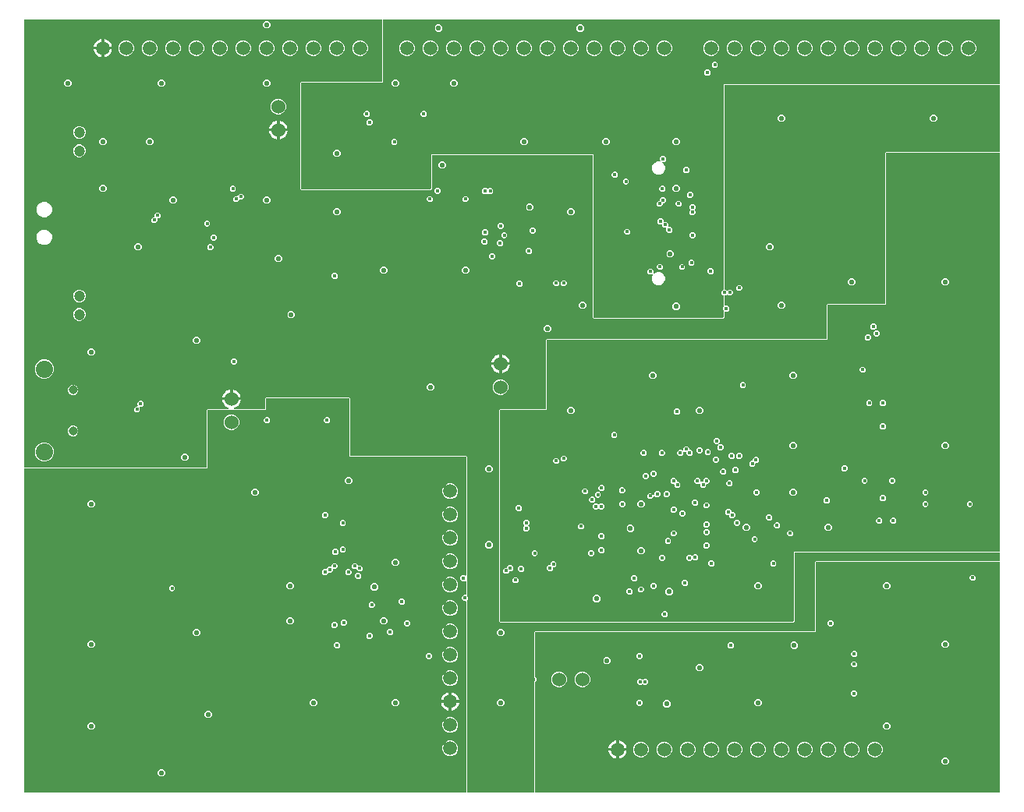
<source format=gbr>
G04 EAGLE Gerber RS-274X export*
G75*
%MOMM*%
%FSLAX34Y34*%
%LPD*%
%INCopper Layer 2*%
%IPPOS*%
%AMOC8*
5,1,8,0,0,1.08239X$1,22.5*%
G01*
%ADD10C,0.975000*%
%ADD11C,1.875000*%
%ADD12C,1.200000*%
%ADD13C,1.500000*%
%ADD14C,1.524000*%
%ADD15C,0.406400*%
%ADD16C,0.304800*%
%ADD17C,0.553200*%

G36*
X556407Y3814D02*
X556407Y3814D01*
X556426Y3812D01*
X556528Y3834D01*
X556630Y3850D01*
X556647Y3860D01*
X556667Y3864D01*
X556756Y3917D01*
X556847Y3966D01*
X556861Y3980D01*
X556878Y3990D01*
X556945Y4069D01*
X557017Y4144D01*
X557025Y4162D01*
X557038Y4177D01*
X557077Y4273D01*
X557120Y4367D01*
X557122Y4387D01*
X557130Y4405D01*
X557148Y4572D01*
X557148Y178484D01*
X558116Y179452D01*
X861187Y179452D01*
X861207Y179455D01*
X861226Y179453D01*
X861328Y179475D01*
X861430Y179491D01*
X861447Y179501D01*
X861467Y179505D01*
X861556Y179558D01*
X861647Y179607D01*
X861661Y179621D01*
X861678Y179631D01*
X861745Y179710D01*
X861817Y179785D01*
X861825Y179803D01*
X861838Y179818D01*
X861877Y179914D01*
X861920Y180008D01*
X861922Y180028D01*
X861930Y180046D01*
X861948Y180213D01*
X861948Y254684D01*
X862916Y255652D01*
X1062028Y255652D01*
X1062048Y255655D01*
X1062067Y255653D01*
X1062169Y255675D01*
X1062271Y255691D01*
X1062288Y255701D01*
X1062308Y255705D01*
X1062397Y255758D01*
X1062488Y255807D01*
X1062502Y255821D01*
X1062519Y255831D01*
X1062586Y255910D01*
X1062658Y255985D01*
X1062666Y256003D01*
X1062679Y256018D01*
X1062718Y256114D01*
X1062761Y256208D01*
X1062763Y256228D01*
X1062771Y256246D01*
X1062789Y256413D01*
X1062789Y264287D01*
X1062786Y264307D01*
X1062788Y264326D01*
X1062766Y264428D01*
X1062750Y264530D01*
X1062740Y264547D01*
X1062736Y264567D01*
X1062683Y264656D01*
X1062634Y264747D01*
X1062620Y264761D01*
X1062610Y264778D01*
X1062531Y264845D01*
X1062456Y264917D01*
X1062438Y264925D01*
X1062423Y264938D01*
X1062327Y264977D01*
X1062233Y265020D01*
X1062213Y265022D01*
X1062195Y265030D01*
X1062028Y265048D01*
X840613Y265048D01*
X840593Y265045D01*
X840574Y265047D01*
X840472Y265025D01*
X840370Y265009D01*
X840353Y264999D01*
X840333Y264995D01*
X840244Y264942D01*
X840153Y264893D01*
X840139Y264879D01*
X840122Y264869D01*
X840055Y264790D01*
X839983Y264715D01*
X839975Y264697D01*
X839962Y264682D01*
X839923Y264586D01*
X839880Y264492D01*
X839878Y264472D01*
X839870Y264454D01*
X839852Y264287D01*
X839852Y189816D01*
X838884Y188848D01*
X520016Y188848D01*
X519048Y189816D01*
X519048Y419784D01*
X520016Y420752D01*
X569087Y420752D01*
X569107Y420755D01*
X569126Y420753D01*
X569228Y420775D01*
X569330Y420791D01*
X569347Y420801D01*
X569367Y420805D01*
X569456Y420858D01*
X569547Y420907D01*
X569561Y420921D01*
X569578Y420931D01*
X569645Y421010D01*
X569717Y421085D01*
X569725Y421103D01*
X569738Y421118D01*
X569777Y421214D01*
X569820Y421308D01*
X569822Y421328D01*
X569830Y421346D01*
X569848Y421513D01*
X569848Y495984D01*
X570816Y496952D01*
X873887Y496952D01*
X873907Y496955D01*
X873926Y496953D01*
X874028Y496975D01*
X874130Y496991D01*
X874147Y497001D01*
X874167Y497005D01*
X874256Y497058D01*
X874347Y497107D01*
X874361Y497121D01*
X874378Y497131D01*
X874445Y497210D01*
X874517Y497285D01*
X874525Y497303D01*
X874538Y497318D01*
X874577Y497414D01*
X874620Y497508D01*
X874622Y497528D01*
X874630Y497546D01*
X874648Y497713D01*
X874648Y534084D01*
X875616Y535052D01*
X937387Y535052D01*
X937407Y535055D01*
X937426Y535053D01*
X937528Y535075D01*
X937630Y535091D01*
X937647Y535101D01*
X937667Y535105D01*
X937756Y535158D01*
X937847Y535207D01*
X937861Y535221D01*
X937878Y535231D01*
X937945Y535310D01*
X938017Y535385D01*
X938025Y535403D01*
X938038Y535418D01*
X938077Y535514D01*
X938120Y535608D01*
X938122Y535628D01*
X938130Y535646D01*
X938148Y535813D01*
X938148Y699184D01*
X939116Y700152D01*
X1062028Y700152D01*
X1062048Y700155D01*
X1062067Y700153D01*
X1062169Y700175D01*
X1062271Y700191D01*
X1062288Y700201D01*
X1062308Y700205D01*
X1062397Y700258D01*
X1062488Y700307D01*
X1062502Y700321D01*
X1062519Y700331D01*
X1062586Y700410D01*
X1062658Y700485D01*
X1062666Y700503D01*
X1062679Y700518D01*
X1062718Y700614D01*
X1062761Y700708D01*
X1062763Y700728D01*
X1062771Y700746D01*
X1062789Y700913D01*
X1062789Y772287D01*
X1062786Y772307D01*
X1062788Y772326D01*
X1062766Y772428D01*
X1062750Y772530D01*
X1062740Y772547D01*
X1062736Y772567D01*
X1062683Y772656D01*
X1062634Y772747D01*
X1062620Y772761D01*
X1062610Y772778D01*
X1062531Y772845D01*
X1062456Y772917D01*
X1062438Y772925D01*
X1062423Y772938D01*
X1062327Y772977D01*
X1062233Y773020D01*
X1062213Y773022D01*
X1062195Y773030D01*
X1062028Y773048D01*
X764413Y773048D01*
X764393Y773045D01*
X764374Y773047D01*
X764272Y773025D01*
X764170Y773009D01*
X764153Y772999D01*
X764133Y772995D01*
X764044Y772942D01*
X763953Y772893D01*
X763939Y772879D01*
X763922Y772869D01*
X763855Y772790D01*
X763783Y772715D01*
X763775Y772697D01*
X763762Y772682D01*
X763723Y772586D01*
X763680Y772492D01*
X763678Y772472D01*
X763670Y772454D01*
X763652Y772287D01*
X763652Y551180D01*
X763655Y551160D01*
X763653Y551141D01*
X763675Y551039D01*
X763691Y550937D01*
X763701Y550920D01*
X763705Y550900D01*
X763758Y550811D01*
X763807Y550720D01*
X763821Y550706D01*
X763831Y550689D01*
X763910Y550622D01*
X763985Y550550D01*
X764003Y550542D01*
X764018Y550529D01*
X764114Y550490D01*
X764208Y550447D01*
X764228Y550445D01*
X764246Y550437D01*
X764413Y550419D01*
X765400Y550419D01*
X766288Y549531D01*
X766304Y549519D01*
X766316Y549504D01*
X766404Y549448D01*
X766487Y549388D01*
X766506Y549382D01*
X766523Y549371D01*
X766624Y549346D01*
X766723Y549315D01*
X766742Y549316D01*
X766762Y549311D01*
X766865Y549319D01*
X766968Y549322D01*
X766987Y549328D01*
X767007Y549330D01*
X767102Y549370D01*
X767199Y549406D01*
X767215Y549418D01*
X767233Y549426D01*
X767364Y549531D01*
X768252Y550419D01*
X770988Y550419D01*
X772923Y548484D01*
X772923Y545748D01*
X770988Y543813D01*
X768252Y543813D01*
X767364Y544701D01*
X767348Y544713D01*
X767336Y544728D01*
X767248Y544784D01*
X767165Y544844D01*
X767146Y544850D01*
X767129Y544861D01*
X767028Y544886D01*
X766929Y544917D01*
X766910Y544916D01*
X766890Y544921D01*
X766787Y544913D01*
X766684Y544910D01*
X766665Y544904D01*
X766645Y544902D01*
X766550Y544862D01*
X766453Y544826D01*
X766437Y544814D01*
X766419Y544806D01*
X766288Y544701D01*
X765400Y543813D01*
X764413Y543813D01*
X764393Y543810D01*
X764374Y543812D01*
X764272Y543790D01*
X764170Y543774D01*
X764153Y543764D01*
X764133Y543760D01*
X764044Y543707D01*
X763953Y543658D01*
X763939Y543644D01*
X763922Y543634D01*
X763855Y543555D01*
X763783Y543480D01*
X763775Y543462D01*
X763762Y543447D01*
X763723Y543351D01*
X763680Y543257D01*
X763678Y543237D01*
X763670Y543219D01*
X763652Y543052D01*
X763652Y533908D01*
X763655Y533888D01*
X763653Y533869D01*
X763675Y533767D01*
X763691Y533665D01*
X763701Y533648D01*
X763705Y533628D01*
X763758Y533539D01*
X763807Y533448D01*
X763821Y533434D01*
X763831Y533417D01*
X763910Y533350D01*
X763985Y533278D01*
X764003Y533270D01*
X764018Y533257D01*
X764114Y533218D01*
X764208Y533175D01*
X764228Y533173D01*
X764246Y533165D01*
X764413Y533147D01*
X766924Y533147D01*
X768859Y531212D01*
X768859Y528476D01*
X766924Y526541D01*
X764413Y526541D01*
X764393Y526538D01*
X764374Y526540D01*
X764272Y526518D01*
X764170Y526502D01*
X764153Y526492D01*
X764133Y526488D01*
X764044Y526435D01*
X763953Y526386D01*
X763939Y526372D01*
X763922Y526362D01*
X763855Y526283D01*
X763783Y526208D01*
X763775Y526190D01*
X763762Y526175D01*
X763723Y526079D01*
X763680Y525985D01*
X763678Y525965D01*
X763670Y525947D01*
X763652Y525780D01*
X763652Y520016D01*
X762684Y519048D01*
X621616Y519048D01*
X620648Y520016D01*
X620648Y696087D01*
X620645Y696107D01*
X620647Y696126D01*
X620625Y696228D01*
X620609Y696330D01*
X620599Y696347D01*
X620595Y696367D01*
X620542Y696456D01*
X620493Y696547D01*
X620479Y696561D01*
X620469Y696578D01*
X620390Y696645D01*
X620315Y696717D01*
X620297Y696725D01*
X620282Y696738D01*
X620186Y696777D01*
X620092Y696820D01*
X620072Y696822D01*
X620054Y696830D01*
X619887Y696848D01*
X446913Y696848D01*
X446893Y696845D01*
X446874Y696847D01*
X446772Y696825D01*
X446670Y696809D01*
X446653Y696799D01*
X446633Y696795D01*
X446544Y696742D01*
X446453Y696693D01*
X446439Y696679D01*
X446422Y696669D01*
X446355Y696590D01*
X446283Y696515D01*
X446275Y696497D01*
X446262Y696482D01*
X446223Y696386D01*
X446180Y696292D01*
X446178Y696272D01*
X446170Y696254D01*
X446152Y696087D01*
X446152Y659716D01*
X445184Y658748D01*
X304116Y658748D01*
X303148Y659716D01*
X303148Y775384D01*
X304116Y776352D01*
X391287Y776352D01*
X391307Y776355D01*
X391326Y776353D01*
X391428Y776375D01*
X391530Y776391D01*
X391547Y776401D01*
X391567Y776405D01*
X391656Y776458D01*
X391747Y776507D01*
X391761Y776521D01*
X391778Y776531D01*
X391845Y776610D01*
X391917Y776685D01*
X391925Y776703D01*
X391938Y776718D01*
X391977Y776814D01*
X392020Y776908D01*
X392022Y776928D01*
X392030Y776946D01*
X392048Y777113D01*
X392048Y843028D01*
X392045Y843048D01*
X392047Y843067D01*
X392025Y843169D01*
X392009Y843271D01*
X391999Y843288D01*
X391995Y843308D01*
X391942Y843397D01*
X391893Y843488D01*
X391879Y843502D01*
X391869Y843519D01*
X391790Y843586D01*
X391715Y843658D01*
X391697Y843666D01*
X391682Y843679D01*
X391586Y843718D01*
X391492Y843761D01*
X391472Y843763D01*
X391454Y843771D01*
X391287Y843789D01*
X4572Y843789D01*
X4552Y843786D01*
X4533Y843788D01*
X4431Y843766D01*
X4329Y843750D01*
X4312Y843740D01*
X4292Y843736D01*
X4203Y843683D01*
X4112Y843634D01*
X4098Y843620D01*
X4081Y843610D01*
X4014Y843531D01*
X3942Y843456D01*
X3934Y843438D01*
X3921Y843423D01*
X3882Y843327D01*
X3839Y843233D01*
X3837Y843213D01*
X3829Y843195D01*
X3811Y843028D01*
X3811Y358013D01*
X3814Y357993D01*
X3812Y357974D01*
X3834Y357872D01*
X3850Y357770D01*
X3860Y357753D01*
X3864Y357733D01*
X3917Y357644D01*
X3966Y357553D01*
X3980Y357539D01*
X3990Y357522D01*
X4069Y357455D01*
X4144Y357383D01*
X4162Y357375D01*
X4177Y357362D01*
X4273Y357323D01*
X4367Y357280D01*
X4387Y357278D01*
X4405Y357270D01*
X4572Y357252D01*
X200787Y357252D01*
X200807Y357255D01*
X200826Y357253D01*
X200928Y357275D01*
X201030Y357291D01*
X201047Y357301D01*
X201067Y357305D01*
X201156Y357358D01*
X201247Y357407D01*
X201261Y357421D01*
X201278Y357431D01*
X201345Y357510D01*
X201417Y357585D01*
X201425Y357603D01*
X201438Y357618D01*
X201477Y357714D01*
X201520Y357808D01*
X201522Y357828D01*
X201530Y357846D01*
X201548Y358013D01*
X201548Y419784D01*
X202516Y420752D01*
X224916Y420752D01*
X224920Y420752D01*
X224924Y420752D01*
X225042Y420772D01*
X225159Y420791D01*
X225162Y420793D01*
X225166Y420794D01*
X225271Y420851D01*
X225376Y420907D01*
X225379Y420909D01*
X225382Y420911D01*
X225463Y420999D01*
X225545Y421085D01*
X225547Y421089D01*
X225550Y421091D01*
X225599Y421200D01*
X225649Y421308D01*
X225650Y421312D01*
X225651Y421316D01*
X225663Y421435D01*
X225676Y421552D01*
X225675Y421556D01*
X225676Y421560D01*
X225649Y421676D01*
X225624Y421793D01*
X225622Y421796D01*
X225621Y421800D01*
X225559Y421901D01*
X225498Y422004D01*
X225495Y422007D01*
X225493Y422010D01*
X225402Y422086D01*
X225311Y422164D01*
X225307Y422165D01*
X225304Y422168D01*
X225151Y422237D01*
X224700Y422384D01*
X223275Y423110D01*
X221981Y424050D01*
X220850Y425181D01*
X219910Y426475D01*
X219184Y427900D01*
X218689Y429421D01*
X218554Y430277D01*
X227838Y430277D01*
X227858Y430280D01*
X227877Y430278D01*
X227979Y430300D01*
X228081Y430317D01*
X228098Y430326D01*
X228118Y430330D01*
X228207Y430383D01*
X228298Y430432D01*
X228312Y430446D01*
X228329Y430456D01*
X228396Y430535D01*
X228467Y430610D01*
X228476Y430628D01*
X228489Y430643D01*
X228527Y430739D01*
X228571Y430833D01*
X228573Y430853D01*
X228581Y430871D01*
X228599Y431038D01*
X228599Y431801D01*
X228601Y431801D01*
X228601Y431038D01*
X228604Y431018D01*
X228602Y430999D01*
X228624Y430897D01*
X228641Y430795D01*
X228650Y430778D01*
X228654Y430758D01*
X228707Y430669D01*
X228756Y430578D01*
X228770Y430564D01*
X228780Y430547D01*
X228859Y430480D01*
X228934Y430409D01*
X228952Y430400D01*
X228967Y430387D01*
X229063Y430348D01*
X229157Y430305D01*
X229177Y430303D01*
X229195Y430295D01*
X229362Y430277D01*
X238646Y430277D01*
X238511Y429421D01*
X238016Y427900D01*
X237290Y426475D01*
X236350Y425181D01*
X235219Y424050D01*
X233925Y423110D01*
X232500Y422384D01*
X232049Y422237D01*
X232045Y422235D01*
X232041Y422234D01*
X231937Y422179D01*
X231830Y422124D01*
X231827Y422121D01*
X231824Y422119D01*
X231742Y422033D01*
X231659Y421948D01*
X231657Y421944D01*
X231655Y421941D01*
X231604Y421832D01*
X231553Y421726D01*
X231553Y421722D01*
X231551Y421718D01*
X231538Y421599D01*
X231523Y421481D01*
X231524Y421477D01*
X231524Y421474D01*
X231549Y421357D01*
X231573Y421241D01*
X231575Y421237D01*
X231576Y421233D01*
X231636Y421132D01*
X231697Y421028D01*
X231700Y421025D01*
X231702Y421022D01*
X231792Y420945D01*
X231882Y420866D01*
X231886Y420865D01*
X231889Y420862D01*
X232000Y420817D01*
X232110Y420772D01*
X232114Y420772D01*
X232117Y420770D01*
X232284Y420752D01*
X264287Y420752D01*
X264307Y420755D01*
X264326Y420753D01*
X264428Y420775D01*
X264530Y420791D01*
X264547Y420801D01*
X264567Y420805D01*
X264656Y420858D01*
X264747Y420907D01*
X264761Y420921D01*
X264778Y420931D01*
X264845Y421010D01*
X264917Y421085D01*
X264925Y421103D01*
X264938Y421118D01*
X264977Y421214D01*
X265020Y421308D01*
X265022Y421328D01*
X265030Y421346D01*
X265048Y421513D01*
X265048Y432484D01*
X266016Y433452D01*
X356284Y433452D01*
X357252Y432484D01*
X357252Y370713D01*
X357254Y370701D01*
X357253Y370694D01*
X357254Y370687D01*
X357253Y370674D01*
X357275Y370572D01*
X357291Y370470D01*
X357301Y370453D01*
X357305Y370433D01*
X357358Y370344D01*
X357407Y370253D01*
X357421Y370239D01*
X357431Y370222D01*
X357510Y370155D01*
X357585Y370083D01*
X357603Y370075D01*
X357618Y370062D01*
X357714Y370023D01*
X357808Y369980D01*
X357828Y369978D01*
X357846Y369970D01*
X358013Y369952D01*
X483284Y369952D01*
X484252Y368984D01*
X484252Y218218D01*
X484266Y218128D01*
X484274Y218037D01*
X484286Y218008D01*
X484291Y217976D01*
X484334Y217895D01*
X484370Y217811D01*
X484396Y217779D01*
X484407Y217758D01*
X484430Y217736D01*
X484475Y217680D01*
X485395Y216760D01*
X485395Y214024D01*
X484475Y213104D01*
X484422Y213030D01*
X484362Y212961D01*
X484350Y212930D01*
X484331Y212904D01*
X484304Y212817D01*
X484270Y212732D01*
X484266Y212691D01*
X484259Y212669D01*
X484260Y212637D01*
X484252Y212566D01*
X484252Y4572D01*
X484255Y4552D01*
X484253Y4533D01*
X484275Y4431D01*
X484291Y4329D01*
X484301Y4312D01*
X484305Y4292D01*
X484358Y4203D01*
X484407Y4112D01*
X484421Y4098D01*
X484431Y4081D01*
X484510Y4014D01*
X484585Y3942D01*
X484603Y3934D01*
X484618Y3921D01*
X484714Y3882D01*
X484808Y3839D01*
X484828Y3837D01*
X484846Y3829D01*
X485013Y3811D01*
X556387Y3811D01*
X556407Y3814D01*
G37*
G36*
X482620Y3814D02*
X482620Y3814D01*
X482639Y3812D01*
X482741Y3834D01*
X482843Y3850D01*
X482860Y3860D01*
X482880Y3864D01*
X482969Y3917D01*
X483060Y3966D01*
X483074Y3980D01*
X483091Y3990D01*
X483158Y4069D01*
X483230Y4144D01*
X483238Y4162D01*
X483251Y4177D01*
X483290Y4273D01*
X483333Y4367D01*
X483335Y4387D01*
X483343Y4405D01*
X483361Y4572D01*
X483361Y211328D01*
X483358Y211348D01*
X483360Y211367D01*
X483338Y211468D01*
X483322Y211571D01*
X483312Y211588D01*
X483308Y211608D01*
X483255Y211697D01*
X483206Y211788D01*
X483192Y211802D01*
X483182Y211819D01*
X483103Y211886D01*
X483028Y211958D01*
X483010Y211966D01*
X482995Y211979D01*
X482899Y212018D01*
X482805Y212061D01*
X482785Y212063D01*
X482767Y212071D01*
X482600Y212089D01*
X480724Y212089D01*
X478789Y214024D01*
X478789Y216760D01*
X480724Y218695D01*
X482600Y218695D01*
X482620Y218698D01*
X482639Y218696D01*
X482741Y218718D01*
X482843Y218734D01*
X482860Y218744D01*
X482880Y218748D01*
X482969Y218801D01*
X483060Y218850D01*
X483074Y218864D01*
X483091Y218874D01*
X483158Y218953D01*
X483230Y219028D01*
X483238Y219046D01*
X483251Y219061D01*
X483290Y219157D01*
X483333Y219251D01*
X483335Y219271D01*
X483343Y219289D01*
X483361Y219456D01*
X483361Y233013D01*
X483350Y233083D01*
X483348Y233155D01*
X483330Y233204D01*
X483322Y233255D01*
X483288Y233319D01*
X483263Y233386D01*
X483231Y233427D01*
X483206Y233473D01*
X483155Y233522D01*
X483110Y233578D01*
X483066Y233606D01*
X483028Y233642D01*
X482963Y233672D01*
X482903Y233711D01*
X482852Y233724D01*
X482805Y233746D01*
X482734Y233754D01*
X482664Y233771D01*
X482612Y233767D01*
X482561Y233773D01*
X482490Y233758D01*
X482419Y233752D01*
X482371Y233732D01*
X482320Y233721D01*
X482259Y233684D01*
X482193Y233656D01*
X482137Y233611D01*
X482109Y233594D01*
X482094Y233577D01*
X482062Y233551D01*
X481936Y233425D01*
X479200Y233425D01*
X477265Y235360D01*
X477265Y238096D01*
X479200Y240031D01*
X481936Y240031D01*
X482062Y239905D01*
X482120Y239863D01*
X482172Y239814D01*
X482219Y239792D01*
X482261Y239762D01*
X482330Y239740D01*
X482395Y239710D01*
X482447Y239704D01*
X482497Y239689D01*
X482568Y239691D01*
X482639Y239683D01*
X482690Y239694D01*
X482742Y239696D01*
X482810Y239720D01*
X482880Y239735D01*
X482924Y239762D01*
X482973Y239780D01*
X483029Y239825D01*
X483091Y239862D01*
X483125Y239901D01*
X483165Y239934D01*
X483204Y239994D01*
X483251Y240048D01*
X483270Y240097D01*
X483298Y240141D01*
X483316Y240210D01*
X483343Y240277D01*
X483351Y240348D01*
X483359Y240379D01*
X483357Y240402D01*
X483361Y240443D01*
X483361Y368300D01*
X483358Y368320D01*
X483360Y368339D01*
X483338Y368441D01*
X483322Y368543D01*
X483312Y368560D01*
X483308Y368580D01*
X483255Y368669D01*
X483206Y368760D01*
X483192Y368774D01*
X483182Y368791D01*
X483103Y368858D01*
X483028Y368930D01*
X483010Y368938D01*
X482995Y368951D01*
X482899Y368990D01*
X482805Y369033D01*
X482785Y369035D01*
X482767Y369043D01*
X482600Y369061D01*
X356361Y369061D01*
X356361Y431800D01*
X356358Y431820D01*
X356360Y431839D01*
X356338Y431941D01*
X356322Y432043D01*
X356312Y432060D01*
X356308Y432080D01*
X356255Y432169D01*
X356206Y432260D01*
X356192Y432274D01*
X356182Y432291D01*
X356103Y432358D01*
X356028Y432430D01*
X356010Y432438D01*
X355995Y432451D01*
X355899Y432490D01*
X355805Y432533D01*
X355785Y432535D01*
X355767Y432543D01*
X355600Y432561D01*
X266700Y432561D01*
X266680Y432558D01*
X266661Y432560D01*
X266559Y432538D01*
X266457Y432522D01*
X266440Y432512D01*
X266420Y432508D01*
X266331Y432455D01*
X266240Y432406D01*
X266226Y432392D01*
X266209Y432382D01*
X266142Y432303D01*
X266071Y432228D01*
X266062Y432210D01*
X266049Y432195D01*
X266010Y432099D01*
X265967Y432005D01*
X265965Y431985D01*
X265957Y431967D01*
X265939Y431800D01*
X265939Y419861D01*
X203200Y419861D01*
X203180Y419858D01*
X203161Y419860D01*
X203059Y419838D01*
X202957Y419822D01*
X202940Y419812D01*
X202920Y419808D01*
X202831Y419755D01*
X202740Y419706D01*
X202726Y419692D01*
X202709Y419682D01*
X202642Y419603D01*
X202571Y419528D01*
X202562Y419510D01*
X202549Y419495D01*
X202510Y419399D01*
X202467Y419305D01*
X202465Y419285D01*
X202457Y419267D01*
X202439Y419100D01*
X202439Y356361D01*
X4572Y356361D01*
X4552Y356358D01*
X4533Y356360D01*
X4431Y356338D01*
X4329Y356322D01*
X4312Y356312D01*
X4292Y356308D01*
X4203Y356255D01*
X4112Y356206D01*
X4098Y356192D01*
X4081Y356182D01*
X4014Y356103D01*
X3942Y356028D01*
X3934Y356010D01*
X3921Y355995D01*
X3882Y355899D01*
X3839Y355805D01*
X3837Y355785D01*
X3829Y355767D01*
X3811Y355600D01*
X3811Y4572D01*
X3814Y4552D01*
X3812Y4533D01*
X3834Y4431D01*
X3850Y4329D01*
X3860Y4312D01*
X3864Y4292D01*
X3917Y4203D01*
X3966Y4112D01*
X3980Y4098D01*
X3990Y4081D01*
X4069Y4014D01*
X4144Y3942D01*
X4162Y3934D01*
X4177Y3921D01*
X4273Y3882D01*
X4367Y3839D01*
X4387Y3837D01*
X4405Y3829D01*
X4572Y3811D01*
X482600Y3811D01*
X482620Y3814D01*
G37*
G36*
X838220Y189742D02*
X838220Y189742D01*
X838239Y189740D01*
X838341Y189762D01*
X838443Y189779D01*
X838460Y189788D01*
X838480Y189792D01*
X838569Y189845D01*
X838660Y189894D01*
X838674Y189908D01*
X838691Y189918D01*
X838758Y189997D01*
X838830Y190072D01*
X838838Y190090D01*
X838851Y190105D01*
X838890Y190201D01*
X838933Y190295D01*
X838935Y190315D01*
X838943Y190333D01*
X838961Y190500D01*
X838961Y265939D01*
X1062028Y265939D01*
X1062048Y265942D01*
X1062067Y265940D01*
X1062169Y265962D01*
X1062271Y265979D01*
X1062288Y265988D01*
X1062308Y265992D01*
X1062397Y266045D01*
X1062488Y266094D01*
X1062502Y266108D01*
X1062519Y266118D01*
X1062586Y266197D01*
X1062658Y266272D01*
X1062666Y266290D01*
X1062679Y266305D01*
X1062718Y266401D01*
X1062761Y266495D01*
X1062763Y266515D01*
X1062771Y266533D01*
X1062789Y266700D01*
X1062789Y698500D01*
X1062786Y698520D01*
X1062788Y698539D01*
X1062766Y698641D01*
X1062750Y698743D01*
X1062740Y698760D01*
X1062736Y698780D01*
X1062683Y698869D01*
X1062634Y698960D01*
X1062620Y698974D01*
X1062610Y698991D01*
X1062531Y699058D01*
X1062456Y699130D01*
X1062438Y699138D01*
X1062423Y699151D01*
X1062327Y699190D01*
X1062233Y699233D01*
X1062213Y699235D01*
X1062195Y699243D01*
X1062028Y699261D01*
X939800Y699261D01*
X939780Y699258D01*
X939761Y699260D01*
X939659Y699238D01*
X939557Y699222D01*
X939540Y699212D01*
X939520Y699208D01*
X939431Y699155D01*
X939340Y699106D01*
X939326Y699092D01*
X939309Y699082D01*
X939242Y699003D01*
X939171Y698928D01*
X939162Y698910D01*
X939149Y698895D01*
X939110Y698799D01*
X939067Y698705D01*
X939065Y698685D01*
X939057Y698667D01*
X939039Y698500D01*
X939039Y534161D01*
X876300Y534161D01*
X876280Y534158D01*
X876261Y534160D01*
X876159Y534138D01*
X876057Y534122D01*
X876040Y534112D01*
X876020Y534108D01*
X875931Y534055D01*
X875840Y534006D01*
X875826Y533992D01*
X875809Y533982D01*
X875742Y533903D01*
X875671Y533828D01*
X875662Y533810D01*
X875649Y533795D01*
X875610Y533699D01*
X875567Y533605D01*
X875565Y533585D01*
X875557Y533567D01*
X875539Y533400D01*
X875539Y496061D01*
X571500Y496061D01*
X571480Y496058D01*
X571461Y496060D01*
X571359Y496038D01*
X571257Y496022D01*
X571240Y496012D01*
X571220Y496008D01*
X571131Y495955D01*
X571040Y495906D01*
X571026Y495892D01*
X571009Y495882D01*
X570942Y495803D01*
X570871Y495728D01*
X570862Y495710D01*
X570849Y495695D01*
X570810Y495599D01*
X570767Y495505D01*
X570765Y495485D01*
X570757Y495467D01*
X570739Y495300D01*
X570739Y419861D01*
X520700Y419861D01*
X520680Y419858D01*
X520661Y419860D01*
X520559Y419838D01*
X520457Y419822D01*
X520440Y419812D01*
X520420Y419808D01*
X520331Y419755D01*
X520240Y419706D01*
X520226Y419692D01*
X520209Y419682D01*
X520142Y419603D01*
X520071Y419528D01*
X520062Y419510D01*
X520049Y419495D01*
X520010Y419399D01*
X519967Y419305D01*
X519965Y419285D01*
X519957Y419267D01*
X519939Y419100D01*
X519939Y190500D01*
X519942Y190480D01*
X519940Y190461D01*
X519962Y190359D01*
X519979Y190257D01*
X519988Y190240D01*
X519992Y190220D01*
X520045Y190131D01*
X520094Y190040D01*
X520108Y190026D01*
X520118Y190009D01*
X520197Y189942D01*
X520272Y189871D01*
X520290Y189862D01*
X520305Y189849D01*
X520401Y189810D01*
X520495Y189767D01*
X520515Y189765D01*
X520533Y189757D01*
X520700Y189739D01*
X838200Y189739D01*
X838220Y189742D01*
G37*
G36*
X762020Y519942D02*
X762020Y519942D01*
X762039Y519940D01*
X762141Y519962D01*
X762243Y519979D01*
X762260Y519988D01*
X762280Y519992D01*
X762369Y520045D01*
X762460Y520094D01*
X762474Y520108D01*
X762491Y520118D01*
X762558Y520197D01*
X762630Y520272D01*
X762638Y520290D01*
X762651Y520305D01*
X762690Y520401D01*
X762733Y520495D01*
X762735Y520515D01*
X762743Y520533D01*
X762761Y520700D01*
X762761Y527653D01*
X762747Y527743D01*
X762739Y527834D01*
X762727Y527863D01*
X762722Y527895D01*
X762679Y527976D01*
X762643Y528060D01*
X762617Y528092D01*
X762606Y528113D01*
X762583Y528135D01*
X762538Y528191D01*
X762253Y528476D01*
X762253Y531212D01*
X762538Y531497D01*
X762592Y531571D01*
X762651Y531640D01*
X762663Y531671D01*
X762682Y531697D01*
X762709Y531784D01*
X762743Y531869D01*
X762747Y531909D01*
X762754Y531932D01*
X762753Y531964D01*
X762761Y532035D01*
X762761Y543401D01*
X762747Y543491D01*
X762739Y543582D01*
X762727Y543611D01*
X762722Y543643D01*
X762679Y543724D01*
X762643Y543808D01*
X762617Y543840D01*
X762606Y543861D01*
X762583Y543883D01*
X762538Y543939D01*
X760729Y545748D01*
X760729Y548484D01*
X762538Y550293D01*
X762591Y550367D01*
X762651Y550436D01*
X762663Y550467D01*
X762682Y550493D01*
X762709Y550580D01*
X762743Y550665D01*
X762747Y550706D01*
X762754Y550728D01*
X762753Y550760D01*
X762761Y550831D01*
X762761Y773939D01*
X1062028Y773939D01*
X1062048Y773942D01*
X1062067Y773940D01*
X1062169Y773962D01*
X1062271Y773979D01*
X1062288Y773988D01*
X1062308Y773992D01*
X1062397Y774045D01*
X1062488Y774094D01*
X1062502Y774108D01*
X1062519Y774118D01*
X1062586Y774197D01*
X1062658Y774272D01*
X1062666Y774290D01*
X1062679Y774305D01*
X1062718Y774401D01*
X1062761Y774495D01*
X1062763Y774515D01*
X1062771Y774533D01*
X1062789Y774700D01*
X1062789Y843028D01*
X1062786Y843048D01*
X1062788Y843067D01*
X1062766Y843169D01*
X1062750Y843271D01*
X1062740Y843288D01*
X1062736Y843308D01*
X1062683Y843397D01*
X1062634Y843488D01*
X1062620Y843502D01*
X1062610Y843519D01*
X1062531Y843586D01*
X1062456Y843658D01*
X1062438Y843666D01*
X1062423Y843679D01*
X1062327Y843718D01*
X1062233Y843761D01*
X1062213Y843763D01*
X1062195Y843771D01*
X1062028Y843789D01*
X393700Y843789D01*
X393680Y843786D01*
X393661Y843788D01*
X393559Y843766D01*
X393457Y843750D01*
X393440Y843740D01*
X393420Y843736D01*
X393331Y843683D01*
X393240Y843634D01*
X393226Y843620D01*
X393209Y843610D01*
X393142Y843531D01*
X393070Y843456D01*
X393062Y843438D01*
X393049Y843423D01*
X393010Y843327D01*
X392967Y843233D01*
X392965Y843213D01*
X392957Y843195D01*
X392939Y843028D01*
X392939Y775461D01*
X304800Y775461D01*
X304780Y775458D01*
X304761Y775460D01*
X304659Y775438D01*
X304557Y775422D01*
X304540Y775412D01*
X304520Y775408D01*
X304431Y775355D01*
X304340Y775306D01*
X304326Y775292D01*
X304309Y775282D01*
X304242Y775203D01*
X304171Y775128D01*
X304162Y775110D01*
X304149Y775095D01*
X304110Y774999D01*
X304067Y774905D01*
X304065Y774885D01*
X304057Y774867D01*
X304039Y774700D01*
X304039Y660400D01*
X304042Y660380D01*
X304040Y660361D01*
X304062Y660259D01*
X304079Y660157D01*
X304088Y660140D01*
X304092Y660120D01*
X304145Y660031D01*
X304194Y659940D01*
X304208Y659926D01*
X304218Y659909D01*
X304297Y659842D01*
X304372Y659771D01*
X304390Y659762D01*
X304405Y659749D01*
X304501Y659710D01*
X304595Y659667D01*
X304615Y659665D01*
X304633Y659657D01*
X304800Y659639D01*
X444500Y659639D01*
X444520Y659642D01*
X444539Y659640D01*
X444641Y659662D01*
X444743Y659679D01*
X444760Y659688D01*
X444780Y659692D01*
X444869Y659745D01*
X444960Y659794D01*
X444974Y659808D01*
X444991Y659818D01*
X445058Y659897D01*
X445130Y659972D01*
X445138Y659990D01*
X445151Y660005D01*
X445190Y660101D01*
X445233Y660195D01*
X445235Y660215D01*
X445243Y660233D01*
X445261Y660400D01*
X445261Y697739D01*
X621539Y697739D01*
X621539Y520700D01*
X621542Y520680D01*
X621540Y520661D01*
X621562Y520559D01*
X621579Y520457D01*
X621588Y520440D01*
X621592Y520420D01*
X621645Y520331D01*
X621694Y520240D01*
X621708Y520226D01*
X621718Y520209D01*
X621797Y520142D01*
X621872Y520071D01*
X621890Y520062D01*
X621905Y520049D01*
X622001Y520010D01*
X622095Y519967D01*
X622115Y519965D01*
X622133Y519957D01*
X622300Y519939D01*
X762000Y519939D01*
X762020Y519942D01*
G37*
G36*
X1062048Y3814D02*
X1062048Y3814D01*
X1062067Y3812D01*
X1062169Y3834D01*
X1062271Y3850D01*
X1062288Y3860D01*
X1062308Y3864D01*
X1062397Y3917D01*
X1062488Y3966D01*
X1062502Y3980D01*
X1062519Y3990D01*
X1062586Y4069D01*
X1062658Y4144D01*
X1062666Y4162D01*
X1062679Y4177D01*
X1062718Y4273D01*
X1062761Y4367D01*
X1062763Y4387D01*
X1062771Y4405D01*
X1062789Y4572D01*
X1062789Y254000D01*
X1062786Y254020D01*
X1062788Y254039D01*
X1062766Y254141D01*
X1062750Y254243D01*
X1062740Y254260D01*
X1062736Y254280D01*
X1062683Y254369D01*
X1062634Y254460D01*
X1062620Y254474D01*
X1062610Y254491D01*
X1062531Y254558D01*
X1062456Y254630D01*
X1062438Y254638D01*
X1062423Y254651D01*
X1062327Y254690D01*
X1062233Y254733D01*
X1062213Y254735D01*
X1062195Y254743D01*
X1062028Y254761D01*
X863600Y254761D01*
X863580Y254758D01*
X863561Y254760D01*
X863459Y254738D01*
X863357Y254722D01*
X863340Y254712D01*
X863320Y254708D01*
X863231Y254655D01*
X863140Y254606D01*
X863126Y254592D01*
X863109Y254582D01*
X863042Y254503D01*
X862971Y254428D01*
X862962Y254410D01*
X862949Y254395D01*
X862910Y254299D01*
X862867Y254205D01*
X862865Y254185D01*
X862857Y254167D01*
X862839Y254000D01*
X862839Y178561D01*
X558800Y178561D01*
X558780Y178558D01*
X558761Y178560D01*
X558659Y178538D01*
X558557Y178522D01*
X558540Y178512D01*
X558520Y178508D01*
X558431Y178455D01*
X558340Y178406D01*
X558326Y178392D01*
X558309Y178382D01*
X558242Y178303D01*
X558171Y178228D01*
X558162Y178210D01*
X558149Y178195D01*
X558110Y178099D01*
X558067Y178005D01*
X558065Y177985D01*
X558057Y177967D01*
X558039Y177800D01*
X558039Y130715D01*
X558054Y130625D01*
X558061Y130534D01*
X558073Y130505D01*
X558079Y130473D01*
X558121Y130392D01*
X558157Y130308D01*
X558183Y130276D01*
X558194Y130255D01*
X558217Y130233D01*
X558262Y130177D01*
X560071Y128368D01*
X560071Y125632D01*
X558262Y123823D01*
X558213Y123756D01*
X558213Y123755D01*
X558209Y123749D01*
X558149Y123680D01*
X558137Y123649D01*
X558118Y123623D01*
X558091Y123536D01*
X558057Y123451D01*
X558053Y123410D01*
X558046Y123388D01*
X558047Y123356D01*
X558039Y123285D01*
X558039Y4572D01*
X558042Y4552D01*
X558040Y4533D01*
X558062Y4431D01*
X558079Y4329D01*
X558088Y4312D01*
X558092Y4292D01*
X558145Y4203D01*
X558194Y4112D01*
X558208Y4098D01*
X558218Y4081D01*
X558297Y4014D01*
X558372Y3942D01*
X558390Y3934D01*
X558405Y3921D01*
X558501Y3882D01*
X558595Y3839D01*
X558615Y3837D01*
X558633Y3829D01*
X558800Y3811D01*
X1062028Y3811D01*
X1062048Y3814D01*
G37*
%LPC*%
G36*
X23358Y453835D02*
X23358Y453835D01*
X19585Y455398D01*
X16698Y458285D01*
X15135Y462058D01*
X15135Y466142D01*
X16698Y469915D01*
X19585Y472802D01*
X23358Y474365D01*
X27442Y474365D01*
X31215Y472802D01*
X34102Y469915D01*
X35665Y466142D01*
X35665Y462058D01*
X34102Y458285D01*
X31215Y455398D01*
X27442Y453835D01*
X23358Y453835D01*
G37*
%LPD*%
%LPC*%
G36*
X23358Y363835D02*
X23358Y363835D01*
X19585Y365398D01*
X16698Y368285D01*
X15135Y372058D01*
X15135Y376142D01*
X16698Y379915D01*
X19585Y382802D01*
X23358Y384365D01*
X27442Y384365D01*
X31215Y382802D01*
X34102Y379915D01*
X35665Y376142D01*
X35665Y372058D01*
X34102Y368285D01*
X31215Y365398D01*
X27442Y363835D01*
X23358Y363835D01*
G37*
%LPD*%
%LPC*%
G36*
X277707Y740790D02*
X277707Y740790D01*
X274580Y742086D01*
X272186Y744480D01*
X270890Y747607D01*
X270890Y750993D01*
X272186Y754120D01*
X274580Y756514D01*
X277707Y757810D01*
X281093Y757810D01*
X284220Y756514D01*
X286614Y754120D01*
X287910Y750993D01*
X287910Y747607D01*
X286614Y744480D01*
X284220Y742086D01*
X281093Y740790D01*
X277707Y740790D01*
G37*
%LPD*%
%LPC*%
G36*
X519007Y435990D02*
X519007Y435990D01*
X515880Y437286D01*
X513486Y439680D01*
X512190Y442807D01*
X512190Y446193D01*
X513486Y449320D01*
X515880Y451714D01*
X519007Y453010D01*
X522393Y453010D01*
X525520Y451714D01*
X527914Y449320D01*
X529210Y446193D01*
X529210Y442807D01*
X527914Y439680D01*
X525520Y437286D01*
X522393Y435990D01*
X519007Y435990D01*
G37*
%LPD*%
%LPC*%
G36*
X582507Y118490D02*
X582507Y118490D01*
X579380Y119786D01*
X576986Y122180D01*
X575690Y125307D01*
X575690Y128693D01*
X576986Y131820D01*
X579380Y134214D01*
X582507Y135510D01*
X585893Y135510D01*
X589020Y134214D01*
X591414Y131820D01*
X592710Y128693D01*
X592710Y125307D01*
X591414Y122180D01*
X589020Y119786D01*
X585893Y118490D01*
X582507Y118490D01*
G37*
%LPD*%
%LPC*%
G36*
X607907Y118490D02*
X607907Y118490D01*
X604780Y119786D01*
X602386Y122180D01*
X601090Y125307D01*
X601090Y128693D01*
X602386Y131820D01*
X604780Y134214D01*
X607907Y135510D01*
X611293Y135510D01*
X614420Y134214D01*
X616814Y131820D01*
X618110Y128693D01*
X618110Y125307D01*
X616814Y122180D01*
X614420Y119786D01*
X611293Y118490D01*
X607907Y118490D01*
G37*
%LPD*%
%LPC*%
G36*
X226907Y397890D02*
X226907Y397890D01*
X223780Y399186D01*
X221386Y401580D01*
X220090Y404707D01*
X220090Y408093D01*
X221386Y411220D01*
X223780Y413614D01*
X226907Y414910D01*
X230293Y414910D01*
X233420Y413614D01*
X235814Y411220D01*
X237110Y408093D01*
X237110Y404707D01*
X235814Y401580D01*
X233420Y399186D01*
X230293Y397890D01*
X226907Y397890D01*
G37*
%LPD*%
%LPC*%
G36*
X874631Y42410D02*
X874631Y42410D01*
X871548Y43688D01*
X869188Y46048D01*
X867910Y49131D01*
X867910Y52469D01*
X869188Y55552D01*
X871548Y57912D01*
X874631Y59190D01*
X877969Y59190D01*
X881052Y57912D01*
X883412Y55552D01*
X884690Y52469D01*
X884690Y49131D01*
X883412Y46048D01*
X881052Y43688D01*
X877969Y42410D01*
X874631Y42410D01*
G37*
%LPD*%
%LPC*%
G36*
X722231Y42410D02*
X722231Y42410D01*
X719148Y43688D01*
X716788Y46048D01*
X715510Y49131D01*
X715510Y52469D01*
X716788Y55552D01*
X719148Y57912D01*
X722231Y59190D01*
X725569Y59190D01*
X728652Y57912D01*
X731012Y55552D01*
X732290Y52469D01*
X732290Y49131D01*
X731012Y46048D01*
X728652Y43688D01*
X725569Y42410D01*
X722231Y42410D01*
G37*
%LPD*%
%LPC*%
G36*
X747631Y42410D02*
X747631Y42410D01*
X744548Y43688D01*
X742188Y46048D01*
X740910Y49131D01*
X740910Y52469D01*
X742188Y55552D01*
X744548Y57912D01*
X747631Y59190D01*
X750969Y59190D01*
X754052Y57912D01*
X756412Y55552D01*
X757690Y52469D01*
X757690Y49131D01*
X756412Y46048D01*
X754052Y43688D01*
X750969Y42410D01*
X747631Y42410D01*
G37*
%LPD*%
%LPC*%
G36*
X671431Y42410D02*
X671431Y42410D01*
X668348Y43688D01*
X665988Y46048D01*
X664710Y49131D01*
X664710Y52469D01*
X665988Y55552D01*
X668348Y57912D01*
X671431Y59190D01*
X674769Y59190D01*
X677852Y57912D01*
X680212Y55552D01*
X681490Y52469D01*
X681490Y49131D01*
X680212Y46048D01*
X677852Y43688D01*
X674769Y42410D01*
X671431Y42410D01*
G37*
%LPD*%
%LPC*%
G36*
X823831Y42410D02*
X823831Y42410D01*
X820748Y43688D01*
X818388Y46048D01*
X817110Y49131D01*
X817110Y52469D01*
X818388Y55552D01*
X820748Y57912D01*
X823831Y59190D01*
X827169Y59190D01*
X830252Y57912D01*
X832612Y55552D01*
X833890Y52469D01*
X833890Y49131D01*
X832612Y46048D01*
X830252Y43688D01*
X827169Y42410D01*
X823831Y42410D01*
G37*
%LPD*%
%LPC*%
G36*
X315831Y804410D02*
X315831Y804410D01*
X312748Y805688D01*
X310388Y808048D01*
X309110Y811131D01*
X309110Y814469D01*
X310388Y817552D01*
X312748Y819912D01*
X315831Y821190D01*
X319169Y821190D01*
X322252Y819912D01*
X324612Y817552D01*
X325890Y814469D01*
X325890Y811131D01*
X324612Y808048D01*
X322252Y805688D01*
X319169Y804410D01*
X315831Y804410D01*
G37*
%LPD*%
%LPC*%
G36*
X366631Y804410D02*
X366631Y804410D01*
X363548Y805688D01*
X361188Y808048D01*
X359910Y811131D01*
X359910Y814469D01*
X361188Y817552D01*
X363548Y819912D01*
X366631Y821190D01*
X369969Y821190D01*
X373052Y819912D01*
X375412Y817552D01*
X376690Y814469D01*
X376690Y811131D01*
X375412Y808048D01*
X373052Y805688D01*
X369969Y804410D01*
X366631Y804410D01*
G37*
%LPD*%
%LPC*%
G36*
X696831Y804410D02*
X696831Y804410D01*
X693748Y805688D01*
X691388Y808048D01*
X690110Y811131D01*
X690110Y814469D01*
X691388Y817552D01*
X693748Y819912D01*
X696831Y821190D01*
X700169Y821190D01*
X703252Y819912D01*
X705612Y817552D01*
X706890Y814469D01*
X706890Y811131D01*
X705612Y808048D01*
X703252Y805688D01*
X700169Y804410D01*
X696831Y804410D01*
G37*
%LPD*%
%LPC*%
G36*
X417431Y804410D02*
X417431Y804410D01*
X414348Y805688D01*
X411988Y808048D01*
X410710Y811131D01*
X410710Y814469D01*
X411988Y817552D01*
X414348Y819912D01*
X417431Y821190D01*
X420769Y821190D01*
X423852Y819912D01*
X426212Y817552D01*
X427490Y814469D01*
X427490Y811131D01*
X426212Y808048D01*
X423852Y805688D01*
X420769Y804410D01*
X417431Y804410D01*
G37*
%LPD*%
%LPC*%
G36*
X900031Y804410D02*
X900031Y804410D01*
X896948Y805688D01*
X894588Y808048D01*
X893310Y811131D01*
X893310Y814469D01*
X894588Y817552D01*
X896948Y819912D01*
X900031Y821190D01*
X903369Y821190D01*
X906452Y819912D01*
X908812Y817552D01*
X910090Y814469D01*
X910090Y811131D01*
X908812Y808048D01*
X906452Y805688D01*
X903369Y804410D01*
X900031Y804410D01*
G37*
%LPD*%
%LPC*%
G36*
X950831Y804410D02*
X950831Y804410D01*
X947748Y805688D01*
X945388Y808048D01*
X944110Y811131D01*
X944110Y814469D01*
X945388Y817552D01*
X947748Y819912D01*
X950831Y821190D01*
X954169Y821190D01*
X957252Y819912D01*
X959612Y817552D01*
X960890Y814469D01*
X960890Y811131D01*
X959612Y808048D01*
X957252Y805688D01*
X954169Y804410D01*
X950831Y804410D01*
G37*
%LPD*%
%LPC*%
G36*
X519031Y804410D02*
X519031Y804410D01*
X515948Y805688D01*
X513588Y808048D01*
X512310Y811131D01*
X512310Y814469D01*
X513588Y817552D01*
X515948Y819912D01*
X519031Y821190D01*
X522369Y821190D01*
X525452Y819912D01*
X527812Y817552D01*
X529090Y814469D01*
X529090Y811131D01*
X527812Y808048D01*
X525452Y805688D01*
X522369Y804410D01*
X519031Y804410D01*
G37*
%LPD*%
%LPC*%
G36*
X620631Y804410D02*
X620631Y804410D01*
X617548Y805688D01*
X615188Y808048D01*
X613910Y811131D01*
X613910Y814469D01*
X615188Y817552D01*
X617548Y819912D01*
X620631Y821190D01*
X623969Y821190D01*
X627052Y819912D01*
X629412Y817552D01*
X630690Y814469D01*
X630690Y811131D01*
X629412Y808048D01*
X627052Y805688D01*
X623969Y804410D01*
X620631Y804410D01*
G37*
%LPD*%
%LPC*%
G36*
X544431Y804410D02*
X544431Y804410D01*
X541348Y805688D01*
X538988Y808048D01*
X537710Y811131D01*
X537710Y814469D01*
X538988Y817552D01*
X541348Y819912D01*
X544431Y821190D01*
X547769Y821190D01*
X550852Y819912D01*
X553212Y817552D01*
X554490Y814469D01*
X554490Y811131D01*
X553212Y808048D01*
X550852Y805688D01*
X547769Y804410D01*
X544431Y804410D01*
G37*
%LPD*%
%LPC*%
G36*
X569831Y804410D02*
X569831Y804410D01*
X566748Y805688D01*
X564388Y808048D01*
X563110Y811131D01*
X563110Y814469D01*
X564388Y817552D01*
X566748Y819912D01*
X569831Y821190D01*
X573169Y821190D01*
X576252Y819912D01*
X578612Y817552D01*
X579890Y814469D01*
X579890Y811131D01*
X578612Y808048D01*
X576252Y805688D01*
X573169Y804410D01*
X569831Y804410D01*
G37*
%LPD*%
%LPC*%
G36*
X595231Y804410D02*
X595231Y804410D01*
X592148Y805688D01*
X589788Y808048D01*
X588510Y811131D01*
X588510Y814469D01*
X589788Y817552D01*
X592148Y819912D01*
X595231Y821190D01*
X598569Y821190D01*
X601652Y819912D01*
X604012Y817552D01*
X605290Y814469D01*
X605290Y811131D01*
X604012Y808048D01*
X601652Y805688D01*
X598569Y804410D01*
X595231Y804410D01*
G37*
%LPD*%
%LPC*%
G36*
X823831Y804410D02*
X823831Y804410D01*
X820748Y805688D01*
X818388Y808048D01*
X817110Y811131D01*
X817110Y814469D01*
X818388Y817552D01*
X820748Y819912D01*
X823831Y821190D01*
X827169Y821190D01*
X830252Y819912D01*
X832612Y817552D01*
X833890Y814469D01*
X833890Y811131D01*
X832612Y808048D01*
X830252Y805688D01*
X827169Y804410D01*
X823831Y804410D01*
G37*
%LPD*%
%LPC*%
G36*
X646031Y804410D02*
X646031Y804410D01*
X642948Y805688D01*
X640588Y808048D01*
X639310Y811131D01*
X639310Y814469D01*
X640588Y817552D01*
X642948Y819912D01*
X646031Y821190D01*
X649369Y821190D01*
X652452Y819912D01*
X654812Y817552D01*
X656090Y814469D01*
X656090Y811131D01*
X654812Y808048D01*
X652452Y805688D01*
X649369Y804410D01*
X646031Y804410D01*
G37*
%LPD*%
%LPC*%
G36*
X925431Y804410D02*
X925431Y804410D01*
X922348Y805688D01*
X919988Y808048D01*
X918710Y811131D01*
X918710Y814469D01*
X919988Y817552D01*
X922348Y819912D01*
X925431Y821190D01*
X928769Y821190D01*
X931852Y819912D01*
X934212Y817552D01*
X935490Y814469D01*
X935490Y811131D01*
X934212Y808048D01*
X931852Y805688D01*
X928769Y804410D01*
X925431Y804410D01*
G37*
%LPD*%
%LPC*%
G36*
X671431Y804410D02*
X671431Y804410D01*
X668348Y805688D01*
X665988Y808048D01*
X664710Y811131D01*
X664710Y814469D01*
X665988Y817552D01*
X668348Y819912D01*
X671431Y821190D01*
X674769Y821190D01*
X677852Y819912D01*
X680212Y817552D01*
X681490Y814469D01*
X681490Y811131D01*
X680212Y808048D01*
X677852Y805688D01*
X674769Y804410D01*
X671431Y804410D01*
G37*
%LPD*%
%LPC*%
G36*
X747631Y804410D02*
X747631Y804410D01*
X744548Y805688D01*
X742188Y808048D01*
X740910Y811131D01*
X740910Y814469D01*
X742188Y817552D01*
X744548Y819912D01*
X747631Y821190D01*
X750969Y821190D01*
X754052Y819912D01*
X756412Y817552D01*
X757690Y814469D01*
X757690Y811131D01*
X756412Y808048D01*
X754052Y805688D01*
X750969Y804410D01*
X747631Y804410D01*
G37*
%LPD*%
%LPC*%
G36*
X773031Y804410D02*
X773031Y804410D01*
X769948Y805688D01*
X767588Y808048D01*
X766310Y811131D01*
X766310Y814469D01*
X767588Y817552D01*
X769948Y819912D01*
X773031Y821190D01*
X776369Y821190D01*
X779452Y819912D01*
X781812Y817552D01*
X783090Y814469D01*
X783090Y811131D01*
X781812Y808048D01*
X779452Y805688D01*
X776369Y804410D01*
X773031Y804410D01*
G37*
%LPD*%
%LPC*%
G36*
X798431Y804410D02*
X798431Y804410D01*
X795348Y805688D01*
X792988Y808048D01*
X791710Y811131D01*
X791710Y814469D01*
X792988Y817552D01*
X795348Y819912D01*
X798431Y821190D01*
X801769Y821190D01*
X804852Y819912D01*
X807212Y817552D01*
X808490Y814469D01*
X808490Y811131D01*
X807212Y808048D01*
X804852Y805688D01*
X801769Y804410D01*
X798431Y804410D01*
G37*
%LPD*%
%LPC*%
G36*
X468231Y804410D02*
X468231Y804410D01*
X465148Y805688D01*
X462788Y808048D01*
X461510Y811131D01*
X461510Y814469D01*
X462788Y817552D01*
X465148Y819912D01*
X468231Y821190D01*
X471569Y821190D01*
X474652Y819912D01*
X477012Y817552D01*
X478290Y814469D01*
X478290Y811131D01*
X477012Y808048D01*
X474652Y805688D01*
X471569Y804410D01*
X468231Y804410D01*
G37*
%LPD*%
%LPC*%
G36*
X442831Y804410D02*
X442831Y804410D01*
X439748Y805688D01*
X437388Y808048D01*
X436110Y811131D01*
X436110Y814469D01*
X437388Y817552D01*
X439748Y819912D01*
X442831Y821190D01*
X446169Y821190D01*
X449252Y819912D01*
X451612Y817552D01*
X452890Y814469D01*
X452890Y811131D01*
X451612Y808048D01*
X449252Y805688D01*
X446169Y804410D01*
X442831Y804410D01*
G37*
%LPD*%
%LPC*%
G36*
X493631Y804410D02*
X493631Y804410D01*
X490548Y805688D01*
X488188Y808048D01*
X486910Y811131D01*
X486910Y814469D01*
X488188Y817552D01*
X490548Y819912D01*
X493631Y821190D01*
X496969Y821190D01*
X500052Y819912D01*
X502412Y817552D01*
X503690Y814469D01*
X503690Y811131D01*
X502412Y808048D01*
X500052Y805688D01*
X496969Y804410D01*
X493631Y804410D01*
G37*
%LPD*%
%LPC*%
G36*
X849231Y804410D02*
X849231Y804410D01*
X846148Y805688D01*
X843788Y808048D01*
X842510Y811131D01*
X842510Y814469D01*
X843788Y817552D01*
X846148Y819912D01*
X849231Y821190D01*
X852569Y821190D01*
X855652Y819912D01*
X858012Y817552D01*
X859290Y814469D01*
X859290Y811131D01*
X858012Y808048D01*
X855652Y805688D01*
X852569Y804410D01*
X849231Y804410D01*
G37*
%LPD*%
%LPC*%
G36*
X1027031Y804410D02*
X1027031Y804410D01*
X1023948Y805688D01*
X1021588Y808048D01*
X1020310Y811131D01*
X1020310Y814469D01*
X1021588Y817552D01*
X1023948Y819912D01*
X1027031Y821190D01*
X1030369Y821190D01*
X1033452Y819912D01*
X1035812Y817552D01*
X1037090Y814469D01*
X1037090Y811131D01*
X1035812Y808048D01*
X1033452Y805688D01*
X1030369Y804410D01*
X1027031Y804410D01*
G37*
%LPD*%
%LPC*%
G36*
X874631Y804410D02*
X874631Y804410D01*
X871548Y805688D01*
X869188Y808048D01*
X867910Y811131D01*
X867910Y814469D01*
X869188Y817552D01*
X871548Y819912D01*
X874631Y821190D01*
X877969Y821190D01*
X881052Y819912D01*
X883412Y817552D01*
X884690Y814469D01*
X884690Y811131D01*
X883412Y808048D01*
X881052Y805688D01*
X877969Y804410D01*
X874631Y804410D01*
G37*
%LPD*%
%LPC*%
G36*
X1001631Y804410D02*
X1001631Y804410D01*
X998548Y805688D01*
X996188Y808048D01*
X994910Y811131D01*
X994910Y814469D01*
X996188Y817552D01*
X998548Y819912D01*
X1001631Y821190D01*
X1004969Y821190D01*
X1008052Y819912D01*
X1010412Y817552D01*
X1011690Y814469D01*
X1011690Y811131D01*
X1010412Y808048D01*
X1008052Y805688D01*
X1004969Y804410D01*
X1001631Y804410D01*
G37*
%LPD*%
%LPC*%
G36*
X976231Y804410D02*
X976231Y804410D01*
X973148Y805688D01*
X970788Y808048D01*
X969510Y811131D01*
X969510Y814469D01*
X970788Y817552D01*
X973148Y819912D01*
X976231Y821190D01*
X979569Y821190D01*
X982652Y819912D01*
X985012Y817552D01*
X986290Y814469D01*
X986290Y811131D01*
X985012Y808048D01*
X982652Y805688D01*
X979569Y804410D01*
X976231Y804410D01*
G37*
%LPD*%
%LPC*%
G36*
X163431Y804410D02*
X163431Y804410D01*
X160348Y805688D01*
X157988Y808048D01*
X156710Y811131D01*
X156710Y814469D01*
X157988Y817552D01*
X160348Y819912D01*
X163431Y821190D01*
X166769Y821190D01*
X169852Y819912D01*
X172212Y817552D01*
X173490Y814469D01*
X173490Y811131D01*
X172212Y808048D01*
X169852Y805688D01*
X166769Y804410D01*
X163431Y804410D01*
G37*
%LPD*%
%LPC*%
G36*
X341231Y804410D02*
X341231Y804410D01*
X338148Y805688D01*
X335788Y808048D01*
X334510Y811131D01*
X334510Y814469D01*
X335788Y817552D01*
X338148Y819912D01*
X341231Y821190D01*
X344569Y821190D01*
X347652Y819912D01*
X350012Y817552D01*
X351290Y814469D01*
X351290Y811131D01*
X350012Y808048D01*
X347652Y805688D01*
X344569Y804410D01*
X341231Y804410D01*
G37*
%LPD*%
%LPC*%
G36*
X112631Y804410D02*
X112631Y804410D01*
X109548Y805688D01*
X107188Y808048D01*
X105910Y811131D01*
X105910Y814469D01*
X107188Y817552D01*
X109548Y819912D01*
X112631Y821190D01*
X115969Y821190D01*
X119052Y819912D01*
X121412Y817552D01*
X122690Y814469D01*
X122690Y811131D01*
X121412Y808048D01*
X119052Y805688D01*
X115969Y804410D01*
X112631Y804410D01*
G37*
%LPD*%
%LPC*%
G36*
X138031Y804410D02*
X138031Y804410D01*
X134948Y805688D01*
X132588Y808048D01*
X131310Y811131D01*
X131310Y814469D01*
X132588Y817552D01*
X134948Y819912D01*
X138031Y821190D01*
X141369Y821190D01*
X144452Y819912D01*
X146812Y817552D01*
X148090Y814469D01*
X148090Y811131D01*
X146812Y808048D01*
X144452Y805688D01*
X141369Y804410D01*
X138031Y804410D01*
G37*
%LPD*%
%LPC*%
G36*
X214231Y804410D02*
X214231Y804410D01*
X211148Y805688D01*
X208788Y808048D01*
X207510Y811131D01*
X207510Y814469D01*
X208788Y817552D01*
X211148Y819912D01*
X214231Y821190D01*
X217569Y821190D01*
X220652Y819912D01*
X223012Y817552D01*
X224290Y814469D01*
X224290Y811131D01*
X223012Y808048D01*
X220652Y805688D01*
X217569Y804410D01*
X214231Y804410D01*
G37*
%LPD*%
%LPC*%
G36*
X239631Y804410D02*
X239631Y804410D01*
X236548Y805688D01*
X234188Y808048D01*
X232910Y811131D01*
X232910Y814469D01*
X234188Y817552D01*
X236548Y819912D01*
X239631Y821190D01*
X242969Y821190D01*
X246052Y819912D01*
X248412Y817552D01*
X249690Y814469D01*
X249690Y811131D01*
X248412Y808048D01*
X246052Y805688D01*
X242969Y804410D01*
X239631Y804410D01*
G37*
%LPD*%
%LPC*%
G36*
X188831Y804410D02*
X188831Y804410D01*
X185748Y805688D01*
X183388Y808048D01*
X182110Y811131D01*
X182110Y814469D01*
X183388Y817552D01*
X185748Y819912D01*
X188831Y821190D01*
X192169Y821190D01*
X195252Y819912D01*
X197612Y817552D01*
X198890Y814469D01*
X198890Y811131D01*
X197612Y808048D01*
X195252Y805688D01*
X192169Y804410D01*
X188831Y804410D01*
G37*
%LPD*%
%LPC*%
G36*
X265031Y804410D02*
X265031Y804410D01*
X261948Y805688D01*
X259588Y808048D01*
X258310Y811131D01*
X258310Y814469D01*
X259588Y817552D01*
X261948Y819912D01*
X265031Y821190D01*
X268369Y821190D01*
X271452Y819912D01*
X273812Y817552D01*
X275090Y814469D01*
X275090Y811131D01*
X273812Y808048D01*
X271452Y805688D01*
X268369Y804410D01*
X265031Y804410D01*
G37*
%LPD*%
%LPC*%
G36*
X290431Y804410D02*
X290431Y804410D01*
X287348Y805688D01*
X284988Y808048D01*
X283710Y811131D01*
X283710Y814469D01*
X284988Y817552D01*
X287348Y819912D01*
X290431Y821190D01*
X293769Y821190D01*
X296852Y819912D01*
X299212Y817552D01*
X300490Y814469D01*
X300490Y811131D01*
X299212Y808048D01*
X296852Y805688D01*
X293769Y804410D01*
X290431Y804410D01*
G37*
%LPD*%
%LPC*%
G36*
X849231Y42410D02*
X849231Y42410D01*
X846148Y43688D01*
X843788Y46048D01*
X842510Y49131D01*
X842510Y52469D01*
X843788Y55552D01*
X846148Y57912D01*
X849231Y59190D01*
X852569Y59190D01*
X855652Y57912D01*
X858012Y55552D01*
X859290Y52469D01*
X859290Y49131D01*
X858012Y46048D01*
X855652Y43688D01*
X852569Y42410D01*
X849231Y42410D01*
G37*
%LPD*%
%LPC*%
G36*
X696831Y42410D02*
X696831Y42410D01*
X693748Y43688D01*
X691388Y46048D01*
X690110Y49131D01*
X690110Y52469D01*
X691388Y55552D01*
X693748Y57912D01*
X696831Y59190D01*
X700169Y59190D01*
X703252Y57912D01*
X705612Y55552D01*
X706890Y52469D01*
X706890Y49131D01*
X705612Y46048D01*
X703252Y43688D01*
X700169Y42410D01*
X696831Y42410D01*
G37*
%LPD*%
%LPC*%
G36*
X900031Y42410D02*
X900031Y42410D01*
X896948Y43688D01*
X894588Y46048D01*
X893310Y49131D01*
X893310Y52469D01*
X894588Y55552D01*
X896948Y57912D01*
X900031Y59190D01*
X903369Y59190D01*
X906452Y57912D01*
X908812Y55552D01*
X910090Y52469D01*
X910090Y49131D01*
X908812Y46048D01*
X906452Y43688D01*
X903369Y42410D01*
X900031Y42410D01*
G37*
%LPD*%
%LPC*%
G36*
X464421Y145280D02*
X464421Y145280D01*
X461338Y146558D01*
X458978Y148918D01*
X457700Y152001D01*
X457700Y155339D01*
X458978Y158422D01*
X461338Y160782D01*
X464421Y162060D01*
X467759Y162060D01*
X470842Y160782D01*
X473202Y158422D01*
X474480Y155339D01*
X474480Y152001D01*
X473202Y148918D01*
X470842Y146558D01*
X467759Y145280D01*
X464421Y145280D01*
G37*
%LPD*%
%LPC*%
G36*
X798431Y42410D02*
X798431Y42410D01*
X795348Y43688D01*
X792988Y46048D01*
X791710Y49131D01*
X791710Y52469D01*
X792988Y55552D01*
X795348Y57912D01*
X798431Y59190D01*
X801769Y59190D01*
X804852Y57912D01*
X807212Y55552D01*
X808490Y52469D01*
X808490Y49131D01*
X807212Y46048D01*
X804852Y43688D01*
X801769Y42410D01*
X798431Y42410D01*
G37*
%LPD*%
%LPC*%
G36*
X464421Y170680D02*
X464421Y170680D01*
X461338Y171958D01*
X458978Y174318D01*
X457700Y177401D01*
X457700Y180739D01*
X458978Y183822D01*
X461338Y186182D01*
X464421Y187460D01*
X467759Y187460D01*
X470842Y186182D01*
X473202Y183822D01*
X474480Y180739D01*
X474480Y177401D01*
X473202Y174318D01*
X470842Y171958D01*
X467759Y170680D01*
X464421Y170680D01*
G37*
%LPD*%
%LPC*%
G36*
X464421Y221480D02*
X464421Y221480D01*
X461338Y222758D01*
X458978Y225118D01*
X457700Y228201D01*
X457700Y231539D01*
X458978Y234622D01*
X461338Y236982D01*
X464421Y238260D01*
X467759Y238260D01*
X470842Y236982D01*
X473202Y234622D01*
X474480Y231539D01*
X474480Y228201D01*
X473202Y225118D01*
X470842Y222758D01*
X467759Y221480D01*
X464421Y221480D01*
G37*
%LPD*%
%LPC*%
G36*
X464421Y323080D02*
X464421Y323080D01*
X461338Y324358D01*
X458978Y326718D01*
X457700Y329801D01*
X457700Y333139D01*
X458978Y336222D01*
X461338Y338582D01*
X464421Y339860D01*
X467759Y339860D01*
X470842Y338582D01*
X473202Y336222D01*
X474480Y333139D01*
X474480Y329801D01*
X473202Y326718D01*
X470842Y324358D01*
X467759Y323080D01*
X464421Y323080D01*
G37*
%LPD*%
%LPC*%
G36*
X464421Y246880D02*
X464421Y246880D01*
X461338Y248158D01*
X458978Y250518D01*
X457700Y253601D01*
X457700Y256939D01*
X458978Y260022D01*
X461338Y262382D01*
X464421Y263660D01*
X467759Y263660D01*
X470842Y262382D01*
X473202Y260022D01*
X474480Y256939D01*
X474480Y253601D01*
X473202Y250518D01*
X470842Y248158D01*
X467759Y246880D01*
X464421Y246880D01*
G37*
%LPD*%
%LPC*%
G36*
X464421Y272280D02*
X464421Y272280D01*
X461338Y273558D01*
X458978Y275918D01*
X457700Y279001D01*
X457700Y282339D01*
X458978Y285422D01*
X461338Y287782D01*
X464421Y289060D01*
X467759Y289060D01*
X470842Y287782D01*
X473202Y285422D01*
X474480Y282339D01*
X474480Y279001D01*
X473202Y275918D01*
X470842Y273558D01*
X467759Y272280D01*
X464421Y272280D01*
G37*
%LPD*%
%LPC*%
G36*
X464421Y297680D02*
X464421Y297680D01*
X461338Y298958D01*
X458978Y301318D01*
X457700Y304401D01*
X457700Y307739D01*
X458978Y310822D01*
X461338Y313182D01*
X464421Y314460D01*
X467759Y314460D01*
X470842Y313182D01*
X473202Y310822D01*
X474480Y307739D01*
X474480Y304401D01*
X473202Y301318D01*
X470842Y298958D01*
X467759Y297680D01*
X464421Y297680D01*
G37*
%LPD*%
%LPC*%
G36*
X464421Y119880D02*
X464421Y119880D01*
X461338Y121158D01*
X458978Y123518D01*
X457700Y126601D01*
X457700Y129939D01*
X458978Y133022D01*
X461338Y135382D01*
X464421Y136660D01*
X467759Y136660D01*
X470842Y135382D01*
X473202Y133022D01*
X474480Y129939D01*
X474480Y126601D01*
X473202Y123518D01*
X470842Y121158D01*
X467759Y119880D01*
X464421Y119880D01*
G37*
%LPD*%
%LPC*%
G36*
X464421Y196080D02*
X464421Y196080D01*
X461338Y197358D01*
X458978Y199718D01*
X457700Y202801D01*
X457700Y206139D01*
X458978Y209222D01*
X461338Y211582D01*
X464421Y212860D01*
X467759Y212860D01*
X470842Y211582D01*
X473202Y209222D01*
X474480Y206139D01*
X474480Y202801D01*
X473202Y199718D01*
X470842Y197358D01*
X467759Y196080D01*
X464421Y196080D01*
G37*
%LPD*%
%LPC*%
G36*
X464421Y69080D02*
X464421Y69080D01*
X461338Y70358D01*
X458978Y72718D01*
X457700Y75801D01*
X457700Y79139D01*
X458978Y82222D01*
X461338Y84582D01*
X464421Y85860D01*
X467759Y85860D01*
X470842Y84582D01*
X473202Y82222D01*
X474480Y79139D01*
X474480Y75801D01*
X473202Y72718D01*
X470842Y70358D01*
X467759Y69080D01*
X464421Y69080D01*
G37*
%LPD*%
%LPC*%
G36*
X464421Y43680D02*
X464421Y43680D01*
X461338Y44958D01*
X458978Y47318D01*
X457700Y50401D01*
X457700Y53739D01*
X458978Y56822D01*
X461338Y59182D01*
X464421Y60460D01*
X467759Y60460D01*
X470842Y59182D01*
X473202Y56822D01*
X474480Y53739D01*
X474480Y50401D01*
X473202Y47318D01*
X470842Y44958D01*
X467759Y43680D01*
X464421Y43680D01*
G37*
%LPD*%
%LPC*%
G36*
X925431Y42410D02*
X925431Y42410D01*
X922348Y43688D01*
X919988Y46048D01*
X918710Y49131D01*
X918710Y52469D01*
X919988Y55552D01*
X922348Y57912D01*
X925431Y59190D01*
X928769Y59190D01*
X931852Y57912D01*
X934212Y55552D01*
X935490Y52469D01*
X935490Y49131D01*
X934212Y46048D01*
X931852Y43688D01*
X928769Y42410D01*
X925431Y42410D01*
G37*
%LPD*%
%LPC*%
G36*
X773031Y42410D02*
X773031Y42410D01*
X769948Y43688D01*
X767588Y46048D01*
X766310Y49131D01*
X766310Y52469D01*
X767588Y55552D01*
X769948Y57912D01*
X773031Y59190D01*
X776369Y59190D01*
X779452Y57912D01*
X781812Y55552D01*
X783090Y52469D01*
X783090Y49131D01*
X781812Y46048D01*
X779452Y43688D01*
X776369Y42410D01*
X773031Y42410D01*
G37*
%LPD*%
%LPC*%
G36*
X23747Y598989D02*
X23747Y598989D01*
X20692Y600255D01*
X18355Y602592D01*
X17089Y605647D01*
X17089Y608953D01*
X18355Y612008D01*
X20692Y614345D01*
X23747Y615611D01*
X27053Y615611D01*
X30108Y614345D01*
X32445Y612008D01*
X33711Y608953D01*
X33711Y605647D01*
X32445Y602592D01*
X30108Y600255D01*
X27053Y598989D01*
X23747Y598989D01*
G37*
%LPD*%
%LPC*%
G36*
X23747Y628989D02*
X23747Y628989D01*
X20692Y630255D01*
X18355Y632592D01*
X17089Y635647D01*
X17089Y638953D01*
X18355Y642008D01*
X20692Y644345D01*
X23747Y645611D01*
X27053Y645611D01*
X30108Y644345D01*
X32445Y642008D01*
X33711Y638953D01*
X33711Y635647D01*
X32445Y632592D01*
X30108Y630255D01*
X27053Y628989D01*
X23747Y628989D01*
G37*
%LPD*%
%LPC*%
G36*
X690796Y675239D02*
X690796Y675239D01*
X688200Y676314D01*
X686214Y678300D01*
X685139Y680896D01*
X685139Y683704D01*
X686214Y686300D01*
X688200Y688286D01*
X690796Y689361D01*
X693511Y689361D01*
X693581Y689372D01*
X693653Y689374D01*
X693702Y689392D01*
X693753Y689400D01*
X693817Y689434D01*
X693884Y689459D01*
X693925Y689491D01*
X693971Y689516D01*
X694020Y689567D01*
X694076Y689612D01*
X694104Y689656D01*
X694140Y689694D01*
X694170Y689759D01*
X694209Y689819D01*
X694222Y689870D01*
X694244Y689917D01*
X694252Y689988D01*
X694269Y690058D01*
X694265Y690110D01*
X694271Y690161D01*
X694256Y690232D01*
X694250Y690303D01*
X694230Y690351D01*
X694219Y690402D01*
X694182Y690463D01*
X694154Y690529D01*
X694109Y690585D01*
X694092Y690613D01*
X694075Y690628D01*
X694049Y690660D01*
X693673Y691036D01*
X693673Y693772D01*
X695608Y695707D01*
X698344Y695707D01*
X700279Y693772D01*
X700279Y691036D01*
X698344Y689101D01*
X697222Y689101D01*
X697151Y689090D01*
X697079Y689088D01*
X697031Y689070D01*
X696979Y689062D01*
X696916Y689028D01*
X696848Y689003D01*
X696808Y688971D01*
X696762Y688946D01*
X696712Y688894D01*
X696656Y688850D01*
X696628Y688806D01*
X696592Y688768D01*
X696562Y688703D01*
X696523Y688643D01*
X696511Y688592D01*
X696489Y688545D01*
X696481Y688474D01*
X696463Y688404D01*
X696467Y688352D01*
X696462Y688301D01*
X696477Y688230D01*
X696483Y688159D01*
X696503Y688111D01*
X696514Y688060D01*
X696551Y687999D01*
X696579Y687933D01*
X696624Y687877D01*
X696640Y687849D01*
X696658Y687834D01*
X696684Y687802D01*
X698186Y686300D01*
X699261Y683704D01*
X699261Y680896D01*
X698186Y678300D01*
X696200Y676314D01*
X693604Y675239D01*
X690796Y675239D01*
G37*
%LPD*%
%LPC*%
G36*
X690796Y555239D02*
X690796Y555239D01*
X688200Y556314D01*
X686214Y558300D01*
X685139Y560896D01*
X685139Y563704D01*
X686135Y566110D01*
X686145Y566149D01*
X686155Y566170D01*
X686159Y566208D01*
X686186Y566297D01*
X686186Y566324D01*
X686192Y566349D01*
X686183Y566446D01*
X686180Y566543D01*
X686171Y566568D01*
X686169Y566594D01*
X686129Y566683D01*
X686096Y566774D01*
X686079Y566795D01*
X686069Y566819D01*
X686003Y566890D01*
X685942Y566966D01*
X685920Y566980D01*
X685902Y567000D01*
X685817Y567047D01*
X685735Y567099D01*
X685710Y567106D01*
X685687Y567118D01*
X685591Y567136D01*
X685496Y567159D01*
X685470Y567157D01*
X685445Y567162D01*
X685348Y567148D01*
X685251Y567140D01*
X685227Y567130D01*
X685201Y567126D01*
X685114Y567082D01*
X685025Y567044D01*
X684999Y567024D01*
X684982Y567015D01*
X684959Y566991D01*
X684948Y566982D01*
X684946Y566981D01*
X684945Y566980D01*
X684894Y566939D01*
X684628Y566673D01*
X681892Y566673D01*
X679957Y568608D01*
X679957Y571344D01*
X681892Y573279D01*
X684628Y573279D01*
X686563Y571344D01*
X686563Y568486D01*
X686574Y568415D01*
X686576Y568343D01*
X686594Y568295D01*
X686602Y568243D01*
X686636Y568180D01*
X686661Y568112D01*
X686693Y568072D01*
X686718Y568026D01*
X686769Y567976D01*
X686814Y567920D01*
X686858Y567892D01*
X686896Y567856D01*
X686961Y567826D01*
X687021Y567787D01*
X687072Y567775D01*
X687119Y567753D01*
X687190Y567745D01*
X687260Y567727D01*
X687312Y567731D01*
X687363Y567726D01*
X687434Y567741D01*
X687505Y567747D01*
X687553Y567767D01*
X687604Y567778D01*
X687665Y567815D01*
X687731Y567843D01*
X687787Y567888D01*
X687815Y567904D01*
X687830Y567922D01*
X687862Y567948D01*
X688200Y568286D01*
X690796Y569361D01*
X693604Y569361D01*
X696200Y568286D01*
X698186Y566300D01*
X699261Y563704D01*
X699261Y560896D01*
X698186Y558300D01*
X696200Y556314D01*
X693604Y555239D01*
X690796Y555239D01*
G37*
%LPD*%
%LPC*%
G36*
X62130Y714310D02*
X62130Y714310D01*
X59597Y715359D01*
X57659Y717297D01*
X56610Y719830D01*
X56610Y722570D01*
X57659Y725103D01*
X59597Y727041D01*
X62130Y728090D01*
X64870Y728090D01*
X67403Y727041D01*
X69341Y725103D01*
X70390Y722570D01*
X70390Y719830D01*
X69341Y717297D01*
X67403Y715359D01*
X64870Y714310D01*
X62130Y714310D01*
G37*
%LPD*%
%LPC*%
G36*
X62130Y516510D02*
X62130Y516510D01*
X59597Y517559D01*
X57659Y519497D01*
X56610Y522030D01*
X56610Y524770D01*
X57659Y527303D01*
X59597Y529241D01*
X62130Y530290D01*
X64870Y530290D01*
X67403Y529241D01*
X69341Y527303D01*
X70390Y524770D01*
X70390Y522030D01*
X69341Y519497D01*
X67403Y517559D01*
X64870Y516510D01*
X62130Y516510D01*
G37*
%LPD*%
%LPC*%
G36*
X62130Y536510D02*
X62130Y536510D01*
X59597Y537559D01*
X57659Y539497D01*
X56610Y542030D01*
X56610Y544770D01*
X57659Y547303D01*
X59597Y549241D01*
X62130Y550290D01*
X64870Y550290D01*
X67403Y549241D01*
X69341Y547303D01*
X70390Y544770D01*
X70390Y542030D01*
X69341Y539497D01*
X67403Y537559D01*
X64870Y536510D01*
X62130Y536510D01*
G37*
%LPD*%
%LPC*%
G36*
X62130Y694310D02*
X62130Y694310D01*
X59597Y695359D01*
X57659Y697297D01*
X56610Y699830D01*
X56610Y702570D01*
X57659Y705103D01*
X59597Y707041D01*
X62130Y708090D01*
X64870Y708090D01*
X67403Y707041D01*
X69341Y705103D01*
X70390Y702570D01*
X70390Y699830D01*
X69341Y697297D01*
X67403Y695359D01*
X64870Y694310D01*
X62130Y694310D01*
G37*
%LPD*%
%LPC*%
G36*
X702720Y611885D02*
X702720Y611885D01*
X700785Y613820D01*
X700785Y616712D01*
X700782Y616732D01*
X700784Y616751D01*
X700762Y616853D01*
X700746Y616955D01*
X700736Y616972D01*
X700732Y616992D01*
X700679Y617081D01*
X700630Y617172D01*
X700616Y617186D01*
X700606Y617203D01*
X700527Y617270D01*
X700452Y617342D01*
X700434Y617350D01*
X700419Y617363D01*
X700323Y617402D01*
X700229Y617445D01*
X700209Y617447D01*
X700191Y617455D01*
X700024Y617473D01*
X698148Y617473D01*
X696213Y619408D01*
X696213Y620268D01*
X696210Y620288D01*
X696212Y620307D01*
X696190Y620409D01*
X696174Y620511D01*
X696164Y620528D01*
X696160Y620548D01*
X696107Y620637D01*
X696058Y620728D01*
X696044Y620742D01*
X696034Y620759D01*
X695955Y620826D01*
X695880Y620898D01*
X695862Y620906D01*
X695847Y620919D01*
X695751Y620958D01*
X695657Y621001D01*
X695637Y621003D01*
X695619Y621011D01*
X695452Y621029D01*
X693068Y621029D01*
X691133Y622964D01*
X691133Y625700D01*
X693068Y627635D01*
X695804Y627635D01*
X697739Y625700D01*
X697739Y624840D01*
X697742Y624820D01*
X697740Y624801D01*
X697762Y624699D01*
X697778Y624597D01*
X697788Y624580D01*
X697792Y624560D01*
X697845Y624471D01*
X697894Y624380D01*
X697908Y624366D01*
X697918Y624349D01*
X697997Y624282D01*
X698072Y624210D01*
X698090Y624202D01*
X698105Y624189D01*
X698201Y624150D01*
X698295Y624107D01*
X698315Y624105D01*
X698333Y624097D01*
X698500Y624079D01*
X700884Y624079D01*
X702819Y622144D01*
X702819Y619252D01*
X702822Y619232D01*
X702820Y619213D01*
X702842Y619111D01*
X702858Y619009D01*
X702868Y618992D01*
X702872Y618972D01*
X702925Y618883D01*
X702974Y618792D01*
X702988Y618778D01*
X702998Y618761D01*
X703077Y618694D01*
X703152Y618622D01*
X703170Y618614D01*
X703185Y618601D01*
X703281Y618562D01*
X703375Y618519D01*
X703395Y618517D01*
X703413Y618509D01*
X703580Y618491D01*
X705456Y618491D01*
X707391Y616556D01*
X707391Y613820D01*
X705456Y611885D01*
X702720Y611885D01*
G37*
%LPD*%
%LPC*%
G36*
X622964Y311657D02*
X622964Y311657D01*
X621029Y313592D01*
X621029Y316328D01*
X622171Y317470D01*
X622213Y317528D01*
X622262Y317580D01*
X622284Y317627D01*
X622315Y317669D01*
X622336Y317738D01*
X622366Y317803D01*
X622372Y317855D01*
X622387Y317905D01*
X622385Y317976D01*
X622393Y318047D01*
X622382Y318098D01*
X622381Y318150D01*
X622356Y318218D01*
X622341Y318288D01*
X622314Y318333D01*
X622296Y318381D01*
X622251Y318437D01*
X622214Y318499D01*
X622175Y318533D01*
X622142Y318573D01*
X622082Y318612D01*
X622028Y318659D01*
X621979Y318678D01*
X621935Y318706D01*
X621866Y318724D01*
X621799Y318751D01*
X621728Y318759D01*
X621697Y318767D01*
X621674Y318765D01*
X621633Y318769D01*
X618900Y318769D01*
X616965Y320704D01*
X616965Y323440D01*
X618900Y325375D01*
X621636Y325375D01*
X623571Y323440D01*
X623571Y320704D01*
X622429Y319562D01*
X622387Y319504D01*
X622338Y319452D01*
X622316Y319405D01*
X622285Y319363D01*
X622264Y319294D01*
X622234Y319229D01*
X622228Y319177D01*
X622213Y319127D01*
X622215Y319056D01*
X622207Y318985D01*
X622218Y318934D01*
X622219Y318882D01*
X622244Y318814D01*
X622259Y318744D01*
X622286Y318699D01*
X622304Y318651D01*
X622349Y318595D01*
X622386Y318533D01*
X622425Y318499D01*
X622458Y318459D01*
X622518Y318420D01*
X622572Y318373D01*
X622621Y318354D01*
X622665Y318326D01*
X622734Y318308D01*
X622801Y318281D01*
X622872Y318273D01*
X622903Y318265D01*
X622926Y318267D01*
X622967Y318263D01*
X625700Y318263D01*
X626842Y317121D01*
X626858Y317109D01*
X626870Y317094D01*
X626958Y317038D01*
X627041Y316978D01*
X627060Y316972D01*
X627077Y316961D01*
X627178Y316936D01*
X627277Y316905D01*
X627296Y316906D01*
X627316Y316901D01*
X627419Y316909D01*
X627522Y316912D01*
X627541Y316918D01*
X627561Y316920D01*
X627656Y316960D01*
X627753Y316996D01*
X627769Y317008D01*
X627787Y317016D01*
X627918Y317121D01*
X629060Y318263D01*
X631796Y318263D01*
X633731Y316328D01*
X633731Y313592D01*
X631796Y311657D01*
X629060Y311657D01*
X627918Y312799D01*
X627902Y312811D01*
X627890Y312826D01*
X627802Y312882D01*
X627719Y312942D01*
X627700Y312948D01*
X627683Y312959D01*
X627582Y312984D01*
X627483Y313015D01*
X627464Y313014D01*
X627444Y313019D01*
X627341Y313011D01*
X627238Y313008D01*
X627219Y313002D01*
X627199Y313000D01*
X627104Y312960D01*
X627007Y312924D01*
X626991Y312912D01*
X626973Y312904D01*
X626842Y312799D01*
X625700Y311657D01*
X622964Y311657D01*
G37*
%LPD*%
%LPC*%
G36*
X739296Y335025D02*
X739296Y335025D01*
X737361Y336960D01*
X737361Y338677D01*
X737350Y338747D01*
X737348Y338819D01*
X737330Y338868D01*
X737322Y338919D01*
X737288Y338983D01*
X737263Y339050D01*
X737231Y339091D01*
X737206Y339137D01*
X737155Y339186D01*
X737110Y339242D01*
X737066Y339270D01*
X737028Y339306D01*
X736963Y339336D01*
X736903Y339375D01*
X736852Y339388D01*
X736805Y339410D01*
X736734Y339418D01*
X736664Y339435D01*
X736612Y339431D01*
X736561Y339437D01*
X736490Y339422D01*
X736419Y339416D01*
X736371Y339396D01*
X736320Y339385D01*
X736259Y339348D01*
X736193Y339320D01*
X736137Y339275D01*
X736109Y339258D01*
X736094Y339241D01*
X736062Y339215D01*
X735936Y339089D01*
X733200Y339089D01*
X731265Y341024D01*
X731265Y343760D01*
X733200Y345695D01*
X735936Y345695D01*
X737871Y343760D01*
X737871Y342043D01*
X737882Y341973D01*
X737884Y341901D01*
X737902Y341852D01*
X737910Y341801D01*
X737944Y341737D01*
X737969Y341670D01*
X738001Y341629D01*
X738026Y341583D01*
X738077Y341534D01*
X738122Y341478D01*
X738166Y341450D01*
X738204Y341414D01*
X738269Y341384D01*
X738329Y341345D01*
X738380Y341332D01*
X738427Y341310D01*
X738498Y341302D01*
X738568Y341285D01*
X738620Y341289D01*
X738671Y341283D01*
X738742Y341298D01*
X738813Y341304D01*
X738861Y341324D01*
X738912Y341335D01*
X738973Y341372D01*
X739039Y341400D01*
X739095Y341445D01*
X739123Y341462D01*
X739138Y341479D01*
X739170Y341505D01*
X739296Y341631D01*
X740156Y341631D01*
X740176Y341634D01*
X740195Y341632D01*
X740297Y341654D01*
X740399Y341670D01*
X740416Y341680D01*
X740436Y341684D01*
X740525Y341737D01*
X740616Y341786D01*
X740630Y341800D01*
X740647Y341810D01*
X740714Y341889D01*
X740786Y341964D01*
X740794Y341982D01*
X740807Y341997D01*
X740846Y342093D01*
X740889Y342187D01*
X740891Y342207D01*
X740899Y342225D01*
X740917Y342392D01*
X740917Y343760D01*
X742852Y345695D01*
X745588Y345695D01*
X747523Y343760D01*
X747523Y341024D01*
X745588Y339089D01*
X744728Y339089D01*
X744708Y339086D01*
X744689Y339088D01*
X744587Y339066D01*
X744485Y339050D01*
X744468Y339040D01*
X744448Y339036D01*
X744359Y338983D01*
X744268Y338934D01*
X744254Y338920D01*
X744237Y338910D01*
X744170Y338831D01*
X744098Y338756D01*
X744090Y338738D01*
X744077Y338723D01*
X744038Y338627D01*
X743995Y338533D01*
X743993Y338513D01*
X743985Y338495D01*
X743967Y338328D01*
X743967Y336960D01*
X742032Y335025D01*
X739296Y335025D01*
G37*
%LPD*%
%LPC*%
G36*
X328832Y240029D02*
X328832Y240029D01*
X326897Y241964D01*
X326897Y244700D01*
X328832Y246635D01*
X331216Y246635D01*
X331236Y246638D01*
X331255Y246636D01*
X331357Y246658D01*
X331459Y246674D01*
X331476Y246684D01*
X331496Y246688D01*
X331585Y246741D01*
X331676Y246790D01*
X331690Y246804D01*
X331707Y246814D01*
X331774Y246893D01*
X331846Y246968D01*
X331854Y246986D01*
X331867Y247001D01*
X331906Y247097D01*
X331949Y247191D01*
X331951Y247211D01*
X331954Y247216D01*
X333912Y249175D01*
X336296Y249175D01*
X336316Y249178D01*
X336335Y249176D01*
X336437Y249198D01*
X336539Y249214D01*
X336556Y249224D01*
X336576Y249228D01*
X336665Y249281D01*
X336756Y249330D01*
X336770Y249344D01*
X336787Y249354D01*
X336854Y249433D01*
X336926Y249508D01*
X336934Y249526D01*
X336947Y249541D01*
X336986Y249637D01*
X337029Y249731D01*
X337031Y249751D01*
X337039Y249769D01*
X337057Y249936D01*
X337057Y251304D01*
X338992Y253239D01*
X341728Y253239D01*
X343663Y251304D01*
X343663Y248568D01*
X341728Y246633D01*
X339344Y246633D01*
X339324Y246630D01*
X339305Y246632D01*
X339203Y246610D01*
X339101Y246594D01*
X339084Y246584D01*
X339064Y246580D01*
X338975Y246527D01*
X338884Y246478D01*
X338870Y246464D01*
X338853Y246454D01*
X338786Y246375D01*
X338714Y246300D01*
X338706Y246282D01*
X338693Y246267D01*
X338654Y246171D01*
X338611Y246077D01*
X338609Y246057D01*
X338601Y246039D01*
X338583Y245872D01*
X338583Y244504D01*
X336648Y242569D01*
X334264Y242569D01*
X334244Y242566D01*
X334225Y242568D01*
X334123Y242546D01*
X334021Y242530D01*
X334004Y242520D01*
X333984Y242516D01*
X333895Y242463D01*
X333804Y242414D01*
X333790Y242400D01*
X333773Y242390D01*
X333706Y242311D01*
X333634Y242236D01*
X333626Y242218D01*
X333613Y242203D01*
X333574Y242107D01*
X333531Y242013D01*
X333529Y241993D01*
X333526Y241988D01*
X331568Y240029D01*
X328832Y240029D01*
G37*
%LPD*%
%LPC*%
G36*
X714404Y369569D02*
X714404Y369569D01*
X712469Y371504D01*
X712469Y374240D01*
X714404Y376175D01*
X717140Y376175D01*
X717774Y375541D01*
X717832Y375499D01*
X717884Y375450D01*
X717931Y375428D01*
X717973Y375397D01*
X718042Y375376D01*
X718107Y375346D01*
X718159Y375340D01*
X718209Y375325D01*
X718280Y375327D01*
X718351Y375319D01*
X718402Y375330D01*
X718454Y375331D01*
X718522Y375356D01*
X718592Y375371D01*
X718637Y375398D01*
X718685Y375416D01*
X718741Y375461D01*
X718803Y375498D01*
X718837Y375537D01*
X718877Y375570D01*
X718916Y375630D01*
X718963Y375684D01*
X718982Y375733D01*
X719010Y375777D01*
X719028Y375846D01*
X719055Y375913D01*
X719063Y375984D01*
X719071Y376015D01*
X719069Y376038D01*
X719073Y376079D01*
X719073Y378304D01*
X721008Y380239D01*
X723744Y380239D01*
X725679Y378304D01*
X725679Y376936D01*
X725682Y376916D01*
X725680Y376897D01*
X725702Y376795D01*
X725718Y376693D01*
X725728Y376676D01*
X725732Y376656D01*
X725785Y376567D01*
X725834Y376476D01*
X725848Y376462D01*
X725858Y376445D01*
X725937Y376378D01*
X726012Y376306D01*
X726030Y376298D01*
X726045Y376285D01*
X726141Y376246D01*
X726235Y376203D01*
X726255Y376201D01*
X726273Y376193D01*
X726440Y376175D01*
X727300Y376175D01*
X729235Y374240D01*
X729235Y371504D01*
X727300Y369569D01*
X724564Y369569D01*
X722629Y371504D01*
X722629Y372872D01*
X722626Y372892D01*
X722628Y372911D01*
X722606Y373013D01*
X722590Y373115D01*
X722580Y373132D01*
X722576Y373152D01*
X722523Y373241D01*
X722474Y373332D01*
X722460Y373346D01*
X722450Y373363D01*
X722371Y373430D01*
X722296Y373502D01*
X722278Y373510D01*
X722263Y373523D01*
X722167Y373562D01*
X722073Y373605D01*
X722053Y373607D01*
X722035Y373615D01*
X721868Y373633D01*
X721008Y373633D01*
X720374Y374267D01*
X720316Y374309D01*
X720264Y374358D01*
X720217Y374380D01*
X720175Y374411D01*
X720106Y374432D01*
X720041Y374462D01*
X719989Y374468D01*
X719939Y374483D01*
X719868Y374481D01*
X719797Y374489D01*
X719746Y374478D01*
X719694Y374477D01*
X719626Y374452D01*
X719556Y374437D01*
X719511Y374410D01*
X719463Y374392D01*
X719407Y374347D01*
X719345Y374310D01*
X719311Y374271D01*
X719271Y374238D01*
X719232Y374178D01*
X719185Y374124D01*
X719166Y374075D01*
X719138Y374031D01*
X719120Y373962D01*
X719093Y373895D01*
X719085Y373824D01*
X719077Y373793D01*
X719079Y373770D01*
X719075Y373729D01*
X719075Y371504D01*
X717140Y369569D01*
X714404Y369569D01*
G37*
%LPD*%
%LPC*%
G36*
X55503Y391085D02*
X55503Y391085D01*
X53385Y391963D01*
X51763Y393585D01*
X50885Y395703D01*
X50885Y397997D01*
X51763Y400115D01*
X53385Y401737D01*
X55503Y402615D01*
X57797Y402615D01*
X59915Y401737D01*
X61537Y400115D01*
X62415Y397997D01*
X62415Y395703D01*
X61537Y393585D01*
X59915Y391963D01*
X57797Y391085D01*
X55503Y391085D01*
G37*
%LPD*%
%LPC*%
G36*
X55503Y435585D02*
X55503Y435585D01*
X53385Y436463D01*
X51763Y438085D01*
X50885Y440203D01*
X50885Y442497D01*
X51763Y444615D01*
X53385Y446237D01*
X55503Y447115D01*
X57797Y447115D01*
X59915Y446237D01*
X61537Y444615D01*
X62415Y442497D01*
X62415Y440203D01*
X61537Y438085D01*
X59915Y436463D01*
X57797Y435585D01*
X55503Y435585D01*
G37*
%LPD*%
%LPC*%
G36*
X124616Y416813D02*
X124616Y416813D01*
X122681Y418748D01*
X122681Y421484D01*
X124616Y423419D01*
X126333Y423419D01*
X126403Y423430D01*
X126475Y423432D01*
X126524Y423450D01*
X126575Y423458D01*
X126639Y423492D01*
X126706Y423517D01*
X126747Y423549D01*
X126793Y423574D01*
X126842Y423625D01*
X126898Y423670D01*
X126926Y423714D01*
X126962Y423752D01*
X126992Y423817D01*
X127031Y423877D01*
X127044Y423928D01*
X127066Y423975D01*
X127074Y424046D01*
X127091Y424116D01*
X127087Y424168D01*
X127093Y424219D01*
X127078Y424290D01*
X127072Y424361D01*
X127052Y424409D01*
X127041Y424460D01*
X127004Y424521D01*
X126976Y424587D01*
X126931Y424643D01*
X126914Y424671D01*
X126897Y424686D01*
X126871Y424718D01*
X126745Y424844D01*
X126745Y427580D01*
X128680Y429515D01*
X131416Y429515D01*
X133351Y427580D01*
X133351Y424844D01*
X131416Y422909D01*
X129699Y422909D01*
X129629Y422898D01*
X129557Y422896D01*
X129508Y422878D01*
X129457Y422870D01*
X129393Y422836D01*
X129326Y422811D01*
X129285Y422779D01*
X129239Y422754D01*
X129190Y422703D01*
X129134Y422658D01*
X129106Y422614D01*
X129070Y422576D01*
X129040Y422511D01*
X129001Y422451D01*
X128988Y422400D01*
X128966Y422353D01*
X128958Y422282D01*
X128941Y422212D01*
X128945Y422160D01*
X128939Y422109D01*
X128954Y422038D01*
X128960Y421967D01*
X128980Y421919D01*
X128991Y421868D01*
X129028Y421807D01*
X129056Y421741D01*
X129101Y421685D01*
X129118Y421657D01*
X129135Y421642D01*
X129161Y421610D01*
X129287Y421484D01*
X129287Y418748D01*
X127352Y416813D01*
X124616Y416813D01*
G37*
%LPD*%
%LPC*%
G36*
X681892Y322833D02*
X681892Y322833D01*
X679957Y324768D01*
X679957Y327504D01*
X681892Y329439D01*
X684628Y329439D01*
X686278Y327789D01*
X686336Y327747D01*
X686388Y327698D01*
X686435Y327676D01*
X686477Y327645D01*
X686546Y327624D01*
X686611Y327594D01*
X686663Y327588D01*
X686713Y327573D01*
X686784Y327575D01*
X686855Y327567D01*
X686906Y327578D01*
X686958Y327579D01*
X687026Y327604D01*
X687096Y327619D01*
X687141Y327646D01*
X687189Y327664D01*
X687245Y327709D01*
X687307Y327746D01*
X687341Y327785D01*
X687381Y327818D01*
X687420Y327878D01*
X687467Y327932D01*
X687486Y327981D01*
X687514Y328025D01*
X687532Y328094D01*
X687559Y328161D01*
X687567Y328232D01*
X687575Y328263D01*
X687573Y328286D01*
X687577Y328327D01*
X687577Y329536D01*
X689512Y331471D01*
X692248Y331471D01*
X694183Y329536D01*
X694183Y326800D01*
X692248Y324865D01*
X689512Y324865D01*
X687862Y326515D01*
X687804Y326557D01*
X687752Y326606D01*
X687705Y326628D01*
X687663Y326659D01*
X687594Y326680D01*
X687529Y326710D01*
X687477Y326716D01*
X687427Y326731D01*
X687356Y326729D01*
X687285Y326737D01*
X687234Y326726D01*
X687182Y326725D01*
X687114Y326700D01*
X687044Y326685D01*
X686999Y326658D01*
X686951Y326640D01*
X686895Y326595D01*
X686833Y326558D01*
X686799Y326519D01*
X686759Y326486D01*
X686720Y326426D01*
X686673Y326372D01*
X686654Y326323D01*
X686626Y326279D01*
X686608Y326210D01*
X686581Y326143D01*
X686573Y326072D01*
X686565Y326041D01*
X686567Y326018D01*
X686563Y325977D01*
X686563Y324768D01*
X684628Y322833D01*
X681892Y322833D01*
G37*
%LPD*%
%LPC*%
G36*
X927764Y499617D02*
X927764Y499617D01*
X925829Y501552D01*
X925829Y504288D01*
X926971Y505430D01*
X927013Y505488D01*
X927062Y505540D01*
X927084Y505587D01*
X927115Y505629D01*
X927136Y505698D01*
X927166Y505763D01*
X927172Y505815D01*
X927187Y505865D01*
X927185Y505936D01*
X927193Y506007D01*
X927182Y506058D01*
X927181Y506110D01*
X927156Y506178D01*
X927141Y506248D01*
X927114Y506293D01*
X927096Y506341D01*
X927051Y506397D01*
X927014Y506459D01*
X926975Y506493D01*
X926942Y506533D01*
X926882Y506572D01*
X926828Y506619D01*
X926779Y506638D01*
X926735Y506666D01*
X926666Y506684D01*
X926599Y506711D01*
X926528Y506719D01*
X926497Y506727D01*
X926474Y506725D01*
X926433Y506729D01*
X924208Y506729D01*
X922273Y508664D01*
X922273Y511400D01*
X924208Y513335D01*
X926944Y513335D01*
X928879Y511400D01*
X928879Y508664D01*
X927737Y507522D01*
X927695Y507464D01*
X927646Y507412D01*
X927624Y507365D01*
X927593Y507323D01*
X927572Y507254D01*
X927542Y507189D01*
X927536Y507137D01*
X927521Y507087D01*
X927523Y507016D01*
X927515Y506945D01*
X927526Y506894D01*
X927527Y506842D01*
X927552Y506774D01*
X927567Y506704D01*
X927594Y506659D01*
X927612Y506611D01*
X927657Y506555D01*
X927694Y506493D01*
X927733Y506459D01*
X927766Y506419D01*
X927826Y506380D01*
X927880Y506333D01*
X927929Y506314D01*
X927973Y506286D01*
X928042Y506268D01*
X928109Y506241D01*
X928180Y506233D01*
X928211Y506225D01*
X928234Y506227D01*
X928275Y506223D01*
X930500Y506223D01*
X932435Y504288D01*
X932435Y501552D01*
X930500Y499617D01*
X927764Y499617D01*
G37*
%LPD*%
%LPC*%
G36*
X624996Y324357D02*
X624996Y324357D01*
X623061Y326292D01*
X623061Y329028D01*
X624996Y330963D01*
X627729Y330963D01*
X627799Y330974D01*
X627871Y330976D01*
X627920Y330994D01*
X627971Y331002D01*
X628035Y331036D01*
X628102Y331061D01*
X628143Y331093D01*
X628189Y331118D01*
X628238Y331170D01*
X628294Y331214D01*
X628322Y331258D01*
X628358Y331296D01*
X628388Y331361D01*
X628427Y331421D01*
X628440Y331472D01*
X628462Y331519D01*
X628470Y331590D01*
X628487Y331660D01*
X628483Y331712D01*
X628489Y331763D01*
X628474Y331834D01*
X628468Y331905D01*
X628448Y331953D01*
X628437Y332004D01*
X628400Y332065D01*
X628372Y332131D01*
X628327Y332187D01*
X628310Y332215D01*
X628293Y332230D01*
X628267Y332262D01*
X627125Y333404D01*
X627125Y336140D01*
X629060Y338075D01*
X631796Y338075D01*
X633731Y336140D01*
X633731Y333404D01*
X631796Y331469D01*
X629063Y331469D01*
X628993Y331458D01*
X628921Y331456D01*
X628872Y331438D01*
X628821Y331430D01*
X628757Y331396D01*
X628690Y331371D01*
X628649Y331339D01*
X628603Y331314D01*
X628554Y331262D01*
X628498Y331218D01*
X628470Y331174D01*
X628434Y331136D01*
X628404Y331071D01*
X628365Y331011D01*
X628352Y330960D01*
X628330Y330913D01*
X628322Y330842D01*
X628305Y330772D01*
X628309Y330720D01*
X628303Y330669D01*
X628318Y330598D01*
X628324Y330527D01*
X628344Y330479D01*
X628355Y330428D01*
X628392Y330367D01*
X628420Y330301D01*
X628465Y330245D01*
X628482Y330217D01*
X628499Y330202D01*
X628525Y330170D01*
X629667Y329028D01*
X629667Y326292D01*
X627732Y324357D01*
X624996Y324357D01*
G37*
%LPD*%
%LPC*%
G36*
X758092Y375665D02*
X758092Y375665D01*
X756157Y377600D01*
X756157Y380336D01*
X757299Y381478D01*
X757341Y381536D01*
X757390Y381588D01*
X757412Y381635D01*
X757443Y381677D01*
X757464Y381746D01*
X757494Y381811D01*
X757500Y381863D01*
X757515Y381913D01*
X757513Y381984D01*
X757521Y382055D01*
X757510Y382106D01*
X757509Y382158D01*
X757484Y382226D01*
X757469Y382296D01*
X757442Y382341D01*
X757424Y382389D01*
X757379Y382445D01*
X757342Y382507D01*
X757303Y382541D01*
X757270Y382581D01*
X757210Y382620D01*
X757156Y382667D01*
X757107Y382686D01*
X757063Y382714D01*
X756994Y382732D01*
X756927Y382759D01*
X756856Y382767D01*
X756825Y382775D01*
X756802Y382773D01*
X756761Y382777D01*
X754028Y382777D01*
X752093Y384712D01*
X752093Y387448D01*
X754028Y389383D01*
X756764Y389383D01*
X758699Y387448D01*
X758699Y384712D01*
X757557Y383570D01*
X757515Y383512D01*
X757466Y383460D01*
X757444Y383413D01*
X757413Y383371D01*
X757392Y383302D01*
X757362Y383237D01*
X757356Y383185D01*
X757341Y383135D01*
X757343Y383064D01*
X757335Y382993D01*
X757346Y382942D01*
X757347Y382890D01*
X757372Y382822D01*
X757387Y382752D01*
X757414Y382707D01*
X757432Y382659D01*
X757477Y382603D01*
X757514Y382541D01*
X757553Y382507D01*
X757586Y382467D01*
X757646Y382428D01*
X757700Y382381D01*
X757749Y382362D01*
X757793Y382334D01*
X757862Y382316D01*
X757929Y382289D01*
X758000Y382281D01*
X758031Y382273D01*
X758054Y382275D01*
X758095Y382271D01*
X760828Y382271D01*
X762763Y380336D01*
X762763Y377600D01*
X760828Y375665D01*
X758092Y375665D01*
G37*
%LPD*%
%LPC*%
G36*
X724056Y255777D02*
X724056Y255777D01*
X722121Y257712D01*
X722121Y260448D01*
X724056Y262383D01*
X726792Y262383D01*
X727934Y261241D01*
X727950Y261229D01*
X727962Y261214D01*
X728050Y261158D01*
X728133Y261098D01*
X728152Y261092D01*
X728169Y261081D01*
X728270Y261056D01*
X728369Y261025D01*
X728388Y261026D01*
X728408Y261021D01*
X728511Y261029D01*
X728614Y261032D01*
X728633Y261038D01*
X728653Y261040D01*
X728748Y261080D01*
X728845Y261116D01*
X728861Y261128D01*
X728879Y261136D01*
X729010Y261241D01*
X730660Y262891D01*
X733396Y262891D01*
X735331Y260956D01*
X735331Y258220D01*
X733396Y256285D01*
X730660Y256285D01*
X729518Y257427D01*
X729502Y257439D01*
X729490Y257454D01*
X729402Y257510D01*
X729319Y257570D01*
X729300Y257576D01*
X729283Y257587D01*
X729182Y257612D01*
X729083Y257643D01*
X729064Y257642D01*
X729044Y257647D01*
X728941Y257639D01*
X728838Y257636D01*
X728819Y257630D01*
X728799Y257628D01*
X728704Y257588D01*
X728607Y257552D01*
X728591Y257540D01*
X728573Y257532D01*
X728442Y257427D01*
X726792Y255777D01*
X724056Y255777D01*
G37*
%LPD*%
%LPC*%
G36*
X366424Y244093D02*
X366424Y244093D01*
X364459Y246058D01*
X364450Y246115D01*
X364440Y246132D01*
X364436Y246152D01*
X364383Y246241D01*
X364334Y246332D01*
X364320Y246346D01*
X364310Y246363D01*
X364231Y246430D01*
X364156Y246502D01*
X364138Y246510D01*
X364123Y246523D01*
X364027Y246562D01*
X363933Y246605D01*
X363913Y246607D01*
X363895Y246615D01*
X363728Y246633D01*
X360836Y246633D01*
X358901Y248568D01*
X358901Y251304D01*
X360836Y253239D01*
X363572Y253239D01*
X365537Y251274D01*
X365546Y251217D01*
X365556Y251200D01*
X365560Y251180D01*
X365613Y251091D01*
X365662Y251000D01*
X365676Y250986D01*
X365686Y250969D01*
X365765Y250902D01*
X365840Y250830D01*
X365858Y250822D01*
X365873Y250809D01*
X365969Y250770D01*
X366063Y250727D01*
X366083Y250725D01*
X366101Y250717D01*
X366268Y250699D01*
X369160Y250699D01*
X371095Y248764D01*
X371095Y246028D01*
X369160Y244093D01*
X366424Y244093D01*
G37*
%LPD*%
%LPC*%
G36*
X143412Y622553D02*
X143412Y622553D01*
X141477Y624488D01*
X141477Y627224D01*
X143412Y629159D01*
X144272Y629159D01*
X144292Y629162D01*
X144311Y629160D01*
X144413Y629182D01*
X144515Y629198D01*
X144532Y629208D01*
X144552Y629212D01*
X144641Y629265D01*
X144732Y629314D01*
X144746Y629328D01*
X144763Y629338D01*
X144830Y629417D01*
X144902Y629492D01*
X144910Y629510D01*
X144923Y629525D01*
X144962Y629621D01*
X145005Y629715D01*
X145007Y629735D01*
X145015Y629753D01*
X145033Y629920D01*
X145033Y632304D01*
X146968Y634239D01*
X149704Y634239D01*
X151639Y632304D01*
X151639Y629568D01*
X149704Y627633D01*
X148844Y627633D01*
X148824Y627630D01*
X148805Y627632D01*
X148703Y627610D01*
X148601Y627594D01*
X148584Y627584D01*
X148564Y627580D01*
X148475Y627527D01*
X148384Y627478D01*
X148370Y627464D01*
X148353Y627454D01*
X148286Y627375D01*
X148214Y627300D01*
X148206Y627282D01*
X148193Y627267D01*
X148154Y627171D01*
X148111Y627077D01*
X148109Y627057D01*
X148101Y627039D01*
X148083Y626872D01*
X148083Y624488D01*
X146148Y622553D01*
X143412Y622553D01*
G37*
%LPD*%
%LPC*%
G36*
X547272Y287781D02*
X547272Y287781D01*
X545337Y289716D01*
X545337Y292452D01*
X546479Y293594D01*
X546491Y293610D01*
X546506Y293622D01*
X546562Y293710D01*
X546622Y293793D01*
X546628Y293812D01*
X546639Y293829D01*
X546664Y293930D01*
X546695Y294029D01*
X546694Y294048D01*
X546699Y294068D01*
X546691Y294171D01*
X546688Y294274D01*
X546682Y294293D01*
X546680Y294313D01*
X546640Y294408D01*
X546604Y294505D01*
X546592Y294521D01*
X546584Y294539D01*
X546479Y294670D01*
X545337Y295812D01*
X545337Y298548D01*
X547272Y300483D01*
X550008Y300483D01*
X551943Y298548D01*
X551943Y295812D01*
X550801Y294670D01*
X550789Y294654D01*
X550774Y294642D01*
X550718Y294554D01*
X550658Y294471D01*
X550652Y294452D01*
X550641Y294435D01*
X550616Y294334D01*
X550585Y294235D01*
X550586Y294216D01*
X550581Y294196D01*
X550589Y294093D01*
X550592Y293990D01*
X550598Y293971D01*
X550600Y293951D01*
X550640Y293856D01*
X550676Y293759D01*
X550688Y293743D01*
X550696Y293725D01*
X550801Y293594D01*
X551943Y292452D01*
X551943Y289716D01*
X550008Y287781D01*
X547272Y287781D01*
G37*
%LPD*%
%LPC*%
G36*
X232312Y645413D02*
X232312Y645413D01*
X230377Y647348D01*
X230377Y650084D01*
X232312Y652019D01*
X234696Y652019D01*
X234716Y652022D01*
X234735Y652020D01*
X234837Y652042D01*
X234939Y652058D01*
X234956Y652068D01*
X234976Y652072D01*
X235065Y652125D01*
X235156Y652174D01*
X235170Y652188D01*
X235187Y652198D01*
X235254Y652277D01*
X235326Y652352D01*
X235334Y652370D01*
X235347Y652385D01*
X235386Y652481D01*
X235429Y652575D01*
X235431Y652595D01*
X235434Y652600D01*
X237392Y654559D01*
X240128Y654559D01*
X242063Y652624D01*
X242063Y649888D01*
X240128Y647953D01*
X237744Y647953D01*
X237724Y647950D01*
X237705Y647952D01*
X237603Y647930D01*
X237501Y647914D01*
X237484Y647904D01*
X237464Y647900D01*
X237375Y647847D01*
X237284Y647798D01*
X237270Y647784D01*
X237253Y647774D01*
X237186Y647695D01*
X237114Y647620D01*
X237106Y647602D01*
X237093Y647587D01*
X237054Y647491D01*
X237011Y647397D01*
X237009Y647377D01*
X237006Y647372D01*
X235048Y645413D01*
X232312Y645413D01*
G37*
%LPD*%
%LPC*%
G36*
X792636Y357885D02*
X792636Y357885D01*
X790701Y359820D01*
X790701Y362556D01*
X792636Y364491D01*
X794004Y364491D01*
X794024Y364494D01*
X794043Y364492D01*
X794145Y364514D01*
X794247Y364530D01*
X794264Y364540D01*
X794284Y364544D01*
X794373Y364597D01*
X794464Y364646D01*
X794478Y364660D01*
X794495Y364670D01*
X794562Y364749D01*
X794634Y364824D01*
X794642Y364842D01*
X794655Y364857D01*
X794694Y364953D01*
X794737Y365047D01*
X794739Y365067D01*
X794747Y365085D01*
X794765Y365252D01*
X794765Y366620D01*
X796700Y368555D01*
X799436Y368555D01*
X801371Y366620D01*
X801371Y363884D01*
X799436Y361949D01*
X798068Y361949D01*
X798048Y361946D01*
X798029Y361948D01*
X797927Y361926D01*
X797825Y361910D01*
X797808Y361900D01*
X797788Y361896D01*
X797699Y361843D01*
X797608Y361794D01*
X797594Y361780D01*
X797577Y361770D01*
X797510Y361691D01*
X797438Y361616D01*
X797430Y361598D01*
X797417Y361583D01*
X797378Y361487D01*
X797335Y361393D01*
X797333Y361373D01*
X797325Y361355D01*
X797307Y361188D01*
X797307Y359820D01*
X795372Y357885D01*
X792636Y357885D01*
G37*
%LPD*%
%LPC*%
G36*
X711356Y335025D02*
X711356Y335025D01*
X709421Y336960D01*
X709421Y338328D01*
X709418Y338348D01*
X709420Y338367D01*
X709398Y338469D01*
X709382Y338571D01*
X709372Y338588D01*
X709368Y338608D01*
X709315Y338697D01*
X709266Y338788D01*
X709252Y338802D01*
X709242Y338819D01*
X709163Y338886D01*
X709088Y338958D01*
X709070Y338966D01*
X709055Y338979D01*
X708959Y339018D01*
X708865Y339061D01*
X708845Y339063D01*
X708827Y339071D01*
X708660Y339089D01*
X707292Y339089D01*
X705357Y341024D01*
X705357Y343760D01*
X707292Y345695D01*
X710028Y345695D01*
X711963Y343760D01*
X711963Y342392D01*
X711966Y342372D01*
X711964Y342353D01*
X711986Y342251D01*
X712002Y342149D01*
X712012Y342132D01*
X712016Y342112D01*
X712069Y342023D01*
X712118Y341932D01*
X712132Y341918D01*
X712142Y341901D01*
X712221Y341834D01*
X712296Y341762D01*
X712314Y341754D01*
X712329Y341741D01*
X712425Y341702D01*
X712519Y341659D01*
X712539Y341657D01*
X712557Y341649D01*
X712724Y341631D01*
X714092Y341631D01*
X716027Y339696D01*
X716027Y336960D01*
X714092Y335025D01*
X711356Y335025D01*
G37*
%LPD*%
%LPC*%
G36*
X727612Y631189D02*
X727612Y631189D01*
X725677Y633124D01*
X725677Y635860D01*
X726565Y636748D01*
X726577Y636764D01*
X726592Y636776D01*
X726648Y636864D01*
X726708Y636947D01*
X726714Y636966D01*
X726725Y636983D01*
X726750Y637084D01*
X726781Y637183D01*
X726780Y637202D01*
X726785Y637222D01*
X726777Y637325D01*
X726774Y637428D01*
X726768Y637447D01*
X726766Y637467D01*
X726726Y637562D01*
X726690Y637659D01*
X726678Y637675D01*
X726670Y637693D01*
X726565Y637824D01*
X725677Y638712D01*
X725677Y641448D01*
X727612Y643383D01*
X730348Y643383D01*
X732283Y641448D01*
X732283Y638712D01*
X731395Y637824D01*
X731383Y637808D01*
X731368Y637796D01*
X731312Y637708D01*
X731252Y637625D01*
X731246Y637606D01*
X731235Y637589D01*
X731210Y637488D01*
X731179Y637389D01*
X731180Y637370D01*
X731175Y637350D01*
X731183Y637247D01*
X731186Y637144D01*
X731192Y637125D01*
X731194Y637105D01*
X731234Y637010D01*
X731270Y636913D01*
X731282Y636897D01*
X731290Y636879D01*
X731395Y636748D01*
X732283Y635860D01*
X732283Y633124D01*
X730348Y631189D01*
X727612Y631189D01*
G37*
%LPD*%
%LPC*%
G36*
X670716Y121157D02*
X670716Y121157D01*
X668781Y123092D01*
X668781Y125828D01*
X670716Y127763D01*
X673452Y127763D01*
X674340Y126875D01*
X674356Y126863D01*
X674368Y126848D01*
X674456Y126792D01*
X674539Y126732D01*
X674558Y126726D01*
X674575Y126715D01*
X674676Y126690D01*
X674775Y126659D01*
X674794Y126660D01*
X674814Y126655D01*
X674917Y126663D01*
X675020Y126666D01*
X675039Y126672D01*
X675059Y126674D01*
X675154Y126714D01*
X675251Y126750D01*
X675267Y126762D01*
X675285Y126770D01*
X675416Y126875D01*
X676304Y127763D01*
X679040Y127763D01*
X680975Y125828D01*
X680975Y123092D01*
X679040Y121157D01*
X676304Y121157D01*
X675416Y122045D01*
X675400Y122057D01*
X675388Y122072D01*
X675300Y122128D01*
X675217Y122188D01*
X675198Y122194D01*
X675181Y122205D01*
X675080Y122230D01*
X674981Y122261D01*
X674962Y122260D01*
X674942Y122265D01*
X674839Y122257D01*
X674736Y122254D01*
X674717Y122248D01*
X674697Y122246D01*
X674602Y122206D01*
X674505Y122170D01*
X674489Y122158D01*
X674471Y122150D01*
X674340Y122045D01*
X673452Y121157D01*
X670716Y121157D01*
G37*
%LPD*%
%LPC*%
G36*
X502568Y654049D02*
X502568Y654049D01*
X500633Y655984D01*
X500633Y658720D01*
X502568Y660655D01*
X505304Y660655D01*
X506192Y659767D01*
X506208Y659755D01*
X506220Y659740D01*
X506308Y659684D01*
X506391Y659624D01*
X506410Y659618D01*
X506427Y659607D01*
X506528Y659582D01*
X506627Y659551D01*
X506646Y659552D01*
X506666Y659547D01*
X506769Y659555D01*
X506872Y659558D01*
X506891Y659564D01*
X506911Y659566D01*
X507006Y659606D01*
X507103Y659642D01*
X507119Y659654D01*
X507137Y659662D01*
X507268Y659767D01*
X508156Y660655D01*
X510892Y660655D01*
X512827Y658720D01*
X512827Y655984D01*
X510892Y654049D01*
X508156Y654049D01*
X507268Y654937D01*
X507252Y654949D01*
X507240Y654964D01*
X507152Y655020D01*
X507069Y655080D01*
X507050Y655086D01*
X507033Y655097D01*
X506932Y655122D01*
X506833Y655153D01*
X506814Y655152D01*
X506794Y655157D01*
X506691Y655149D01*
X506588Y655146D01*
X506569Y655140D01*
X506549Y655138D01*
X506454Y655098D01*
X506357Y655062D01*
X506341Y655050D01*
X506323Y655042D01*
X506192Y654937D01*
X505304Y654049D01*
X502568Y654049D01*
G37*
%LPD*%
%LPC*%
G36*
X525428Y241553D02*
X525428Y241553D01*
X523493Y243488D01*
X523493Y246224D01*
X525428Y248159D01*
X527304Y248159D01*
X527324Y248162D01*
X527343Y248160D01*
X527445Y248182D01*
X527547Y248198D01*
X527564Y248208D01*
X527584Y248212D01*
X527673Y248265D01*
X527764Y248314D01*
X527778Y248328D01*
X527795Y248338D01*
X527862Y248417D01*
X527934Y248492D01*
X527942Y248510D01*
X527955Y248525D01*
X527994Y248621D01*
X528037Y248715D01*
X528039Y248735D01*
X528047Y248753D01*
X528065Y248920D01*
X528065Y249272D01*
X530000Y251207D01*
X532736Y251207D01*
X534671Y249272D01*
X534671Y246536D01*
X532736Y244601D01*
X530860Y244601D01*
X530840Y244598D01*
X530821Y244600D01*
X530719Y244578D01*
X530617Y244562D01*
X530600Y244552D01*
X530580Y244548D01*
X530491Y244495D01*
X530400Y244446D01*
X530386Y244432D01*
X530369Y244422D01*
X530302Y244343D01*
X530230Y244268D01*
X530222Y244250D01*
X530209Y244235D01*
X530170Y244139D01*
X530127Y244045D01*
X530125Y244025D01*
X530117Y244007D01*
X530099Y243840D01*
X530099Y243488D01*
X528164Y241553D01*
X525428Y241553D01*
G37*
%LPD*%
%LPC*%
G36*
X770792Y302005D02*
X770792Y302005D01*
X768857Y303940D01*
X768857Y304800D01*
X768854Y304820D01*
X768856Y304839D01*
X768834Y304941D01*
X768818Y305043D01*
X768808Y305060D01*
X768804Y305080D01*
X768751Y305169D01*
X768702Y305260D01*
X768688Y305274D01*
X768678Y305291D01*
X768599Y305358D01*
X768524Y305430D01*
X768506Y305438D01*
X768491Y305451D01*
X768395Y305490D01*
X768301Y305533D01*
X768281Y305535D01*
X768263Y305543D01*
X768096Y305561D01*
X766728Y305561D01*
X764793Y307496D01*
X764793Y310232D01*
X766728Y312167D01*
X769464Y312167D01*
X771399Y310232D01*
X771399Y309372D01*
X771402Y309352D01*
X771400Y309333D01*
X771422Y309231D01*
X771438Y309129D01*
X771448Y309112D01*
X771452Y309092D01*
X771505Y309003D01*
X771554Y308912D01*
X771568Y308898D01*
X771578Y308881D01*
X771657Y308814D01*
X771732Y308742D01*
X771750Y308734D01*
X771765Y308721D01*
X771861Y308682D01*
X771955Y308639D01*
X771975Y308637D01*
X771993Y308629D01*
X772160Y308611D01*
X773528Y308611D01*
X775463Y306676D01*
X775463Y303940D01*
X773528Y302005D01*
X770792Y302005D01*
G37*
%LPD*%
%LPC*%
G36*
X692052Y640333D02*
X692052Y640333D01*
X690117Y642268D01*
X690117Y645004D01*
X692052Y646939D01*
X692912Y646939D01*
X692932Y646942D01*
X692951Y646940D01*
X693053Y646962D01*
X693155Y646978D01*
X693172Y646988D01*
X693192Y646992D01*
X693281Y647045D01*
X693372Y647094D01*
X693386Y647108D01*
X693403Y647118D01*
X693470Y647197D01*
X693542Y647272D01*
X693550Y647290D01*
X693563Y647305D01*
X693602Y647401D01*
X693645Y647495D01*
X693647Y647515D01*
X693655Y647533D01*
X693673Y647700D01*
X693673Y649068D01*
X695608Y651003D01*
X698344Y651003D01*
X700279Y649068D01*
X700279Y646332D01*
X698344Y644397D01*
X697484Y644397D01*
X697464Y644394D01*
X697445Y644396D01*
X697343Y644374D01*
X697241Y644358D01*
X697224Y644348D01*
X697204Y644344D01*
X697115Y644291D01*
X697024Y644242D01*
X697010Y644228D01*
X696993Y644218D01*
X696926Y644139D01*
X696854Y644064D01*
X696846Y644046D01*
X696833Y644031D01*
X696794Y643935D01*
X696751Y643841D01*
X696749Y643821D01*
X696741Y643803D01*
X696723Y643636D01*
X696723Y642268D01*
X694788Y640333D01*
X692052Y640333D01*
G37*
%LPD*%
%LPC*%
G36*
X573180Y244601D02*
X573180Y244601D01*
X571245Y246536D01*
X571245Y249272D01*
X573180Y251207D01*
X574040Y251207D01*
X574060Y251210D01*
X574079Y251208D01*
X574181Y251230D01*
X574283Y251246D01*
X574300Y251256D01*
X574320Y251260D01*
X574409Y251313D01*
X574500Y251362D01*
X574514Y251376D01*
X574531Y251386D01*
X574598Y251465D01*
X574670Y251540D01*
X574678Y251558D01*
X574691Y251573D01*
X574730Y251669D01*
X574773Y251763D01*
X574775Y251783D01*
X574783Y251801D01*
X574801Y251968D01*
X574801Y253336D01*
X576736Y255271D01*
X579472Y255271D01*
X581407Y253336D01*
X581407Y250600D01*
X579472Y248665D01*
X578612Y248665D01*
X578592Y248662D01*
X578573Y248664D01*
X578471Y248642D01*
X578369Y248626D01*
X578352Y248616D01*
X578332Y248612D01*
X578243Y248559D01*
X578152Y248510D01*
X578138Y248496D01*
X578121Y248486D01*
X578054Y248407D01*
X577982Y248332D01*
X577974Y248314D01*
X577961Y248299D01*
X577922Y248203D01*
X577879Y248109D01*
X577877Y248089D01*
X577869Y248071D01*
X577851Y247904D01*
X577851Y246536D01*
X575916Y244601D01*
X573180Y244601D01*
G37*
%LPD*%
%LPC*%
G36*
X988928Y732563D02*
X988928Y732563D01*
X986563Y734928D01*
X986563Y738272D01*
X988928Y740637D01*
X992272Y740637D01*
X994637Y738272D01*
X994637Y734928D01*
X992272Y732563D01*
X988928Y732563D01*
G37*
%LPD*%
%LPC*%
G36*
X519028Y173763D02*
X519028Y173763D01*
X516663Y176128D01*
X516663Y179472D01*
X519028Y181837D01*
X522372Y181837D01*
X524737Y179472D01*
X524737Y176128D01*
X522372Y173763D01*
X519028Y173763D01*
G37*
%LPD*%
%LPC*%
G36*
X188828Y173763D02*
X188828Y173763D01*
X186463Y176128D01*
X186463Y179472D01*
X188828Y181837D01*
X192172Y181837D01*
X194537Y179472D01*
X194537Y176128D01*
X192172Y173763D01*
X188828Y173763D01*
G37*
%LPD*%
%LPC*%
G36*
X138028Y707163D02*
X138028Y707163D01*
X135663Y709528D01*
X135663Y712872D01*
X138028Y715237D01*
X141372Y715237D01*
X143737Y712872D01*
X143737Y709528D01*
X141372Y707163D01*
X138028Y707163D01*
G37*
%LPD*%
%LPC*%
G36*
X633328Y707163D02*
X633328Y707163D01*
X630963Y709528D01*
X630963Y712872D01*
X633328Y715237D01*
X636672Y715237D01*
X639037Y712872D01*
X639037Y709528D01*
X636672Y707163D01*
X633328Y707163D01*
G37*
%LPD*%
%LPC*%
G36*
X544428Y707163D02*
X544428Y707163D01*
X542063Y709528D01*
X542063Y712872D01*
X544428Y715237D01*
X547772Y715237D01*
X550137Y712872D01*
X550137Y709528D01*
X547772Y707163D01*
X544428Y707163D01*
G37*
%LPD*%
%LPC*%
G36*
X709528Y707163D02*
X709528Y707163D01*
X707163Y709528D01*
X707163Y712872D01*
X709528Y715237D01*
X712872Y715237D01*
X715237Y712872D01*
X715237Y709528D01*
X712872Y707163D01*
X709528Y707163D01*
G37*
%LPD*%
%LPC*%
G36*
X87228Y707163D02*
X87228Y707163D01*
X84863Y709528D01*
X84863Y712872D01*
X87228Y715237D01*
X90572Y715237D01*
X92937Y712872D01*
X92937Y709528D01*
X90572Y707163D01*
X87228Y707163D01*
G37*
%LPD*%
%LPC*%
G36*
X341228Y694463D02*
X341228Y694463D01*
X338863Y696828D01*
X338863Y700172D01*
X341228Y702537D01*
X344572Y702537D01*
X346937Y700172D01*
X346937Y696828D01*
X344572Y694463D01*
X341228Y694463D01*
G37*
%LPD*%
%LPC*%
G36*
X823828Y732563D02*
X823828Y732563D01*
X821463Y734928D01*
X821463Y738272D01*
X823828Y740637D01*
X827172Y740637D01*
X829537Y738272D01*
X829537Y734928D01*
X827172Y732563D01*
X823828Y732563D01*
G37*
%LPD*%
%LPC*%
G36*
X455528Y681763D02*
X455528Y681763D01*
X453163Y684128D01*
X453163Y687472D01*
X455528Y689837D01*
X458872Y689837D01*
X461237Y687472D01*
X461237Y684128D01*
X458872Y681763D01*
X455528Y681763D01*
G37*
%LPD*%
%LPC*%
G36*
X392028Y186463D02*
X392028Y186463D01*
X389663Y188828D01*
X389663Y192172D01*
X392028Y194537D01*
X395372Y194537D01*
X397737Y192172D01*
X397737Y188828D01*
X395372Y186463D01*
X392028Y186463D01*
G37*
%LPD*%
%LPC*%
G36*
X709528Y656363D02*
X709528Y656363D01*
X707163Y658728D01*
X707163Y662072D01*
X709528Y664437D01*
X712872Y664437D01*
X715237Y662072D01*
X715237Y658728D01*
X712872Y656363D01*
X709528Y656363D01*
G37*
%LPD*%
%LPC*%
G36*
X87228Y656363D02*
X87228Y656363D01*
X84863Y658728D01*
X84863Y662072D01*
X87228Y664437D01*
X90572Y664437D01*
X92937Y662072D01*
X92937Y658728D01*
X90572Y656363D01*
X87228Y656363D01*
G37*
%LPD*%
%LPC*%
G36*
X623168Y210593D02*
X623168Y210593D01*
X620803Y212958D01*
X620803Y216302D01*
X623168Y218667D01*
X626512Y218667D01*
X628877Y216302D01*
X628877Y212958D01*
X626512Y210593D01*
X623168Y210593D01*
G37*
%LPD*%
%LPC*%
G36*
X701908Y218213D02*
X701908Y218213D01*
X699543Y220578D01*
X699543Y223922D01*
X701908Y226287D01*
X705252Y226287D01*
X707617Y223922D01*
X707617Y220578D01*
X705252Y218213D01*
X701908Y218213D01*
G37*
%LPD*%
%LPC*%
G36*
X381868Y223293D02*
X381868Y223293D01*
X379503Y225658D01*
X379503Y229002D01*
X381868Y231367D01*
X385212Y231367D01*
X387577Y229002D01*
X387577Y225658D01*
X385212Y223293D01*
X381868Y223293D01*
G37*
%LPD*%
%LPC*%
G36*
X290428Y224563D02*
X290428Y224563D01*
X288063Y226928D01*
X288063Y230272D01*
X290428Y232637D01*
X293772Y232637D01*
X296137Y230272D01*
X296137Y226928D01*
X293772Y224563D01*
X290428Y224563D01*
G37*
%LPD*%
%LPC*%
G36*
X798428Y224563D02*
X798428Y224563D01*
X796063Y226928D01*
X796063Y230272D01*
X798428Y232637D01*
X801772Y232637D01*
X804137Y230272D01*
X804137Y226928D01*
X801772Y224563D01*
X798428Y224563D01*
G37*
%LPD*%
%LPC*%
G36*
X938128Y224563D02*
X938128Y224563D01*
X935763Y226928D01*
X935763Y230272D01*
X938128Y232637D01*
X941472Y232637D01*
X943837Y230272D01*
X943837Y226928D01*
X941472Y224563D01*
X938128Y224563D01*
G37*
%LPD*%
%LPC*%
G36*
X265028Y643663D02*
X265028Y643663D01*
X262663Y646028D01*
X262663Y649372D01*
X265028Y651737D01*
X268372Y651737D01*
X270737Y649372D01*
X270737Y646028D01*
X268372Y643663D01*
X265028Y643663D01*
G37*
%LPD*%
%LPC*%
G36*
X163428Y643663D02*
X163428Y643663D01*
X161063Y646028D01*
X161063Y649372D01*
X163428Y651737D01*
X166772Y651737D01*
X169137Y649372D01*
X169137Y646028D01*
X166772Y643663D01*
X163428Y643663D01*
G37*
%LPD*%
%LPC*%
G36*
X392028Y567463D02*
X392028Y567463D01*
X389663Y569828D01*
X389663Y573172D01*
X392028Y575537D01*
X395372Y575537D01*
X397737Y573172D01*
X397737Y569828D01*
X395372Y567463D01*
X392028Y567463D01*
G37*
%LPD*%
%LPC*%
G36*
X480928Y567463D02*
X480928Y567463D01*
X478563Y569828D01*
X478563Y573172D01*
X480928Y575537D01*
X484272Y575537D01*
X486637Y573172D01*
X486637Y569828D01*
X484272Y567463D01*
X480928Y567463D01*
G37*
%LPD*%
%LPC*%
G36*
X74528Y313463D02*
X74528Y313463D01*
X72163Y315828D01*
X72163Y319172D01*
X74528Y321537D01*
X77872Y321537D01*
X80237Y319172D01*
X80237Y315828D01*
X77872Y313463D01*
X74528Y313463D01*
G37*
%LPD*%
%LPC*%
G36*
X900028Y554763D02*
X900028Y554763D01*
X897663Y557128D01*
X897663Y560472D01*
X900028Y562837D01*
X903372Y562837D01*
X905737Y560472D01*
X905737Y557128D01*
X903372Y554763D01*
X900028Y554763D01*
G37*
%LPD*%
%LPC*%
G36*
X1001628Y554763D02*
X1001628Y554763D01*
X999263Y557128D01*
X999263Y560472D01*
X1001628Y562837D01*
X1004972Y562837D01*
X1007337Y560472D01*
X1007337Y557128D01*
X1004972Y554763D01*
X1001628Y554763D01*
G37*
%LPD*%
%LPC*%
G36*
X671428Y313463D02*
X671428Y313463D01*
X669063Y315828D01*
X669063Y319172D01*
X671428Y321537D01*
X674772Y321537D01*
X677137Y319172D01*
X677137Y315828D01*
X674772Y313463D01*
X671428Y313463D01*
G37*
%LPD*%
%LPC*%
G36*
X836528Y376963D02*
X836528Y376963D01*
X834163Y379328D01*
X834163Y382672D01*
X836528Y385037D01*
X839872Y385037D01*
X842237Y382672D01*
X842237Y379328D01*
X839872Y376963D01*
X836528Y376963D01*
G37*
%LPD*%
%LPC*%
G36*
X607928Y529363D02*
X607928Y529363D01*
X605563Y531728D01*
X605563Y535072D01*
X607928Y537437D01*
X611272Y537437D01*
X613637Y535072D01*
X613637Y531728D01*
X611272Y529363D01*
X607928Y529363D01*
G37*
%LPD*%
%LPC*%
G36*
X823828Y529363D02*
X823828Y529363D01*
X821463Y531728D01*
X821463Y535072D01*
X823828Y537437D01*
X827172Y537437D01*
X829537Y535072D01*
X829537Y531728D01*
X827172Y529363D01*
X823828Y529363D01*
G37*
%LPD*%
%LPC*%
G36*
X709528Y528093D02*
X709528Y528093D01*
X707163Y530458D01*
X707163Y533802D01*
X709528Y536167D01*
X712872Y536167D01*
X715237Y533802D01*
X715237Y530458D01*
X712872Y528093D01*
X709528Y528093D01*
G37*
%LPD*%
%LPC*%
G36*
X291698Y519203D02*
X291698Y519203D01*
X289333Y521568D01*
X289333Y524912D01*
X291698Y527277D01*
X295042Y527277D01*
X297407Y524912D01*
X297407Y521568D01*
X295042Y519203D01*
X291698Y519203D01*
G37*
%LPD*%
%LPC*%
G36*
X569828Y503963D02*
X569828Y503963D01*
X567463Y506328D01*
X567463Y509672D01*
X569828Y512037D01*
X573172Y512037D01*
X575537Y509672D01*
X575537Y506328D01*
X573172Y503963D01*
X569828Y503963D01*
G37*
%LPD*%
%LPC*%
G36*
X252328Y326163D02*
X252328Y326163D01*
X249963Y328528D01*
X249963Y331872D01*
X252328Y334237D01*
X255672Y334237D01*
X258037Y331872D01*
X258037Y328528D01*
X255672Y326163D01*
X252328Y326163D01*
G37*
%LPD*%
%LPC*%
G36*
X188828Y491263D02*
X188828Y491263D01*
X186463Y493628D01*
X186463Y496972D01*
X188828Y499337D01*
X192172Y499337D01*
X194537Y496972D01*
X194537Y493628D01*
X192172Y491263D01*
X188828Y491263D01*
G37*
%LPD*%
%LPC*%
G36*
X74528Y478563D02*
X74528Y478563D01*
X72163Y480928D01*
X72163Y484272D01*
X74528Y486637D01*
X77872Y486637D01*
X80237Y484272D01*
X80237Y480928D01*
X77872Y478563D01*
X74528Y478563D01*
G37*
%LPD*%
%LPC*%
G36*
X836528Y326163D02*
X836528Y326163D01*
X834163Y328528D01*
X834163Y331872D01*
X836528Y334237D01*
X839872Y334237D01*
X842237Y331872D01*
X842237Y328528D01*
X839872Y326163D01*
X836528Y326163D01*
G37*
%LPD*%
%LPC*%
G36*
X684128Y453163D02*
X684128Y453163D01*
X681763Y455528D01*
X681763Y458872D01*
X684128Y461237D01*
X687472Y461237D01*
X689837Y458872D01*
X689837Y455528D01*
X687472Y453163D01*
X684128Y453163D01*
G37*
%LPD*%
%LPC*%
G36*
X836528Y453163D02*
X836528Y453163D01*
X834163Y455528D01*
X834163Y458872D01*
X836528Y461237D01*
X839872Y461237D01*
X842237Y458872D01*
X842237Y455528D01*
X839872Y453163D01*
X836528Y453163D01*
G37*
%LPD*%
%LPC*%
G36*
X595228Y630963D02*
X595228Y630963D01*
X592863Y633328D01*
X592863Y636672D01*
X595228Y639037D01*
X598572Y639037D01*
X600937Y636672D01*
X600937Y633328D01*
X598572Y630963D01*
X595228Y630963D01*
G37*
%LPD*%
%LPC*%
G36*
X451718Y830353D02*
X451718Y830353D01*
X449353Y832718D01*
X449353Y836062D01*
X451718Y838427D01*
X455062Y838427D01*
X457427Y836062D01*
X457427Y832718D01*
X455062Y830353D01*
X451718Y830353D01*
G37*
%LPD*%
%LPC*%
G36*
X442828Y440463D02*
X442828Y440463D01*
X440463Y442828D01*
X440463Y446172D01*
X442828Y448537D01*
X446172Y448537D01*
X448537Y446172D01*
X448537Y442828D01*
X446172Y440463D01*
X442828Y440463D01*
G37*
%LPD*%
%LPC*%
G36*
X605388Y830353D02*
X605388Y830353D01*
X603023Y832718D01*
X603023Y836062D01*
X605388Y838427D01*
X608732Y838427D01*
X611097Y836062D01*
X611097Y832718D01*
X608732Y830353D01*
X605388Y830353D01*
G37*
%LPD*%
%LPC*%
G36*
X341228Y630963D02*
X341228Y630963D01*
X338863Y633328D01*
X338863Y636672D01*
X341228Y639037D01*
X344572Y639037D01*
X346937Y636672D01*
X346937Y633328D01*
X344572Y630963D01*
X341228Y630963D01*
G37*
%LPD*%
%LPC*%
G36*
X1001628Y376963D02*
X1001628Y376963D01*
X999263Y379328D01*
X999263Y382672D01*
X1001628Y385037D01*
X1004972Y385037D01*
X1007337Y382672D01*
X1007337Y379328D01*
X1004972Y376963D01*
X1001628Y376963D01*
G37*
%LPD*%
%LPC*%
G36*
X353928Y338863D02*
X353928Y338863D01*
X351563Y341228D01*
X351563Y344572D01*
X353928Y346937D01*
X357272Y346937D01*
X359637Y344572D01*
X359637Y341228D01*
X357272Y338863D01*
X353928Y338863D01*
G37*
%LPD*%
%LPC*%
G36*
X734928Y135663D02*
X734928Y135663D01*
X732563Y138028D01*
X732563Y141372D01*
X734928Y143737D01*
X738272Y143737D01*
X740637Y141372D01*
X740637Y138028D01*
X738272Y135663D01*
X734928Y135663D01*
G37*
%LPD*%
%LPC*%
G36*
X595228Y415063D02*
X595228Y415063D01*
X592863Y417428D01*
X592863Y420772D01*
X595228Y423137D01*
X598572Y423137D01*
X600937Y420772D01*
X600937Y417428D01*
X598572Y415063D01*
X595228Y415063D01*
G37*
%LPD*%
%LPC*%
G36*
X734928Y415063D02*
X734928Y415063D01*
X732563Y417428D01*
X732563Y420772D01*
X734928Y423137D01*
X738272Y423137D01*
X740637Y420772D01*
X740637Y417428D01*
X738272Y415063D01*
X734928Y415063D01*
G37*
%LPD*%
%LPC*%
G36*
X506328Y351563D02*
X506328Y351563D01*
X503963Y353928D01*
X503963Y357272D01*
X506328Y359637D01*
X509672Y359637D01*
X512037Y357272D01*
X512037Y353928D01*
X509672Y351563D01*
X506328Y351563D01*
G37*
%LPD*%
%LPC*%
G36*
X150728Y21363D02*
X150728Y21363D01*
X148363Y23728D01*
X148363Y27072D01*
X150728Y29437D01*
X154072Y29437D01*
X156437Y27072D01*
X156437Y23728D01*
X154072Y21363D01*
X150728Y21363D01*
G37*
%LPD*%
%LPC*%
G36*
X634598Y143283D02*
X634598Y143283D01*
X632233Y145648D01*
X632233Y148992D01*
X634598Y151357D01*
X637942Y151357D01*
X640307Y148992D01*
X640307Y145648D01*
X637942Y143283D01*
X634598Y143283D01*
G37*
%LPD*%
%LPC*%
G36*
X176128Y364263D02*
X176128Y364263D01*
X173763Y366628D01*
X173763Y369972D01*
X176128Y372337D01*
X179472Y372337D01*
X181837Y369972D01*
X181837Y366628D01*
X179472Y364263D01*
X176128Y364263D01*
G37*
%LPD*%
%LPC*%
G36*
X837798Y159793D02*
X837798Y159793D01*
X835433Y162158D01*
X835433Y165502D01*
X837798Y167867D01*
X841142Y167867D01*
X843507Y165502D01*
X843507Y162158D01*
X841142Y159793D01*
X837798Y159793D01*
G37*
%LPD*%
%LPC*%
G36*
X468228Y770663D02*
X468228Y770663D01*
X465863Y773028D01*
X465863Y776372D01*
X468228Y778737D01*
X471572Y778737D01*
X473937Y776372D01*
X473937Y773028D01*
X471572Y770663D01*
X468228Y770663D01*
G37*
%LPD*%
%LPC*%
G36*
X550778Y636043D02*
X550778Y636043D01*
X548413Y638408D01*
X548413Y641752D01*
X550778Y644117D01*
X554122Y644117D01*
X556487Y641752D01*
X556487Y638408D01*
X554122Y636043D01*
X550778Y636043D01*
G37*
%LPD*%
%LPC*%
G36*
X404728Y770663D02*
X404728Y770663D01*
X402363Y773028D01*
X402363Y776372D01*
X404728Y778737D01*
X408072Y778737D01*
X410437Y776372D01*
X410437Y773028D01*
X408072Y770663D01*
X404728Y770663D01*
G37*
%LPD*%
%LPC*%
G36*
X49128Y770663D02*
X49128Y770663D01*
X46763Y773028D01*
X46763Y776372D01*
X49128Y778737D01*
X52472Y778737D01*
X54837Y776372D01*
X54837Y773028D01*
X52472Y770663D01*
X49128Y770663D01*
G37*
%LPD*%
%LPC*%
G36*
X150728Y770663D02*
X150728Y770663D01*
X148363Y773028D01*
X148363Y776372D01*
X150728Y778737D01*
X154072Y778737D01*
X156437Y776372D01*
X156437Y773028D01*
X154072Y770663D01*
X150728Y770663D01*
G37*
%LPD*%
%LPC*%
G36*
X290428Y186463D02*
X290428Y186463D01*
X288063Y188828D01*
X288063Y192172D01*
X290428Y194537D01*
X293772Y194537D01*
X296137Y192172D01*
X296137Y188828D01*
X293772Y186463D01*
X290428Y186463D01*
G37*
%LPD*%
%LPC*%
G36*
X265028Y770663D02*
X265028Y770663D01*
X262663Y773028D01*
X262663Y776372D01*
X265028Y778737D01*
X268372Y778737D01*
X270737Y776372D01*
X270737Y773028D01*
X268372Y770663D01*
X265028Y770663D01*
G37*
%LPD*%
%LPC*%
G36*
X519028Y97563D02*
X519028Y97563D01*
X516663Y99928D01*
X516663Y103272D01*
X519028Y105637D01*
X522372Y105637D01*
X524737Y103272D01*
X524737Y99928D01*
X522372Y97563D01*
X519028Y97563D01*
G37*
%LPD*%
%LPC*%
G36*
X404728Y97563D02*
X404728Y97563D01*
X402363Y99928D01*
X402363Y103272D01*
X404728Y105637D01*
X408072Y105637D01*
X410437Y103272D01*
X410437Y99928D01*
X408072Y97563D01*
X404728Y97563D01*
G37*
%LPD*%
%LPC*%
G36*
X798428Y97563D02*
X798428Y97563D01*
X796063Y99928D01*
X796063Y103272D01*
X798428Y105637D01*
X801772Y105637D01*
X804137Y103272D01*
X804137Y99928D01*
X801772Y97563D01*
X798428Y97563D01*
G37*
%LPD*%
%LPC*%
G36*
X315828Y97563D02*
X315828Y97563D01*
X313463Y99928D01*
X313463Y103272D01*
X315828Y105637D01*
X319172Y105637D01*
X321537Y103272D01*
X321537Y99928D01*
X319172Y97563D01*
X315828Y97563D01*
G37*
%LPD*%
%LPC*%
G36*
X699368Y96293D02*
X699368Y96293D01*
X697003Y98658D01*
X697003Y102002D01*
X699368Y104367D01*
X702712Y104367D01*
X705077Y102002D01*
X705077Y98658D01*
X702712Y96293D01*
X699368Y96293D01*
G37*
%LPD*%
%LPC*%
G36*
X201528Y84863D02*
X201528Y84863D01*
X199163Y87228D01*
X199163Y90572D01*
X201528Y92937D01*
X204872Y92937D01*
X207237Y90572D01*
X207237Y87228D01*
X204872Y84863D01*
X201528Y84863D01*
G37*
%LPD*%
%LPC*%
G36*
X404728Y249963D02*
X404728Y249963D01*
X402363Y252328D01*
X402363Y255672D01*
X404728Y258037D01*
X408072Y258037D01*
X410437Y255672D01*
X410437Y252328D01*
X408072Y249963D01*
X404728Y249963D01*
G37*
%LPD*%
%LPC*%
G36*
X74528Y72163D02*
X74528Y72163D01*
X72163Y74528D01*
X72163Y77872D01*
X74528Y80237D01*
X77872Y80237D01*
X80237Y77872D01*
X80237Y74528D01*
X77872Y72163D01*
X74528Y72163D01*
G37*
%LPD*%
%LPC*%
G36*
X938128Y72163D02*
X938128Y72163D01*
X935763Y74528D01*
X935763Y77872D01*
X938128Y80237D01*
X941472Y80237D01*
X943837Y77872D01*
X943837Y74528D01*
X941472Y72163D01*
X938128Y72163D01*
G37*
%LPD*%
%LPC*%
G36*
X1001628Y161063D02*
X1001628Y161063D01*
X999263Y163428D01*
X999263Y166772D01*
X1001628Y169137D01*
X1004972Y169137D01*
X1007337Y166772D01*
X1007337Y163428D01*
X1004972Y161063D01*
X1001628Y161063D01*
G37*
%LPD*%
%LPC*%
G36*
X74528Y161063D02*
X74528Y161063D01*
X72163Y163428D01*
X72163Y166772D01*
X74528Y169137D01*
X77872Y169137D01*
X80237Y166772D01*
X80237Y163428D01*
X77872Y161063D01*
X74528Y161063D01*
G37*
%LPD*%
%LPC*%
G36*
X671428Y262663D02*
X671428Y262663D01*
X669063Y265028D01*
X669063Y268372D01*
X671428Y270737D01*
X674772Y270737D01*
X677137Y268372D01*
X677137Y265028D01*
X674772Y262663D01*
X671428Y262663D01*
G37*
%LPD*%
%LPC*%
G36*
X506328Y269013D02*
X506328Y269013D01*
X503963Y271378D01*
X503963Y274722D01*
X506328Y277087D01*
X509672Y277087D01*
X512037Y274722D01*
X512037Y271378D01*
X509672Y269013D01*
X506328Y269013D01*
G37*
%LPD*%
%LPC*%
G36*
X811128Y592863D02*
X811128Y592863D01*
X808763Y595228D01*
X808763Y598572D01*
X811128Y600937D01*
X814472Y600937D01*
X816837Y598572D01*
X816837Y595228D01*
X814472Y592863D01*
X811128Y592863D01*
G37*
%LPD*%
%LPC*%
G36*
X125328Y592863D02*
X125328Y592863D01*
X122963Y595228D01*
X122963Y598572D01*
X125328Y600937D01*
X128672Y600937D01*
X131037Y598572D01*
X131037Y595228D01*
X128672Y592863D01*
X125328Y592863D01*
G37*
%LPD*%
%LPC*%
G36*
X265028Y834163D02*
X265028Y834163D01*
X262663Y836528D01*
X262663Y839872D01*
X265028Y842237D01*
X268372Y842237D01*
X270737Y839872D01*
X270737Y836528D01*
X268372Y834163D01*
X265028Y834163D01*
G37*
%LPD*%
%LPC*%
G36*
X659998Y286793D02*
X659998Y286793D01*
X657633Y289158D01*
X657633Y292502D01*
X659998Y294867D01*
X663342Y294867D01*
X665707Y292502D01*
X665707Y289158D01*
X663342Y286793D01*
X659998Y286793D01*
G37*
%LPD*%
%LPC*%
G36*
X703178Y585243D02*
X703178Y585243D01*
X700813Y587608D01*
X700813Y590952D01*
X703178Y593317D01*
X706522Y593317D01*
X708887Y590952D01*
X708887Y587608D01*
X706522Y585243D01*
X703178Y585243D01*
G37*
%LPD*%
%LPC*%
G36*
X874628Y288063D02*
X874628Y288063D01*
X872263Y290428D01*
X872263Y293772D01*
X874628Y296137D01*
X877972Y296137D01*
X880337Y293772D01*
X880337Y290428D01*
X877972Y288063D01*
X874628Y288063D01*
G37*
%LPD*%
%LPC*%
G36*
X277728Y580163D02*
X277728Y580163D01*
X275363Y582528D01*
X275363Y585872D01*
X277728Y588237D01*
X281072Y588237D01*
X283437Y585872D01*
X283437Y582528D01*
X281072Y580163D01*
X277728Y580163D01*
G37*
%LPD*%
%LPC*%
G36*
X785728Y288063D02*
X785728Y288063D01*
X783363Y290428D01*
X783363Y293772D01*
X785728Y296137D01*
X789072Y296137D01*
X791437Y293772D01*
X791437Y290428D01*
X789072Y288063D01*
X785728Y288063D01*
G37*
%LPD*%
%LPC*%
G36*
X1001628Y34063D02*
X1001628Y34063D01*
X999263Y36428D01*
X999263Y39772D01*
X1001628Y42137D01*
X1004972Y42137D01*
X1007337Y39772D01*
X1007337Y36428D01*
X1004972Y34063D01*
X1001628Y34063D01*
G37*
%LPD*%
%LPC*%
G36*
X280923Y725423D02*
X280923Y725423D01*
X280923Y733946D01*
X281779Y733811D01*
X283300Y733316D01*
X284725Y732590D01*
X286019Y731650D01*
X287150Y730519D01*
X288090Y729225D01*
X288816Y727800D01*
X289311Y726279D01*
X289446Y725423D01*
X280923Y725423D01*
G37*
%LPD*%
%LPC*%
G36*
X230123Y433323D02*
X230123Y433323D01*
X230123Y441846D01*
X230979Y441711D01*
X232500Y441216D01*
X233925Y440490D01*
X235219Y439550D01*
X236350Y438419D01*
X237290Y437125D01*
X238016Y435700D01*
X238511Y434179D01*
X238646Y433323D01*
X230123Y433323D01*
G37*
%LPD*%
%LPC*%
G36*
X522223Y471423D02*
X522223Y471423D01*
X522223Y479946D01*
X523079Y479811D01*
X524600Y479316D01*
X526025Y478590D01*
X527319Y477650D01*
X528450Y476519D01*
X529390Y475225D01*
X530116Y473800D01*
X530611Y472279D01*
X530746Y471423D01*
X522223Y471423D01*
G37*
%LPD*%
%LPC*%
G36*
X510654Y471423D02*
X510654Y471423D01*
X510789Y472279D01*
X511284Y473800D01*
X512010Y475225D01*
X512950Y476519D01*
X514081Y477650D01*
X515375Y478590D01*
X516800Y479316D01*
X518321Y479811D01*
X519177Y479946D01*
X519177Y471423D01*
X510654Y471423D01*
G37*
%LPD*%
%LPC*%
G36*
X269354Y725423D02*
X269354Y725423D01*
X269489Y726279D01*
X269984Y727800D01*
X270710Y729225D01*
X271650Y730519D01*
X272781Y731650D01*
X274075Y732590D01*
X275500Y733316D01*
X277021Y733811D01*
X277877Y733946D01*
X277877Y725423D01*
X269354Y725423D01*
G37*
%LPD*%
%LPC*%
G36*
X218554Y433323D02*
X218554Y433323D01*
X218689Y434179D01*
X219184Y435700D01*
X219910Y437125D01*
X220850Y438419D01*
X221981Y439550D01*
X223275Y440490D01*
X224700Y441216D01*
X226221Y441711D01*
X227077Y441846D01*
X227077Y433323D01*
X218554Y433323D01*
G37*
%LPD*%
%LPC*%
G36*
X522223Y468377D02*
X522223Y468377D01*
X530746Y468377D01*
X530611Y467521D01*
X530116Y466000D01*
X529390Y464575D01*
X528450Y463281D01*
X527319Y462150D01*
X526025Y461210D01*
X524600Y460484D01*
X523079Y459989D01*
X522223Y459854D01*
X522223Y468377D01*
G37*
%LPD*%
%LPC*%
G36*
X280923Y722377D02*
X280923Y722377D01*
X289446Y722377D01*
X289311Y721521D01*
X288816Y720000D01*
X288090Y718575D01*
X287150Y717281D01*
X286019Y716150D01*
X284725Y715210D01*
X283300Y714484D01*
X281779Y713989D01*
X280923Y713854D01*
X280923Y722377D01*
G37*
%LPD*%
%LPC*%
G36*
X277021Y713989D02*
X277021Y713989D01*
X275500Y714484D01*
X274075Y715210D01*
X272781Y716150D01*
X271650Y717281D01*
X270710Y718575D01*
X269984Y720000D01*
X269489Y721521D01*
X269354Y722377D01*
X277877Y722377D01*
X277877Y713854D01*
X277021Y713989D01*
G37*
%LPD*%
%LPC*%
G36*
X518321Y459989D02*
X518321Y459989D01*
X516800Y460484D01*
X515375Y461210D01*
X514081Y462150D01*
X512950Y463281D01*
X512010Y464575D01*
X511284Y466000D01*
X510789Y467521D01*
X510654Y468377D01*
X519177Y468377D01*
X519177Y459854D01*
X518321Y459989D01*
G37*
%LPD*%
%LPC*%
G36*
X467613Y104393D02*
X467613Y104393D01*
X467613Y112795D01*
X468441Y112664D01*
X469944Y112175D01*
X471353Y111458D01*
X472631Y110529D01*
X473749Y109411D01*
X474678Y108133D01*
X475395Y106724D01*
X475884Y105221D01*
X476015Y104393D01*
X467613Y104393D01*
G37*
%LPD*%
%LPC*%
G36*
X90423Y814323D02*
X90423Y814323D01*
X90423Y822725D01*
X91251Y822594D01*
X92754Y822105D01*
X94163Y821388D01*
X95441Y820459D01*
X96559Y819341D01*
X97488Y818063D01*
X98205Y816654D01*
X98694Y815151D01*
X98825Y814323D01*
X90423Y814323D01*
G37*
%LPD*%
%LPC*%
G36*
X649223Y52323D02*
X649223Y52323D01*
X649223Y60725D01*
X650051Y60594D01*
X651554Y60105D01*
X652963Y59388D01*
X654241Y58459D01*
X655359Y57341D01*
X656288Y56063D01*
X657005Y54654D01*
X657494Y53151D01*
X657625Y52323D01*
X649223Y52323D01*
G37*
%LPD*%
%LPC*%
G36*
X637775Y52323D02*
X637775Y52323D01*
X637906Y53151D01*
X638395Y54654D01*
X639112Y56063D01*
X640041Y57341D01*
X641159Y58459D01*
X642437Y59388D01*
X643846Y60105D01*
X645349Y60594D01*
X646177Y60725D01*
X646177Y52323D01*
X637775Y52323D01*
G37*
%LPD*%
%LPC*%
G36*
X456165Y104393D02*
X456165Y104393D01*
X456296Y105221D01*
X456785Y106724D01*
X457502Y108133D01*
X458431Y109411D01*
X459549Y110529D01*
X460827Y111458D01*
X462236Y112175D01*
X463739Y112664D01*
X464567Y112795D01*
X464567Y104393D01*
X456165Y104393D01*
G37*
%LPD*%
%LPC*%
G36*
X90423Y811277D02*
X90423Y811277D01*
X98825Y811277D01*
X98694Y810449D01*
X98205Y808946D01*
X97488Y807537D01*
X96559Y806259D01*
X95441Y805141D01*
X94163Y804212D01*
X92754Y803495D01*
X91251Y803006D01*
X90423Y802875D01*
X90423Y811277D01*
G37*
%LPD*%
%LPC*%
G36*
X78975Y814323D02*
X78975Y814323D01*
X79106Y815151D01*
X79595Y816654D01*
X80312Y818063D01*
X81241Y819341D01*
X82359Y820459D01*
X83637Y821388D01*
X85046Y822105D01*
X86549Y822594D01*
X87377Y822725D01*
X87377Y814323D01*
X78975Y814323D01*
G37*
%LPD*%
%LPC*%
G36*
X649223Y49277D02*
X649223Y49277D01*
X657625Y49277D01*
X657494Y48449D01*
X657005Y46946D01*
X656288Y45537D01*
X655359Y44259D01*
X654241Y43141D01*
X652963Y42212D01*
X651554Y41495D01*
X650051Y41006D01*
X649223Y40875D01*
X649223Y49277D01*
G37*
%LPD*%
%LPC*%
G36*
X467613Y101347D02*
X467613Y101347D01*
X476015Y101347D01*
X475884Y100519D01*
X475395Y99016D01*
X474678Y97607D01*
X473749Y96329D01*
X472631Y95211D01*
X471353Y94282D01*
X469944Y93565D01*
X468441Y93076D01*
X467613Y92945D01*
X467613Y101347D01*
G37*
%LPD*%
%LPC*%
G36*
X86549Y803006D02*
X86549Y803006D01*
X85046Y803495D01*
X83637Y804212D01*
X82359Y805141D01*
X81241Y806259D01*
X80312Y807537D01*
X79595Y808946D01*
X79106Y810449D01*
X78975Y811277D01*
X87377Y811277D01*
X87377Y802875D01*
X86549Y803006D01*
G37*
%LPD*%
%LPC*%
G36*
X463739Y93076D02*
X463739Y93076D01*
X462236Y93565D01*
X460827Y94282D01*
X459549Y95211D01*
X458431Y96329D01*
X457502Y97607D01*
X456785Y99016D01*
X456296Y100519D01*
X456165Y101347D01*
X464567Y101347D01*
X464567Y92945D01*
X463739Y93076D01*
G37*
%LPD*%
%LPC*%
G36*
X645349Y41006D02*
X645349Y41006D01*
X643846Y41495D01*
X642437Y42212D01*
X641159Y43141D01*
X640041Y44259D01*
X639112Y45537D01*
X638395Y46946D01*
X637906Y48449D01*
X637775Y49277D01*
X646177Y49277D01*
X646177Y40875D01*
X645349Y41006D01*
G37*
%LPD*%
%LPC*%
G36*
X934368Y320801D02*
X934368Y320801D01*
X932433Y322736D01*
X932433Y325472D01*
X934368Y327407D01*
X937104Y327407D01*
X939039Y325472D01*
X939039Y322736D01*
X937104Y320801D01*
X934368Y320801D01*
G37*
%LPD*%
%LPC*%
G36*
X587912Y553973D02*
X587912Y553973D01*
X585977Y555908D01*
X585977Y558644D01*
X587912Y560579D01*
X590648Y560579D01*
X592583Y558644D01*
X592583Y555908D01*
X590648Y553973D01*
X587912Y553973D01*
G37*
%LPD*%
%LPC*%
G36*
X873408Y318261D02*
X873408Y318261D01*
X871473Y320196D01*
X871473Y322932D01*
X873408Y324867D01*
X876144Y324867D01*
X878079Y322932D01*
X878079Y320196D01*
X876144Y318261D01*
X873408Y318261D01*
G37*
%LPD*%
%LPC*%
G36*
X730660Y315721D02*
X730660Y315721D01*
X728725Y317656D01*
X728725Y320392D01*
X730660Y322327D01*
X733396Y322327D01*
X735331Y320392D01*
X735331Y317656D01*
X733396Y315721D01*
X730660Y315721D01*
G37*
%LPD*%
%LPC*%
G36*
X579784Y553973D02*
X579784Y553973D01*
X577849Y555908D01*
X577849Y558644D01*
X579784Y560579D01*
X582520Y560579D01*
X584455Y558644D01*
X584455Y555908D01*
X582520Y553973D01*
X579784Y553973D01*
G37*
%LPD*%
%LPC*%
G36*
X339500Y562101D02*
X339500Y562101D01*
X337565Y564036D01*
X337565Y566772D01*
X339500Y568707D01*
X342236Y568707D01*
X344171Y566772D01*
X344171Y564036D01*
X342236Y562101D01*
X339500Y562101D01*
G37*
%LPD*%
%LPC*%
G36*
X1028856Y314197D02*
X1028856Y314197D01*
X1026921Y316132D01*
X1026921Y318868D01*
X1028856Y320803D01*
X1031592Y320803D01*
X1033527Y318868D01*
X1033527Y316132D01*
X1031592Y314197D01*
X1028856Y314197D01*
G37*
%LPD*%
%LPC*%
G36*
X980596Y314197D02*
X980596Y314197D01*
X978661Y316132D01*
X978661Y318868D01*
X980596Y320803D01*
X983332Y320803D01*
X985267Y318868D01*
X985267Y316132D01*
X983332Y314197D01*
X980596Y314197D01*
G37*
%LPD*%
%LPC*%
G36*
X651412Y314197D02*
X651412Y314197D01*
X649477Y316132D01*
X649477Y318868D01*
X651412Y320803D01*
X654148Y320803D01*
X656083Y318868D01*
X656083Y316132D01*
X654148Y314197D01*
X651412Y314197D01*
G37*
%LPD*%
%LPC*%
G36*
X742852Y312673D02*
X742852Y312673D01*
X740917Y314608D01*
X740917Y317344D01*
X742852Y319279D01*
X745588Y319279D01*
X747523Y317344D01*
X747523Y314608D01*
X745588Y312673D01*
X742852Y312673D01*
G37*
%LPD*%
%LPC*%
G36*
X539144Y309625D02*
X539144Y309625D01*
X537209Y311560D01*
X537209Y314296D01*
X539144Y316231D01*
X541880Y316231D01*
X543815Y314296D01*
X543815Y311560D01*
X541880Y309625D01*
X539144Y309625D01*
G37*
%LPD*%
%LPC*%
G36*
X707292Y308101D02*
X707292Y308101D01*
X705357Y310036D01*
X705357Y312772D01*
X707292Y314707D01*
X710028Y314707D01*
X711963Y312772D01*
X711963Y310036D01*
X710028Y308101D01*
X707292Y308101D01*
G37*
%LPD*%
%LPC*%
G36*
X747424Y567181D02*
X747424Y567181D01*
X745489Y569116D01*
X745489Y571852D01*
X747424Y573787D01*
X750160Y573787D01*
X752095Y571852D01*
X752095Y569116D01*
X750160Y567181D01*
X747424Y567181D01*
G37*
%LPD*%
%LPC*%
G36*
X692560Y571753D02*
X692560Y571753D01*
X690625Y573688D01*
X690625Y576424D01*
X692560Y578359D01*
X695296Y578359D01*
X697231Y576424D01*
X697231Y573688D01*
X695296Y571753D01*
X692560Y571753D01*
G37*
%LPD*%
%LPC*%
G36*
X716944Y304037D02*
X716944Y304037D01*
X715009Y305972D01*
X715009Y308708D01*
X716944Y310643D01*
X719680Y310643D01*
X721615Y308708D01*
X721615Y305972D01*
X719680Y304037D01*
X716944Y304037D01*
G37*
%LPD*%
%LPC*%
G36*
X328832Y302005D02*
X328832Y302005D01*
X326897Y303940D01*
X326897Y306676D01*
X328832Y308611D01*
X331568Y308611D01*
X333503Y306676D01*
X333503Y303940D01*
X331568Y302005D01*
X328832Y302005D01*
G37*
%LPD*%
%LPC*%
G36*
X810924Y299465D02*
X810924Y299465D01*
X808989Y301400D01*
X808989Y304136D01*
X810924Y306071D01*
X813660Y306071D01*
X815595Y304136D01*
X815595Y301400D01*
X813660Y299465D01*
X810924Y299465D01*
G37*
%LPD*%
%LPC*%
G36*
X945544Y295909D02*
X945544Y295909D01*
X943609Y297844D01*
X943609Y300580D01*
X945544Y302515D01*
X948280Y302515D01*
X950215Y300580D01*
X950215Y297844D01*
X948280Y295909D01*
X945544Y295909D01*
G37*
%LPD*%
%LPC*%
G36*
X930304Y295909D02*
X930304Y295909D01*
X928369Y297844D01*
X928369Y300580D01*
X930304Y302515D01*
X933040Y302515D01*
X934975Y300580D01*
X934975Y297844D01*
X933040Y295909D01*
X930304Y295909D01*
G37*
%LPD*%
%LPC*%
G36*
X716436Y571753D02*
X716436Y571753D01*
X714501Y573688D01*
X714501Y576424D01*
X716436Y578359D01*
X719172Y578359D01*
X721107Y576424D01*
X721107Y573688D01*
X719172Y571753D01*
X716436Y571753D01*
G37*
%LPD*%
%LPC*%
G36*
X776380Y293877D02*
X776380Y293877D01*
X774445Y295812D01*
X774445Y298548D01*
X776380Y300483D01*
X779116Y300483D01*
X781051Y298548D01*
X781051Y295812D01*
X779116Y293877D01*
X776380Y293877D01*
G37*
%LPD*%
%LPC*%
G36*
X348136Y293369D02*
X348136Y293369D01*
X346201Y295304D01*
X346201Y298040D01*
X348136Y299975D01*
X350872Y299975D01*
X352807Y298040D01*
X352807Y295304D01*
X350872Y293369D01*
X348136Y293369D01*
G37*
%LPD*%
%LPC*%
G36*
X742852Y291845D02*
X742852Y291845D01*
X740917Y293780D01*
X740917Y296516D01*
X742852Y298451D01*
X745588Y298451D01*
X747523Y296516D01*
X747523Y293780D01*
X745588Y291845D01*
X742852Y291845D01*
G37*
%LPD*%
%LPC*%
G36*
X819560Y290829D02*
X819560Y290829D01*
X817625Y292764D01*
X817625Y295500D01*
X819560Y297435D01*
X822296Y297435D01*
X824231Y295500D01*
X824231Y292764D01*
X822296Y290829D01*
X819560Y290829D01*
G37*
%LPD*%
%LPC*%
G36*
X606708Y289813D02*
X606708Y289813D01*
X604773Y291748D01*
X604773Y294484D01*
X606708Y296419D01*
X609444Y296419D01*
X611379Y294484D01*
X611379Y291748D01*
X609444Y289813D01*
X606708Y289813D01*
G37*
%LPD*%
%LPC*%
G36*
X726596Y576325D02*
X726596Y576325D01*
X724661Y578260D01*
X724661Y580996D01*
X726596Y582931D01*
X729332Y582931D01*
X731267Y580996D01*
X731267Y578260D01*
X729332Y576325D01*
X726596Y576325D01*
G37*
%LPD*%
%LPC*%
G36*
X510188Y583437D02*
X510188Y583437D01*
X508253Y585372D01*
X508253Y588108D01*
X510188Y590043D01*
X512924Y590043D01*
X514859Y588108D01*
X514859Y585372D01*
X512924Y583437D01*
X510188Y583437D01*
G37*
%LPD*%
%LPC*%
G36*
X550320Y589025D02*
X550320Y589025D01*
X548385Y590960D01*
X548385Y593696D01*
X550320Y595631D01*
X553056Y595631D01*
X554991Y593696D01*
X554991Y590960D01*
X553056Y589025D01*
X550320Y589025D01*
G37*
%LPD*%
%LPC*%
G36*
X742852Y283717D02*
X742852Y283717D01*
X740917Y285652D01*
X740917Y288388D01*
X742852Y290323D01*
X745588Y290323D01*
X747523Y288388D01*
X747523Y285652D01*
X745588Y283717D01*
X742852Y283717D01*
G37*
%LPD*%
%LPC*%
G36*
X204372Y593089D02*
X204372Y593089D01*
X202437Y595024D01*
X202437Y597760D01*
X204372Y599695D01*
X207108Y599695D01*
X209043Y597760D01*
X209043Y595024D01*
X207108Y593089D01*
X204372Y593089D01*
G37*
%LPD*%
%LPC*%
G36*
X707292Y282193D02*
X707292Y282193D01*
X705357Y284128D01*
X705357Y286864D01*
X707292Y288799D01*
X710028Y288799D01*
X711963Y286864D01*
X711963Y284128D01*
X710028Y282193D01*
X707292Y282193D01*
G37*
%LPD*%
%LPC*%
G36*
X833784Y282193D02*
X833784Y282193D01*
X831849Y284128D01*
X831849Y286864D01*
X833784Y288799D01*
X836520Y288799D01*
X838455Y286864D01*
X838455Y284128D01*
X836520Y282193D01*
X833784Y282193D01*
G37*
%LPD*%
%LPC*%
G36*
X629060Y279145D02*
X629060Y279145D01*
X627125Y281080D01*
X627125Y283816D01*
X629060Y285751D01*
X631796Y285751D01*
X633731Y283816D01*
X633731Y281080D01*
X631796Y279145D01*
X629060Y279145D01*
G37*
%LPD*%
%LPC*%
G36*
X795176Y276097D02*
X795176Y276097D01*
X793241Y278032D01*
X793241Y280768D01*
X795176Y282703D01*
X797912Y282703D01*
X799847Y280768D01*
X799847Y278032D01*
X797912Y276097D01*
X795176Y276097D01*
G37*
%LPD*%
%LPC*%
G36*
X701196Y274065D02*
X701196Y274065D01*
X699261Y276000D01*
X699261Y278736D01*
X701196Y280671D01*
X703932Y280671D01*
X705867Y278736D01*
X705867Y276000D01*
X703932Y274065D01*
X701196Y274065D01*
G37*
%LPD*%
%LPC*%
G36*
X518824Y597661D02*
X518824Y597661D01*
X516889Y599596D01*
X516889Y602332D01*
X518824Y604267D01*
X521560Y604267D01*
X523495Y602332D01*
X523495Y599596D01*
X521560Y597661D01*
X518824Y597661D01*
G37*
%LPD*%
%LPC*%
G36*
X742852Y268985D02*
X742852Y268985D01*
X740917Y270920D01*
X740917Y273656D01*
X742852Y275591D01*
X745588Y275591D01*
X747523Y273656D01*
X747523Y270920D01*
X745588Y268985D01*
X742852Y268985D01*
G37*
%LPD*%
%LPC*%
G36*
X348136Y264921D02*
X348136Y264921D01*
X346201Y266856D01*
X346201Y269592D01*
X348136Y271527D01*
X350872Y271527D01*
X352807Y269592D01*
X352807Y266856D01*
X350872Y264921D01*
X348136Y264921D01*
G37*
%LPD*%
%LPC*%
G36*
X502060Y599185D02*
X502060Y599185D01*
X500125Y601120D01*
X500125Y603856D01*
X502060Y605791D01*
X504796Y605791D01*
X506731Y603856D01*
X506731Y601120D01*
X504796Y599185D01*
X502060Y599185D01*
G37*
%LPD*%
%LPC*%
G36*
X629060Y263905D02*
X629060Y263905D01*
X627125Y265840D01*
X627125Y268576D01*
X629060Y270511D01*
X631796Y270511D01*
X633731Y268576D01*
X633731Y265840D01*
X631796Y263905D01*
X629060Y263905D01*
G37*
%LPD*%
%LPC*%
G36*
X340008Y262381D02*
X340008Y262381D01*
X338073Y264316D01*
X338073Y267052D01*
X340008Y268987D01*
X342744Y268987D01*
X344679Y267052D01*
X344679Y264316D01*
X342744Y262381D01*
X340008Y262381D01*
G37*
%LPD*%
%LPC*%
G36*
X556416Y260857D02*
X556416Y260857D01*
X554481Y262792D01*
X554481Y265528D01*
X556416Y267463D01*
X559152Y267463D01*
X561087Y265528D01*
X561087Y262792D01*
X559152Y260857D01*
X556416Y260857D01*
G37*
%LPD*%
%LPC*%
G36*
X617884Y260857D02*
X617884Y260857D01*
X615949Y262792D01*
X615949Y265528D01*
X617884Y267463D01*
X620620Y267463D01*
X622555Y265528D01*
X622555Y262792D01*
X620620Y260857D01*
X617884Y260857D01*
G37*
%LPD*%
%LPC*%
G36*
X207928Y603757D02*
X207928Y603757D01*
X205993Y605692D01*
X205993Y608428D01*
X207928Y610363D01*
X210664Y610363D01*
X212599Y608428D01*
X212599Y605692D01*
X210664Y603757D01*
X207928Y603757D01*
G37*
%LPD*%
%LPC*%
G36*
X523396Y606297D02*
X523396Y606297D01*
X521461Y608232D01*
X521461Y610968D01*
X523396Y612903D01*
X526132Y612903D01*
X528067Y610968D01*
X528067Y608232D01*
X526132Y606297D01*
X523396Y606297D01*
G37*
%LPD*%
%LPC*%
G36*
X694592Y255777D02*
X694592Y255777D01*
X692657Y257712D01*
X692657Y260448D01*
X694592Y262383D01*
X697328Y262383D01*
X699263Y260448D01*
X699263Y257712D01*
X697328Y255777D01*
X694592Y255777D01*
G37*
%LPD*%
%LPC*%
G36*
X727612Y606297D02*
X727612Y606297D01*
X725677Y608232D01*
X725677Y610968D01*
X727612Y612903D01*
X730348Y612903D01*
X732283Y610968D01*
X732283Y608232D01*
X730348Y606297D01*
X727612Y606297D01*
G37*
%LPD*%
%LPC*%
G36*
X815496Y249681D02*
X815496Y249681D01*
X813561Y251616D01*
X813561Y254352D01*
X815496Y256287D01*
X818232Y256287D01*
X820167Y254352D01*
X820167Y251616D01*
X818232Y249681D01*
X815496Y249681D01*
G37*
%LPD*%
%LPC*%
G36*
X748440Y249681D02*
X748440Y249681D01*
X746505Y251616D01*
X746505Y254352D01*
X748440Y256287D01*
X751176Y256287D01*
X753111Y254352D01*
X753111Y251616D01*
X751176Y249681D01*
X748440Y249681D01*
G37*
%LPD*%
%LPC*%
G36*
X502568Y609345D02*
X502568Y609345D01*
X500633Y611280D01*
X500633Y614016D01*
X502568Y615951D01*
X505304Y615951D01*
X507239Y614016D01*
X507239Y611280D01*
X505304Y609345D01*
X502568Y609345D01*
G37*
%LPD*%
%LPC*%
G36*
X657000Y609853D02*
X657000Y609853D01*
X655065Y611788D01*
X655065Y614524D01*
X657000Y616459D01*
X659736Y616459D01*
X661671Y614524D01*
X661671Y611788D01*
X659736Y609853D01*
X657000Y609853D01*
G37*
%LPD*%
%LPC*%
G36*
X554384Y611377D02*
X554384Y611377D01*
X552449Y613312D01*
X552449Y616048D01*
X554384Y617983D01*
X557120Y617983D01*
X559055Y616048D01*
X559055Y613312D01*
X557120Y611377D01*
X554384Y611377D01*
G37*
%LPD*%
%LPC*%
G36*
X519332Y616457D02*
X519332Y616457D01*
X517397Y618392D01*
X517397Y621128D01*
X519332Y623063D01*
X522068Y623063D01*
X524003Y621128D01*
X524003Y618392D01*
X522068Y616457D01*
X519332Y616457D01*
G37*
%LPD*%
%LPC*%
G36*
X200816Y618997D02*
X200816Y618997D01*
X198881Y620932D01*
X198881Y623668D01*
X200816Y625603D01*
X203552Y625603D01*
X205487Y623668D01*
X205487Y620932D01*
X203552Y618997D01*
X200816Y618997D01*
G37*
%LPD*%
%LPC*%
G36*
X541684Y243585D02*
X541684Y243585D01*
X539749Y245520D01*
X539749Y248256D01*
X541684Y250191D01*
X544420Y250191D01*
X546355Y248256D01*
X546355Y245520D01*
X544420Y243585D01*
X541684Y243585D01*
G37*
%LPD*%
%LPC*%
G36*
X354232Y240029D02*
X354232Y240029D01*
X352297Y241964D01*
X352297Y244700D01*
X354232Y246635D01*
X356968Y246635D01*
X358903Y244700D01*
X358903Y241964D01*
X356968Y240029D01*
X354232Y240029D01*
G37*
%LPD*%
%LPC*%
G36*
X364900Y235965D02*
X364900Y235965D01*
X362965Y237900D01*
X362965Y240636D01*
X364900Y242571D01*
X367636Y242571D01*
X369571Y240636D01*
X369571Y237900D01*
X367636Y235965D01*
X364900Y235965D01*
G37*
%LPD*%
%LPC*%
G36*
X1031904Y233933D02*
X1031904Y233933D01*
X1029969Y235868D01*
X1029969Y238604D01*
X1031904Y240539D01*
X1034640Y240539D01*
X1036575Y238604D01*
X1036575Y235868D01*
X1034640Y233933D01*
X1031904Y233933D01*
G37*
%LPD*%
%LPC*%
G36*
X664620Y233425D02*
X664620Y233425D01*
X662685Y235360D01*
X662685Y238096D01*
X664620Y240031D01*
X667356Y240031D01*
X669291Y238096D01*
X669291Y235360D01*
X667356Y233425D01*
X664620Y233425D01*
G37*
%LPD*%
%LPC*%
G36*
X712880Y640333D02*
X712880Y640333D01*
X710945Y642268D01*
X710945Y645004D01*
X712880Y646939D01*
X715616Y646939D01*
X717551Y645004D01*
X717551Y642268D01*
X715616Y640333D01*
X712880Y640333D01*
G37*
%LPD*%
%LPC*%
G36*
X535588Y231393D02*
X535588Y231393D01*
X533653Y233328D01*
X533653Y236064D01*
X535588Y237999D01*
X538324Y237999D01*
X540259Y236064D01*
X540259Y233328D01*
X538324Y231393D01*
X535588Y231393D01*
G37*
%LPD*%
%LPC*%
G36*
X719484Y228345D02*
X719484Y228345D01*
X717549Y230280D01*
X717549Y233016D01*
X719484Y234951D01*
X722220Y234951D01*
X724155Y233016D01*
X724155Y230280D01*
X722220Y228345D01*
X719484Y228345D01*
G37*
%LPD*%
%LPC*%
G36*
X442624Y645413D02*
X442624Y645413D01*
X440689Y647348D01*
X440689Y650084D01*
X442624Y652019D01*
X445360Y652019D01*
X447295Y650084D01*
X447295Y647348D01*
X445360Y645413D01*
X442624Y645413D01*
G37*
%LPD*%
%LPC*%
G36*
X481232Y645413D02*
X481232Y645413D01*
X479297Y647348D01*
X479297Y650084D01*
X481232Y652019D01*
X483968Y652019D01*
X485903Y650084D01*
X485903Y647348D01*
X483968Y645413D01*
X481232Y645413D01*
G37*
%LPD*%
%LPC*%
G36*
X725072Y649985D02*
X725072Y649985D01*
X723137Y651920D01*
X723137Y654656D01*
X725072Y656591D01*
X727808Y656591D01*
X729743Y654656D01*
X729743Y651920D01*
X727808Y649985D01*
X725072Y649985D01*
G37*
%LPD*%
%LPC*%
G36*
X685448Y225297D02*
X685448Y225297D01*
X683513Y227232D01*
X683513Y229968D01*
X685448Y231903D01*
X688184Y231903D01*
X690119Y229968D01*
X690119Y227232D01*
X688184Y225297D01*
X685448Y225297D01*
G37*
%LPD*%
%LPC*%
G36*
X450752Y654557D02*
X450752Y654557D01*
X448817Y656492D01*
X448817Y659228D01*
X450752Y661163D01*
X453488Y661163D01*
X455423Y659228D01*
X455423Y656492D01*
X453488Y654557D01*
X450752Y654557D01*
G37*
%LPD*%
%LPC*%
G36*
X162716Y222757D02*
X162716Y222757D01*
X160781Y224692D01*
X160781Y227428D01*
X162716Y229363D01*
X165452Y229363D01*
X167387Y227428D01*
X167387Y224692D01*
X165452Y222757D01*
X162716Y222757D01*
G37*
%LPD*%
%LPC*%
G36*
X671732Y221233D02*
X671732Y221233D01*
X669797Y223168D01*
X669797Y225904D01*
X671732Y227839D01*
X674468Y227839D01*
X676403Y225904D01*
X676403Y223168D01*
X674468Y221233D01*
X671732Y221233D01*
G37*
%LPD*%
%LPC*%
G36*
X695100Y656589D02*
X695100Y656589D01*
X693165Y658524D01*
X693165Y661260D01*
X695100Y663195D01*
X697836Y663195D01*
X699771Y661260D01*
X699771Y658524D01*
X697836Y656589D01*
X695100Y656589D01*
G37*
%LPD*%
%LPC*%
G36*
X659540Y219201D02*
X659540Y219201D01*
X657605Y221136D01*
X657605Y223872D01*
X659540Y225807D01*
X662276Y225807D01*
X664211Y223872D01*
X664211Y221136D01*
X662276Y219201D01*
X659540Y219201D01*
G37*
%LPD*%
%LPC*%
G36*
X228756Y656589D02*
X228756Y656589D01*
X226821Y658524D01*
X226821Y661260D01*
X228756Y663195D01*
X231492Y663195D01*
X233427Y661260D01*
X233427Y658524D01*
X231492Y656589D01*
X228756Y656589D01*
G37*
%LPD*%
%LPC*%
G36*
X412144Y208025D02*
X412144Y208025D01*
X410209Y209960D01*
X410209Y212696D01*
X412144Y214631D01*
X414880Y214631D01*
X416815Y212696D01*
X416815Y209960D01*
X414880Y208025D01*
X412144Y208025D01*
G37*
%LPD*%
%LPC*%
G36*
X655476Y664717D02*
X655476Y664717D01*
X653541Y666652D01*
X653541Y669388D01*
X655476Y671323D01*
X658212Y671323D01*
X660147Y669388D01*
X660147Y666652D01*
X658212Y664717D01*
X655476Y664717D01*
G37*
%LPD*%
%LPC*%
G36*
X379632Y204469D02*
X379632Y204469D01*
X377697Y206404D01*
X377697Y209140D01*
X379632Y211075D01*
X382368Y211075D01*
X384303Y209140D01*
X384303Y206404D01*
X382368Y204469D01*
X379632Y204469D01*
G37*
%LPD*%
%LPC*%
G36*
X697640Y194309D02*
X697640Y194309D01*
X695705Y196244D01*
X695705Y198980D01*
X697640Y200915D01*
X700376Y200915D01*
X702311Y198980D01*
X702311Y196244D01*
X700376Y194309D01*
X697640Y194309D01*
G37*
%LPD*%
%LPC*%
G36*
X643284Y671829D02*
X643284Y671829D01*
X641349Y673764D01*
X641349Y676500D01*
X643284Y678435D01*
X646020Y678435D01*
X647955Y676500D01*
X647955Y673764D01*
X646020Y671829D01*
X643284Y671829D01*
G37*
%LPD*%
%LPC*%
G36*
X721008Y676909D02*
X721008Y676909D01*
X719073Y678844D01*
X719073Y681580D01*
X721008Y683515D01*
X723744Y683515D01*
X725679Y681580D01*
X725679Y678844D01*
X723744Y676909D01*
X721008Y676909D01*
G37*
%LPD*%
%LPC*%
G36*
X349152Y185165D02*
X349152Y185165D01*
X347217Y187100D01*
X347217Y189836D01*
X349152Y191771D01*
X351888Y191771D01*
X353823Y189836D01*
X353823Y187100D01*
X351888Y185165D01*
X349152Y185165D01*
G37*
%LPD*%
%LPC*%
G36*
X877980Y184657D02*
X877980Y184657D01*
X876045Y186592D01*
X876045Y189328D01*
X877980Y191263D01*
X880716Y191263D01*
X882651Y189328D01*
X882651Y186592D01*
X880716Y184657D01*
X877980Y184657D01*
G37*
%LPD*%
%LPC*%
G36*
X417732Y184657D02*
X417732Y184657D01*
X415797Y186592D01*
X415797Y189328D01*
X417732Y191263D01*
X420468Y191263D01*
X422403Y189328D01*
X422403Y186592D01*
X420468Y184657D01*
X417732Y184657D01*
G37*
%LPD*%
%LPC*%
G36*
X338992Y182625D02*
X338992Y182625D01*
X337057Y184560D01*
X337057Y187296D01*
X338992Y189231D01*
X341728Y189231D01*
X343663Y187296D01*
X343663Y184560D01*
X341728Y182625D01*
X338992Y182625D01*
G37*
%LPD*%
%LPC*%
G36*
X404016Y707389D02*
X404016Y707389D01*
X402081Y709324D01*
X402081Y712060D01*
X404016Y713995D01*
X406752Y713995D01*
X408687Y712060D01*
X408687Y709324D01*
X406752Y707389D01*
X404016Y707389D01*
G37*
%LPD*%
%LPC*%
G36*
X377092Y728725D02*
X377092Y728725D01*
X375157Y730660D01*
X375157Y733396D01*
X377092Y735331D01*
X379828Y735331D01*
X381763Y733396D01*
X381763Y730660D01*
X379828Y728725D01*
X377092Y728725D01*
G37*
%LPD*%
%LPC*%
G36*
X399444Y175005D02*
X399444Y175005D01*
X397509Y176940D01*
X397509Y179676D01*
X399444Y181611D01*
X402180Y181611D01*
X404115Y179676D01*
X404115Y176940D01*
X402180Y175005D01*
X399444Y175005D01*
G37*
%LPD*%
%LPC*%
G36*
X377092Y170941D02*
X377092Y170941D01*
X375157Y172876D01*
X375157Y175612D01*
X377092Y177547D01*
X379828Y177547D01*
X381763Y175612D01*
X381763Y172876D01*
X379828Y170941D01*
X377092Y170941D01*
G37*
%LPD*%
%LPC*%
G36*
X436020Y737869D02*
X436020Y737869D01*
X434085Y739804D01*
X434085Y742540D01*
X436020Y744475D01*
X438756Y744475D01*
X440691Y742540D01*
X440691Y739804D01*
X438756Y737869D01*
X436020Y737869D01*
G37*
%LPD*%
%LPC*%
G36*
X374044Y737869D02*
X374044Y737869D01*
X372109Y739804D01*
X372109Y742540D01*
X374044Y744475D01*
X376780Y744475D01*
X378715Y742540D01*
X378715Y739804D01*
X376780Y737869D01*
X374044Y737869D01*
G37*
%LPD*%
%LPC*%
G36*
X743868Y783081D02*
X743868Y783081D01*
X741933Y785016D01*
X741933Y787752D01*
X743868Y789687D01*
X746604Y789687D01*
X748539Y787752D01*
X748539Y785016D01*
X746604Y783081D01*
X743868Y783081D01*
G37*
%LPD*%
%LPC*%
G36*
X769268Y160781D02*
X769268Y160781D01*
X767333Y162716D01*
X767333Y165452D01*
X769268Y167387D01*
X772004Y167387D01*
X773939Y165452D01*
X773939Y162716D01*
X772004Y160781D01*
X769268Y160781D01*
G37*
%LPD*%
%LPC*%
G36*
X342040Y160781D02*
X342040Y160781D01*
X340105Y162716D01*
X340105Y165452D01*
X342040Y167387D01*
X344776Y167387D01*
X346711Y165452D01*
X346711Y162716D01*
X344776Y160781D01*
X342040Y160781D01*
G37*
%LPD*%
%LPC*%
G36*
X751996Y791209D02*
X751996Y791209D01*
X750061Y793144D01*
X750061Y795880D01*
X751996Y797815D01*
X754732Y797815D01*
X756667Y795880D01*
X756667Y793144D01*
X754732Y791209D01*
X751996Y791209D01*
G37*
%LPD*%
%LPC*%
G36*
X903380Y151129D02*
X903380Y151129D01*
X901445Y153064D01*
X901445Y155800D01*
X903380Y157735D01*
X906116Y157735D01*
X908051Y155800D01*
X908051Y153064D01*
X906116Y151129D01*
X903380Y151129D01*
G37*
%LPD*%
%LPC*%
G36*
X778412Y548893D02*
X778412Y548893D01*
X776477Y550828D01*
X776477Y553564D01*
X778412Y555499D01*
X781148Y555499D01*
X783083Y553564D01*
X783083Y550828D01*
X781148Y548893D01*
X778412Y548893D01*
G37*
%LPD*%
%LPC*%
G36*
X670208Y149097D02*
X670208Y149097D01*
X668273Y151032D01*
X668273Y153768D01*
X670208Y155703D01*
X672944Y155703D01*
X674879Y153768D01*
X674879Y151032D01*
X672944Y149097D01*
X670208Y149097D01*
G37*
%LPD*%
%LPC*%
G36*
X797208Y326897D02*
X797208Y326897D01*
X795273Y328832D01*
X795273Y331568D01*
X797208Y333503D01*
X799944Y333503D01*
X801879Y331568D01*
X801879Y328832D01*
X799944Y326897D01*
X797208Y326897D01*
G37*
%LPD*%
%LPC*%
G36*
X903380Y139953D02*
X903380Y139953D01*
X901445Y141888D01*
X901445Y144624D01*
X903380Y146559D01*
X906116Y146559D01*
X908051Y144624D01*
X908051Y141888D01*
X906116Y139953D01*
X903380Y139953D01*
G37*
%LPD*%
%LPC*%
G36*
X642776Y389381D02*
X642776Y389381D01*
X640841Y391316D01*
X640841Y394052D01*
X642776Y395987D01*
X645512Y395987D01*
X647447Y394052D01*
X647447Y391316D01*
X645512Y389381D01*
X642776Y389381D01*
G37*
%LPD*%
%LPC*%
G36*
X934368Y398525D02*
X934368Y398525D01*
X932433Y400460D01*
X932433Y403196D01*
X934368Y405131D01*
X937104Y405131D01*
X939039Y403196D01*
X939039Y400460D01*
X937104Y398525D01*
X934368Y398525D01*
G37*
%LPD*%
%LPC*%
G36*
X735740Y372617D02*
X735740Y372617D01*
X733805Y374552D01*
X733805Y377288D01*
X735740Y379223D01*
X738476Y379223D01*
X740411Y377288D01*
X740411Y374552D01*
X738476Y372617D01*
X735740Y372617D01*
G37*
%LPD*%
%LPC*%
G36*
X744376Y370585D02*
X744376Y370585D01*
X742441Y372520D01*
X742441Y375256D01*
X744376Y377191D01*
X747112Y377191D01*
X749047Y375256D01*
X749047Y372520D01*
X747112Y370585D01*
X744376Y370585D01*
G37*
%LPD*%
%LPC*%
G36*
X903380Y108457D02*
X903380Y108457D01*
X901445Y110392D01*
X901445Y113128D01*
X903380Y115063D01*
X906116Y115063D01*
X908051Y113128D01*
X908051Y110392D01*
X906116Y108457D01*
X903380Y108457D01*
G37*
%LPD*%
%LPC*%
G36*
X694592Y369569D02*
X694592Y369569D01*
X692657Y371504D01*
X692657Y374240D01*
X694592Y376175D01*
X697328Y376175D01*
X699263Y374240D01*
X699263Y371504D01*
X697328Y369569D01*
X694592Y369569D01*
G37*
%LPD*%
%LPC*%
G36*
X674780Y369569D02*
X674780Y369569D01*
X672845Y371504D01*
X672845Y374240D01*
X674780Y376175D01*
X677516Y376175D01*
X679451Y374240D01*
X679451Y371504D01*
X677516Y369569D01*
X674780Y369569D01*
G37*
%LPD*%
%LPC*%
G36*
X778412Y366521D02*
X778412Y366521D01*
X776477Y368456D01*
X776477Y371192D01*
X778412Y373127D01*
X781148Y373127D01*
X783083Y371192D01*
X783083Y368456D01*
X781148Y366521D01*
X778412Y366521D01*
G37*
%LPD*%
%LPC*%
G36*
X770284Y366521D02*
X770284Y366521D01*
X768349Y368456D01*
X768349Y371192D01*
X770284Y373127D01*
X773020Y373127D01*
X774955Y371192D01*
X774955Y368456D01*
X773020Y366521D01*
X770284Y366521D01*
G37*
%LPD*%
%LPC*%
G36*
X265840Y405129D02*
X265840Y405129D01*
X263905Y407064D01*
X263905Y409800D01*
X265840Y411735D01*
X268576Y411735D01*
X270511Y409800D01*
X270511Y407064D01*
X268576Y405129D01*
X265840Y405129D01*
G37*
%LPD*%
%LPC*%
G36*
X587912Y363473D02*
X587912Y363473D01*
X585977Y365408D01*
X585977Y368144D01*
X587912Y370079D01*
X590648Y370079D01*
X592583Y368144D01*
X592583Y365408D01*
X590648Y363473D01*
X587912Y363473D01*
G37*
%LPD*%
%LPC*%
G36*
X670208Y98297D02*
X670208Y98297D01*
X668273Y100232D01*
X668273Y102968D01*
X670208Y104903D01*
X672944Y104903D01*
X674879Y102968D01*
X674879Y100232D01*
X672944Y98297D01*
X670208Y98297D01*
G37*
%LPD*%
%LPC*%
G36*
X753012Y362457D02*
X753012Y362457D01*
X751077Y364392D01*
X751077Y367128D01*
X753012Y369063D01*
X755748Y369063D01*
X757683Y367128D01*
X757683Y364392D01*
X755748Y362457D01*
X753012Y362457D01*
G37*
%LPD*%
%LPC*%
G36*
X540160Y553465D02*
X540160Y553465D01*
X538225Y555400D01*
X538225Y558136D01*
X540160Y560071D01*
X542896Y560071D01*
X544831Y558136D01*
X544831Y555400D01*
X542896Y553465D01*
X540160Y553465D01*
G37*
%LPD*%
%LPC*%
G36*
X330864Y405129D02*
X330864Y405129D01*
X328929Y407064D01*
X328929Y409800D01*
X330864Y411735D01*
X333600Y411735D01*
X335535Y409800D01*
X335535Y407064D01*
X333600Y405129D01*
X330864Y405129D01*
G37*
%LPD*%
%LPC*%
G36*
X579784Y360933D02*
X579784Y360933D01*
X577849Y362868D01*
X577849Y365604D01*
X579784Y367539D01*
X582520Y367539D01*
X584455Y365604D01*
X584455Y362868D01*
X582520Y360933D01*
X579784Y360933D01*
G37*
%LPD*%
%LPC*%
G36*
X710848Y414781D02*
X710848Y414781D01*
X708913Y416716D01*
X708913Y419452D01*
X710848Y421387D01*
X713584Y421387D01*
X715519Y419452D01*
X715519Y416716D01*
X713584Y414781D01*
X710848Y414781D01*
G37*
%LPD*%
%LPC*%
G36*
X892712Y352805D02*
X892712Y352805D01*
X890777Y354740D01*
X890777Y357476D01*
X892712Y359411D01*
X895448Y359411D01*
X897383Y357476D01*
X897383Y354740D01*
X895448Y352805D01*
X892712Y352805D01*
G37*
%LPD*%
%LPC*%
G36*
X774348Y351281D02*
X774348Y351281D01*
X772413Y353216D01*
X772413Y355952D01*
X774348Y357887D01*
X777084Y357887D01*
X779019Y355952D01*
X779019Y353216D01*
X777084Y351281D01*
X774348Y351281D01*
G37*
%LPD*%
%LPC*%
G36*
X761140Y349249D02*
X761140Y349249D01*
X759205Y351184D01*
X759205Y353920D01*
X761140Y355855D01*
X763876Y355855D01*
X765811Y353920D01*
X765811Y351184D01*
X763876Y349249D01*
X761140Y349249D01*
G37*
%LPD*%
%LPC*%
G36*
X685448Y347217D02*
X685448Y347217D01*
X683513Y349152D01*
X683513Y351888D01*
X685448Y353823D01*
X688184Y353823D01*
X690119Y351888D01*
X690119Y349152D01*
X688184Y347217D01*
X685448Y347217D01*
G37*
%LPD*%
%LPC*%
G36*
X677320Y344677D02*
X677320Y344677D01*
X675385Y346612D01*
X675385Y349348D01*
X677320Y351283D01*
X680056Y351283D01*
X681991Y349348D01*
X681991Y346612D01*
X680056Y344677D01*
X677320Y344677D01*
G37*
%LPD*%
%LPC*%
G36*
X919636Y423925D02*
X919636Y423925D01*
X917701Y425860D01*
X917701Y428596D01*
X919636Y430531D01*
X922372Y430531D01*
X924307Y428596D01*
X924307Y425860D01*
X922372Y423925D01*
X919636Y423925D01*
G37*
%LPD*%
%LPC*%
G36*
X944528Y339597D02*
X944528Y339597D01*
X942593Y341532D01*
X942593Y344268D01*
X944528Y346203D01*
X947264Y346203D01*
X949199Y344268D01*
X949199Y341532D01*
X947264Y339597D01*
X944528Y339597D01*
G37*
%LPD*%
%LPC*%
G36*
X914556Y339597D02*
X914556Y339597D01*
X912621Y341532D01*
X912621Y344268D01*
X914556Y346203D01*
X917292Y346203D01*
X919227Y344268D01*
X919227Y341532D01*
X917292Y339597D01*
X914556Y339597D01*
G37*
%LPD*%
%LPC*%
G36*
X934368Y423925D02*
X934368Y423925D01*
X932433Y425860D01*
X932433Y428596D01*
X934368Y430531D01*
X937104Y430531D01*
X939039Y428596D01*
X939039Y425860D01*
X937104Y423925D01*
X934368Y423925D01*
G37*
%LPD*%
%LPC*%
G36*
X782476Y443229D02*
X782476Y443229D01*
X780541Y445164D01*
X780541Y447900D01*
X782476Y449835D01*
X785212Y449835D01*
X787147Y447900D01*
X787147Y445164D01*
X785212Y443229D01*
X782476Y443229D01*
G37*
%LPD*%
%LPC*%
G36*
X767744Y336549D02*
X767744Y336549D01*
X765809Y338484D01*
X765809Y341220D01*
X767744Y343155D01*
X770480Y343155D01*
X772415Y341220D01*
X772415Y338484D01*
X770480Y336549D01*
X767744Y336549D01*
G37*
%LPD*%
%LPC*%
G36*
X912524Y459993D02*
X912524Y459993D01*
X910589Y461928D01*
X910589Y464664D01*
X912524Y466599D01*
X915260Y466599D01*
X917195Y464664D01*
X917195Y461928D01*
X915260Y459993D01*
X912524Y459993D01*
G37*
%LPD*%
%LPC*%
G36*
X651412Y328929D02*
X651412Y328929D01*
X649477Y330864D01*
X649477Y333600D01*
X651412Y335535D01*
X654148Y335535D01*
X656083Y333600D01*
X656083Y330864D01*
X654148Y328929D01*
X651412Y328929D01*
G37*
%LPD*%
%LPC*%
G36*
X611280Y327913D02*
X611280Y327913D01*
X609345Y329848D01*
X609345Y332584D01*
X611280Y334519D01*
X614016Y334519D01*
X615951Y332584D01*
X615951Y329848D01*
X614016Y327913D01*
X611280Y327913D01*
G37*
%LPD*%
%LPC*%
G36*
X229772Y469137D02*
X229772Y469137D01*
X227837Y471072D01*
X227837Y473808D01*
X229772Y475743D01*
X232508Y475743D01*
X234443Y473808D01*
X234443Y471072D01*
X232508Y469137D01*
X229772Y469137D01*
G37*
%LPD*%
%LPC*%
G36*
X918112Y495045D02*
X918112Y495045D01*
X916177Y496980D01*
X916177Y499716D01*
X918112Y501651D01*
X920848Y501651D01*
X922783Y499716D01*
X922783Y496980D01*
X920848Y495045D01*
X918112Y495045D01*
G37*
%LPD*%
%LPC*%
G36*
X699672Y324865D02*
X699672Y324865D01*
X697737Y326800D01*
X697737Y329536D01*
X699672Y331471D01*
X702408Y331471D01*
X704343Y329536D01*
X704343Y326800D01*
X702408Y324865D01*
X699672Y324865D01*
G37*
%LPD*%
%LPC*%
G36*
X980596Y326897D02*
X980596Y326897D01*
X978661Y328832D01*
X978661Y331568D01*
X980596Y333503D01*
X983332Y333503D01*
X985267Y331568D01*
X985267Y328832D01*
X983332Y326897D01*
X980596Y326897D01*
G37*
%LPD*%
%LPC*%
G36*
X441608Y149097D02*
X441608Y149097D01*
X439673Y151032D01*
X439673Y153768D01*
X441608Y155703D01*
X444344Y155703D01*
X446279Y153768D01*
X446279Y151032D01*
X444344Y149097D01*
X441608Y149097D01*
G37*
%LPD*%
%LPC*%
G36*
X647699Y50799D02*
X647699Y50799D01*
X647699Y50801D01*
X647701Y50801D01*
X647701Y50799D01*
X647699Y50799D01*
G37*
%LPD*%
%LPC*%
G36*
X520699Y469899D02*
X520699Y469899D01*
X520699Y469901D01*
X520701Y469901D01*
X520701Y469899D01*
X520699Y469899D01*
G37*
%LPD*%
%LPC*%
G36*
X279399Y723899D02*
X279399Y723899D01*
X279399Y723901D01*
X279401Y723901D01*
X279401Y723899D01*
X279399Y723899D01*
G37*
%LPD*%
%LPC*%
G36*
X466089Y102869D02*
X466089Y102869D01*
X466089Y102871D01*
X466091Y102871D01*
X466091Y102869D01*
X466089Y102869D01*
G37*
%LPD*%
%LPC*%
G36*
X88899Y812799D02*
X88899Y812799D01*
X88899Y812801D01*
X88901Y812801D01*
X88901Y812799D01*
X88899Y812799D01*
G37*
%LPD*%
D10*
X56650Y441350D03*
X56650Y396850D03*
D11*
X25400Y464100D03*
X25400Y374100D03*
D12*
X63500Y523400D03*
X63500Y543400D03*
X63500Y701200D03*
X63500Y721200D03*
D13*
X466090Y331470D03*
X466090Y306070D03*
X466090Y280670D03*
X466090Y255270D03*
X466090Y229870D03*
X466090Y204470D03*
X466090Y179070D03*
X466090Y153670D03*
X466090Y128270D03*
X466090Y102870D03*
X466090Y77470D03*
X466090Y52070D03*
X88900Y812800D03*
X114300Y812800D03*
X139700Y812800D03*
X165100Y812800D03*
X190500Y812800D03*
X215900Y812800D03*
X241300Y812800D03*
X266700Y812800D03*
X292100Y812800D03*
X317500Y812800D03*
X342900Y812800D03*
X368300Y812800D03*
X419100Y812800D03*
X444500Y812800D03*
X469900Y812800D03*
X495300Y812800D03*
X520700Y812800D03*
X546100Y812800D03*
X571500Y812800D03*
X596900Y812800D03*
X622300Y812800D03*
X647700Y812800D03*
X673100Y812800D03*
X698500Y812800D03*
X647700Y50800D03*
X673100Y50800D03*
X698500Y50800D03*
X723900Y50800D03*
X749300Y50800D03*
X774700Y50800D03*
X800100Y50800D03*
X825500Y50800D03*
X850900Y50800D03*
X876300Y50800D03*
X901700Y50800D03*
X927100Y50800D03*
X1028700Y812800D03*
X1003300Y812800D03*
X977900Y812800D03*
X952500Y812800D03*
X927100Y812800D03*
X901700Y812800D03*
X876300Y812800D03*
X850900Y812800D03*
X825500Y812800D03*
X800100Y812800D03*
X774700Y812800D03*
X749300Y812800D03*
D14*
X279400Y749300D03*
X279400Y723900D03*
X609600Y127000D03*
X584200Y127000D03*
X228600Y406400D03*
X228600Y431800D03*
X520700Y444500D03*
X520700Y469900D03*
D15*
X686816Y228600D03*
X367792Y247396D03*
X130048Y426212D03*
X695960Y259080D03*
X341376Y265684D03*
X125984Y420116D03*
X238760Y651256D03*
X230124Y659892D03*
X205740Y596392D03*
X209296Y607060D03*
X233680Y648716D03*
X202184Y622300D03*
D16*
X556387Y127000D02*
X556768Y127000D01*
D15*
X556768Y127000D03*
X299720Y375412D03*
X122936Y136144D03*
X60960Y283972D03*
X382524Y213360D03*
X720852Y231648D03*
X725424Y259080D03*
X711200Y259080D03*
X657860Y312420D03*
X652780Y317500D03*
X827024Y101600D03*
X708152Y127000D03*
X904748Y165608D03*
X744220Y315976D03*
X768096Y308864D03*
X904748Y154432D03*
X835152Y285496D03*
X913892Y463296D03*
X935736Y401828D03*
X630428Y334772D03*
X783844Y446532D03*
X658368Y613156D03*
X612648Y331216D03*
X330200Y243332D03*
X362204Y249936D03*
X340360Y249936D03*
X673100Y224536D03*
X480568Y236728D03*
X335280Y245872D03*
X725932Y372872D03*
X608076Y293116D03*
X330200Y305308D03*
X164084Y226060D03*
X340360Y185928D03*
X343408Y164084D03*
X419100Y187960D03*
X400812Y178308D03*
X381000Y207772D03*
X413512Y211328D03*
X366268Y239268D03*
X520700Y619760D03*
X531368Y247904D03*
X482092Y215392D03*
X355600Y243332D03*
X690880Y328168D03*
X578104Y251968D03*
X378460Y174244D03*
X722376Y376936D03*
X686816Y350520D03*
X683260Y326136D03*
X574548Y247904D03*
X349504Y296672D03*
X349504Y268224D03*
X772160Y305308D03*
X879348Y187960D03*
X754380Y365760D03*
X759460Y378968D03*
X748792Y570484D03*
X704088Y615188D03*
X744220Y342392D03*
X755396Y386080D03*
X764032Y547116D03*
X694436Y624332D03*
X624332Y314960D03*
X696976Y647700D03*
X660908Y222504D03*
X536956Y234696D03*
X526796Y244856D03*
X540512Y312928D03*
X581152Y364236D03*
X581152Y557276D03*
X589280Y557276D03*
X696468Y659892D03*
X745236Y786384D03*
X753364Y794512D03*
X708660Y285496D03*
X708660Y311404D03*
X708660Y342392D03*
X737108Y375920D03*
X765556Y529844D03*
X726440Y653288D03*
X744220Y287020D03*
X732028Y319024D03*
X734568Y342392D03*
X745744Y373888D03*
X769620Y547116D03*
X722376Y680212D03*
X144780Y625856D03*
X503936Y657352D03*
X744220Y295148D03*
X775716Y354584D03*
X524764Y609600D03*
X732028Y259588D03*
X148336Y630936D03*
X509524Y657352D03*
X727964Y579628D03*
X683260Y569976D03*
X551688Y592328D03*
X676148Y372872D03*
X717804Y575056D03*
X796544Y279400D03*
X798068Y365252D03*
X777748Y297180D03*
X794004Y361188D03*
X779780Y552196D03*
X656844Y668020D03*
X915924Y342900D03*
X945896Y342900D03*
X678688Y347980D03*
X762508Y352552D03*
X981964Y330200D03*
X894080Y356108D03*
X779780Y369824D03*
X771652Y369824D03*
X931672Y299212D03*
X946912Y299212D03*
X874776Y321564D03*
X981964Y317500D03*
X935736Y324104D03*
X921004Y427228D03*
X935736Y427228D03*
X929132Y502920D03*
X919480Y498348D03*
X630428Y314960D03*
X693928Y575056D03*
X620268Y322072D03*
X626364Y327660D03*
X693420Y643636D03*
X665988Y236728D03*
X548640Y291084D03*
X589280Y366776D03*
X714248Y643636D03*
X820928Y294132D03*
X769112Y339852D03*
X728980Y640080D03*
X740664Y338328D03*
X728980Y634492D03*
X695960Y372872D03*
X699516Y620776D03*
X652780Y332232D03*
X925576Y510032D03*
X452120Y657860D03*
X677672Y124460D03*
X555752Y614680D03*
X543052Y246888D03*
X482600Y648716D03*
X443992Y648716D03*
X701040Y328168D03*
X770636Y164084D03*
X511556Y586740D03*
X541528Y556768D03*
X402844Y705612D03*
X520192Y600964D03*
X503428Y602488D03*
X672084Y124460D03*
X442976Y152400D03*
X267208Y408432D03*
X671576Y101600D03*
X671576Y152400D03*
X712216Y418084D03*
X375412Y741172D03*
X798576Y330200D03*
X437388Y741172D03*
X904748Y111760D03*
X904748Y143256D03*
X332232Y408432D03*
X557784Y264160D03*
X715772Y372872D03*
X696976Y692404D03*
X644144Y392684D03*
X340868Y565404D03*
X231140Y472440D03*
X503936Y612648D03*
X699008Y197612D03*
X350520Y188468D03*
X548640Y297180D03*
X630428Y282448D03*
X1033272Y237236D03*
X1030224Y317500D03*
D17*
X50800Y774700D03*
X152400Y774700D03*
X266700Y774700D03*
X406400Y774700D03*
X342900Y698500D03*
X457200Y685800D03*
X342900Y635000D03*
X393700Y571500D03*
X482600Y571500D03*
X552450Y640080D03*
X596900Y635000D03*
X469900Y774700D03*
X546100Y711200D03*
X635000Y711200D03*
X711200Y711200D03*
X711200Y660400D03*
X704850Y589280D03*
X711200Y532130D03*
X609600Y533400D03*
X571500Y508000D03*
X444500Y444500D03*
X355600Y342900D03*
X254000Y330200D03*
X177800Y368300D03*
X190500Y495300D03*
X76200Y482600D03*
X76200Y317500D03*
X76200Y165100D03*
X76200Y76200D03*
X152400Y25400D03*
X203200Y88900D03*
X190500Y177800D03*
X292100Y190500D03*
X292100Y228600D03*
X317500Y101600D03*
X406400Y101600D03*
X520700Y101600D03*
X520700Y177800D03*
X406400Y254000D03*
X393700Y190500D03*
X383540Y227330D03*
X701040Y100330D03*
X624840Y214630D03*
X736600Y139700D03*
X800100Y101600D03*
X800100Y228600D03*
X939800Y228600D03*
X1003300Y165100D03*
X1003300Y38100D03*
X939800Y76200D03*
X876300Y292100D03*
X838200Y330200D03*
X838200Y381000D03*
X838200Y457200D03*
X1003300Y381000D03*
X1003300Y558800D03*
X901700Y558800D03*
X812800Y596900D03*
X825500Y736600D03*
X990600Y736600D03*
X825500Y533400D03*
X736600Y419100D03*
X596900Y419100D03*
X673100Y317500D03*
X508000Y355600D03*
X685800Y457200D03*
X673100Y266700D03*
X703580Y222250D03*
X636270Y147320D03*
X293370Y523240D03*
X279400Y584200D03*
X127000Y596900D03*
X266700Y647700D03*
X165100Y647700D03*
X88900Y660400D03*
X88900Y711200D03*
X139700Y711200D03*
X508000Y273050D03*
X661670Y290830D03*
X839470Y163830D03*
X607060Y834390D03*
X453390Y834390D03*
X266700Y838200D03*
X787400Y292100D03*
D15*
X702564Y277368D03*
X749808Y252984D03*
X816864Y252984D03*
X619252Y264160D03*
X630428Y267208D03*
X744220Y272288D03*
X718312Y307340D03*
X712724Y338328D03*
X728980Y609600D03*
X812292Y302768D03*
X644652Y675132D03*
X378460Y732028D03*
X405384Y710692D03*
M02*

</source>
